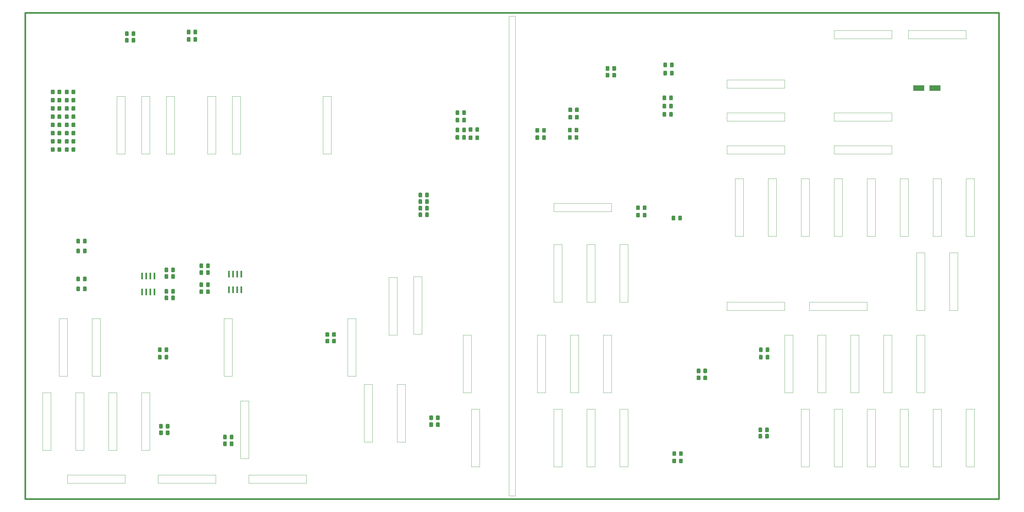
<source format=gbr>
%TF.GenerationSoftware,KiCad,Pcbnew,(5.0.2)-1*%
%TF.CreationDate,2019-11-19T01:28:37+09:00*%
%TF.ProjectId,sensor_board,73656e73-6f72-45f6-926f-6172642e6b69,rev?*%
%TF.SameCoordinates,Original*%
%TF.FileFunction,Paste,Bot*%
%TF.FilePolarity,Positive*%
%FSLAX46Y46*%
G04 Gerber Fmt 4.6, Leading zero omitted, Abs format (unit mm)*
G04 Created by KiCad (PCBNEW (5.0.2)-1) date 2019-11-19 오전 1:28:37*
%MOMM*%
%LPD*%
G01*
G04 APERTURE LIST*
%ADD10C,0.100000*%
%ADD11C,0.500000*%
%ADD12C,1.150000*%
%ADD13R,0.600000X2.000000*%
%ADD14R,3.500000X1.800000*%
G04 APERTURE END LIST*
D10*
X137160000Y-134620000D02*
X137160000Y-152400000D01*
X137160000Y-152400000D02*
X134620000Y-152400000D01*
X134620000Y-152400000D02*
X134620000Y-134620000D01*
X134620000Y-134620000D02*
X137160000Y-134620000D01*
X58420000Y-137160000D02*
X58420000Y-154940000D01*
X58420000Y-154940000D02*
X55880000Y-154940000D01*
X55880000Y-137160000D02*
X58420000Y-137160000D01*
X55880000Y-154940000D02*
X55880000Y-137160000D01*
X292100000Y-25400000D02*
X309880000Y-25400000D01*
X309880000Y-25400000D02*
X309880000Y-27940000D01*
X292100000Y-27940000D02*
X292100000Y-25400000D01*
X309880000Y-27940000D02*
X292100000Y-27940000D01*
X269240000Y-25400000D02*
X287020000Y-25400000D01*
X287020000Y-25400000D02*
X287020000Y-27940000D01*
X269240000Y-27940000D02*
X269240000Y-25400000D01*
X287020000Y-27940000D02*
X269240000Y-27940000D01*
X269240000Y-60960000D02*
X287020000Y-60960000D01*
X287020000Y-60960000D02*
X287020000Y-63500000D01*
X269240000Y-63500000D02*
X269240000Y-60960000D01*
X287020000Y-63500000D02*
X269240000Y-63500000D01*
X261620000Y-109220000D02*
X279400000Y-109220000D01*
X279400000Y-109220000D02*
X279400000Y-111760000D01*
X261620000Y-111760000D02*
X261620000Y-109220000D01*
X279400000Y-111760000D02*
X261620000Y-111760000D01*
X236220000Y-109220000D02*
X254000000Y-109220000D01*
X254000000Y-109220000D02*
X254000000Y-111760000D01*
X236220000Y-111760000D02*
X236220000Y-109220000D01*
X254000000Y-111760000D02*
X236220000Y-111760000D01*
X259080000Y-88900000D02*
X259080000Y-71120000D01*
X259080000Y-71120000D02*
X261620000Y-71120000D01*
X261620000Y-88900000D02*
X259080000Y-88900000D01*
X261620000Y-71120000D02*
X261620000Y-88900000D01*
X309880000Y-160020000D02*
X309880000Y-142240000D01*
X309880000Y-142240000D02*
X312420000Y-142240000D01*
X312420000Y-160020000D02*
X309880000Y-160020000D01*
X312420000Y-142240000D02*
X312420000Y-160020000D01*
X205740000Y-142240000D02*
X205740000Y-160020000D01*
X205740000Y-160020000D02*
X203200000Y-160020000D01*
X203200000Y-142240000D02*
X205740000Y-142240000D01*
X203200000Y-160020000D02*
X203200000Y-142240000D01*
X182880000Y-78740000D02*
X200660000Y-78740000D01*
X200660000Y-78740000D02*
X200660000Y-81280000D01*
X182880000Y-81280000D02*
X182880000Y-78740000D01*
X200660000Y-81280000D02*
X182880000Y-81280000D01*
X236220000Y-60960000D02*
X254000000Y-60960000D01*
X254000000Y-60960000D02*
X254000000Y-63500000D01*
X236220000Y-63500000D02*
X236220000Y-60960000D01*
X254000000Y-63500000D02*
X236220000Y-63500000D01*
X121920000Y-114300000D02*
X121920000Y-132080000D01*
X121920000Y-132080000D02*
X119380000Y-132080000D01*
X119380000Y-132080000D02*
X119380000Y-114300000D01*
X119380000Y-114300000D02*
X121920000Y-114300000D01*
X127000000Y-134620000D02*
X127000000Y-152400000D01*
X127000000Y-152400000D02*
X124460000Y-152400000D01*
X124460000Y-152400000D02*
X124460000Y-134620000D01*
X124460000Y-134620000D02*
X127000000Y-134620000D01*
X160020000Y-142240000D02*
X160020000Y-160020000D01*
X160020000Y-160020000D02*
X157480000Y-160020000D01*
X157480000Y-160020000D02*
X157480000Y-142240000D01*
X157480000Y-142240000D02*
X160020000Y-142240000D01*
X88900000Y-139700000D02*
X88900000Y-157480000D01*
X88900000Y-157480000D02*
X86360000Y-157480000D01*
X86360000Y-157480000D02*
X86360000Y-139700000D01*
X86360000Y-139700000D02*
X88900000Y-139700000D01*
X83820000Y-114300000D02*
X83820000Y-132080000D01*
X83820000Y-132080000D02*
X81280000Y-132080000D01*
X81280000Y-132080000D02*
X81280000Y-114300000D01*
X81280000Y-114300000D02*
X83820000Y-114300000D01*
X114300000Y-45720000D02*
X114300000Y-63500000D01*
X114300000Y-63500000D02*
X111760000Y-63500000D01*
X111760000Y-63500000D02*
X111760000Y-45720000D01*
X111760000Y-45720000D02*
X114300000Y-45720000D01*
X86360000Y-45720000D02*
X86360000Y-63500000D01*
X86360000Y-63500000D02*
X83820000Y-63500000D01*
X83820000Y-63500000D02*
X83820000Y-45720000D01*
X83820000Y-45720000D02*
X86360000Y-45720000D01*
X78740000Y-45720000D02*
X78740000Y-63500000D01*
X78740000Y-63500000D02*
X76200000Y-63500000D01*
X76200000Y-63500000D02*
X76200000Y-45720000D01*
X76200000Y-45720000D02*
X78740000Y-45720000D01*
X302260000Y-142240000D02*
X302260000Y-160020000D01*
X302260000Y-160020000D02*
X299720000Y-160020000D01*
X299720000Y-160020000D02*
X299720000Y-142240000D01*
X299720000Y-142240000D02*
X302260000Y-142240000D01*
X292100000Y-142240000D02*
X292100000Y-160020000D01*
X292100000Y-160020000D02*
X289560000Y-160020000D01*
X289560000Y-160020000D02*
X289560000Y-142240000D01*
X289560000Y-142240000D02*
X292100000Y-142240000D01*
X297180000Y-93980000D02*
X297180000Y-111760000D01*
X297180000Y-111760000D02*
X294640000Y-111760000D01*
X294640000Y-111760000D02*
X294640000Y-93980000D01*
X294640000Y-93980000D02*
X297180000Y-93980000D01*
X307340000Y-93980000D02*
X307340000Y-111760000D01*
X307340000Y-111760000D02*
X304800000Y-111760000D01*
X304800000Y-111760000D02*
X304800000Y-93980000D01*
X304800000Y-93980000D02*
X307340000Y-93980000D01*
X312420000Y-71120000D02*
X312420000Y-88900000D01*
X312420000Y-88900000D02*
X309880000Y-88900000D01*
X309880000Y-88900000D02*
X309880000Y-71120000D01*
X309880000Y-71120000D02*
X312420000Y-71120000D01*
X66040000Y-45720000D02*
X66040000Y-63500000D01*
X66040000Y-63500000D02*
X63500000Y-63500000D01*
X48260000Y-45720000D02*
X50800000Y-45720000D01*
X50800000Y-63500000D02*
X48260000Y-63500000D01*
X63500000Y-63500000D02*
X63500000Y-45720000D01*
X50800000Y-45720000D02*
X50800000Y-63500000D01*
X48260000Y-63500000D02*
X48260000Y-45720000D01*
X63500000Y-45720000D02*
X66040000Y-45720000D01*
X55880000Y-63500000D02*
X55880000Y-45720000D01*
X55880000Y-45720000D02*
X58420000Y-45720000D01*
X58420000Y-45720000D02*
X58420000Y-63500000D01*
X58420000Y-63500000D02*
X55880000Y-63500000D01*
X33020000Y-162560000D02*
X50800000Y-162560000D01*
X50800000Y-162560000D02*
X50800000Y-165100000D01*
X88900000Y-165100000D02*
X88900000Y-162560000D01*
X106680000Y-162560000D02*
X106680000Y-165100000D01*
X50800000Y-165100000D02*
X33020000Y-165100000D01*
X88900000Y-162560000D02*
X106680000Y-162560000D01*
X106680000Y-165100000D02*
X88900000Y-165100000D01*
X33020000Y-165100000D02*
X33020000Y-162560000D01*
X78740000Y-165100000D02*
X60960000Y-165100000D01*
X60960000Y-165100000D02*
X60960000Y-162560000D01*
X60960000Y-162560000D02*
X78740000Y-162560000D01*
X78740000Y-162560000D02*
X78740000Y-165100000D01*
X279400000Y-160020000D02*
X279400000Y-142240000D01*
X279400000Y-142240000D02*
X281940000Y-142240000D01*
X281940000Y-142240000D02*
X281940000Y-160020000D01*
X281940000Y-160020000D02*
X279400000Y-160020000D01*
X271780000Y-142240000D02*
X271780000Y-160020000D01*
X271780000Y-160020000D02*
X269240000Y-160020000D01*
X259080000Y-142240000D02*
X261620000Y-142240000D01*
X261620000Y-160020000D02*
X259080000Y-160020000D01*
X269240000Y-160020000D02*
X269240000Y-142240000D01*
X261620000Y-142240000D02*
X261620000Y-160020000D01*
X259080000Y-160020000D02*
X259080000Y-142240000D01*
X269240000Y-142240000D02*
X271780000Y-142240000D01*
X297180000Y-119380000D02*
X297180000Y-137160000D01*
X297180000Y-137160000D02*
X294640000Y-137160000D01*
X274320000Y-119380000D02*
X276860000Y-119380000D01*
X276860000Y-137160000D02*
X274320000Y-137160000D01*
X294640000Y-137160000D02*
X294640000Y-119380000D01*
X276860000Y-119380000D02*
X276860000Y-137160000D01*
X274320000Y-137160000D02*
X274320000Y-119380000D01*
X294640000Y-119380000D02*
X297180000Y-119380000D01*
X284480000Y-137160000D02*
X284480000Y-119380000D01*
X284480000Y-119380000D02*
X287020000Y-119380000D01*
X287020000Y-119380000D02*
X287020000Y-137160000D01*
X287020000Y-137160000D02*
X284480000Y-137160000D01*
X266700000Y-119380000D02*
X266700000Y-137160000D01*
X266700000Y-137160000D02*
X264160000Y-137160000D01*
X254000000Y-119380000D02*
X256540000Y-119380000D01*
X256540000Y-137160000D02*
X254000000Y-137160000D01*
X264160000Y-137160000D02*
X264160000Y-119380000D01*
X256540000Y-119380000D02*
X256540000Y-137160000D01*
X254000000Y-137160000D02*
X254000000Y-119380000D01*
X264160000Y-119380000D02*
X266700000Y-119380000D01*
X195580000Y-142240000D02*
X195580000Y-160020000D01*
X195580000Y-160020000D02*
X193040000Y-160020000D01*
X182880000Y-142240000D02*
X185420000Y-142240000D01*
X185420000Y-160020000D02*
X182880000Y-160020000D01*
X193040000Y-160020000D02*
X193040000Y-142240000D01*
X185420000Y-142240000D02*
X185420000Y-160020000D01*
X182880000Y-160020000D02*
X182880000Y-142240000D01*
X193040000Y-142240000D02*
X195580000Y-142240000D01*
X200660000Y-119380000D02*
X200660000Y-137160000D01*
X200660000Y-137160000D02*
X198120000Y-137160000D01*
X177800000Y-119380000D02*
X180340000Y-119380000D01*
X180340000Y-137160000D02*
X177800000Y-137160000D01*
X198120000Y-137160000D02*
X198120000Y-119380000D01*
X180340000Y-119380000D02*
X180340000Y-137160000D01*
X177800000Y-137160000D02*
X177800000Y-119380000D01*
X198120000Y-119380000D02*
X200660000Y-119380000D01*
X187960000Y-137160000D02*
X187960000Y-119380000D01*
X187960000Y-119380000D02*
X190500000Y-119380000D01*
X190500000Y-119380000D02*
X190500000Y-137160000D01*
X190500000Y-137160000D02*
X187960000Y-137160000D01*
X48260000Y-137160000D02*
X48260000Y-154940000D01*
X48260000Y-154940000D02*
X45720000Y-154940000D01*
X25400000Y-137160000D02*
X27940000Y-137160000D01*
X27940000Y-154940000D02*
X25400000Y-154940000D01*
X45720000Y-154940000D02*
X45720000Y-137160000D01*
X27940000Y-137160000D02*
X27940000Y-154940000D01*
X25400000Y-154940000D02*
X25400000Y-137160000D01*
X45720000Y-137160000D02*
X48260000Y-137160000D01*
X35560000Y-154940000D02*
X35560000Y-137160000D01*
X35560000Y-137160000D02*
X38100000Y-137160000D01*
X38100000Y-137160000D02*
X38100000Y-154940000D01*
X38100000Y-154940000D02*
X35560000Y-154940000D01*
X30480000Y-114300000D02*
X33020000Y-114300000D01*
X33020000Y-132080000D02*
X30480000Y-132080000D01*
X33020000Y-114300000D02*
X33020000Y-132080000D01*
X30480000Y-132080000D02*
X30480000Y-114300000D01*
X40640000Y-132080000D02*
X40640000Y-114300000D01*
X40640000Y-114300000D02*
X43180000Y-114300000D01*
X43180000Y-114300000D02*
X43180000Y-132080000D01*
X43180000Y-132080000D02*
X40640000Y-132080000D01*
X157480000Y-119380000D02*
X157480000Y-137160000D01*
X157480000Y-137160000D02*
X154940000Y-137160000D01*
X132080000Y-101600000D02*
X134620000Y-101600000D01*
X134620000Y-119380000D02*
X132080000Y-119380000D01*
X154940000Y-137160000D02*
X154940000Y-119380000D01*
X134620000Y-101600000D02*
X134620000Y-119380000D01*
X132080000Y-119380000D02*
X132080000Y-101600000D01*
X154940000Y-119380000D02*
X157480000Y-119380000D01*
X139700000Y-119126000D02*
X139700000Y-101346000D01*
X139700000Y-101346000D02*
X142240000Y-101346000D01*
X142240000Y-101346000D02*
X142240000Y-119126000D01*
X142240000Y-119126000D02*
X139700000Y-119126000D01*
X205740000Y-91440000D02*
X205740000Y-109220000D01*
X205740000Y-109220000D02*
X203200000Y-109220000D01*
X203200000Y-109220000D02*
X203200000Y-91440000D01*
X203200000Y-91440000D02*
X205740000Y-91440000D01*
X182880000Y-91440000D02*
X185420000Y-91440000D01*
X185420000Y-91440000D02*
X185420000Y-109220000D01*
X182880000Y-109220000D02*
X182880000Y-91440000D01*
X185420000Y-109220000D02*
X182880000Y-109220000D01*
X195580000Y-91440000D02*
X195580000Y-109220000D01*
X193040000Y-109220000D02*
X193040000Y-91440000D01*
X195580000Y-109220000D02*
X193040000Y-109220000D01*
X193040000Y-91440000D02*
X195580000Y-91440000D01*
X269240000Y-53340000D02*
X269240000Y-50800000D01*
X269240000Y-50800000D02*
X287020000Y-50800000D01*
X287020000Y-53340000D02*
X269240000Y-53340000D01*
X287020000Y-50800000D02*
X287020000Y-53340000D01*
X236220000Y-53340000D02*
X236220000Y-50800000D01*
X236220000Y-50800000D02*
X254000000Y-50800000D01*
X254000000Y-53340000D02*
X236220000Y-53340000D01*
X254000000Y-50800000D02*
X254000000Y-53340000D01*
X236220000Y-43180000D02*
X236220000Y-40640000D01*
X236220000Y-40640000D02*
X254000000Y-40640000D01*
X254000000Y-43180000D02*
X236220000Y-43180000D01*
X254000000Y-40640000D02*
X254000000Y-43180000D01*
X299720000Y-71120000D02*
X302260000Y-71120000D01*
X302260000Y-71120000D02*
X302260000Y-88900000D01*
X299720000Y-88900000D02*
X299720000Y-71120000D01*
X302260000Y-88900000D02*
X299720000Y-88900000D01*
X289560000Y-71120000D02*
X292100000Y-71120000D01*
X292100000Y-71120000D02*
X292100000Y-88900000D01*
X289560000Y-88900000D02*
X289560000Y-71120000D01*
X292100000Y-88900000D02*
X289560000Y-88900000D01*
X279400000Y-71120000D02*
X281940000Y-71120000D01*
X281940000Y-71120000D02*
X281940000Y-88900000D01*
X279400000Y-88900000D02*
X279400000Y-71120000D01*
X281940000Y-88900000D02*
X279400000Y-88900000D01*
X269240000Y-71120000D02*
X271780000Y-71120000D01*
X271780000Y-71120000D02*
X271780000Y-88900000D01*
X269240000Y-88900000D02*
X269240000Y-71120000D01*
X271780000Y-88900000D02*
X269240000Y-88900000D01*
X248920000Y-71120000D02*
X251460000Y-71120000D01*
X251460000Y-71120000D02*
X251460000Y-88900000D01*
X248920000Y-88900000D02*
X248920000Y-71120000D01*
X251460000Y-88900000D02*
X248920000Y-88900000D01*
X238760000Y-88900000D02*
X238760000Y-71120000D01*
X241300000Y-88900000D02*
X238760000Y-88900000D01*
X238760000Y-71120000D02*
X241300000Y-71120000D01*
X241300000Y-71120000D02*
X241300000Y-88900000D01*
X171000000Y-169000000D02*
X169000000Y-169000000D01*
X171000000Y-21000000D02*
X169000000Y-21000000D01*
X171000000Y-21000000D02*
X171000000Y-169000000D01*
X169000000Y-21000000D02*
X169000000Y-169000000D01*
D11*
X320000000Y-20000000D02*
X320000000Y-170000000D01*
X20000000Y-170000000D02*
X320000000Y-170000000D01*
X20000000Y-20000000D02*
X320000000Y-20000000D01*
X20000000Y-20000000D02*
X20000000Y-170000000D01*
D10*
G36*
X188135355Y-57760121D02*
X188159623Y-57763721D01*
X188183422Y-57769682D01*
X188206521Y-57777947D01*
X188228700Y-57788437D01*
X188249743Y-57801049D01*
X188269449Y-57815664D01*
X188287627Y-57832140D01*
X188304103Y-57850318D01*
X188318718Y-57870024D01*
X188331330Y-57891067D01*
X188341820Y-57913246D01*
X188350085Y-57936345D01*
X188356046Y-57960144D01*
X188359646Y-57984412D01*
X188360850Y-58008916D01*
X188360850Y-58908918D01*
X188359646Y-58933422D01*
X188356046Y-58957690D01*
X188350085Y-58981489D01*
X188341820Y-59004588D01*
X188331330Y-59026767D01*
X188318718Y-59047810D01*
X188304103Y-59067516D01*
X188287627Y-59085694D01*
X188269449Y-59102170D01*
X188249743Y-59116785D01*
X188228700Y-59129397D01*
X188206521Y-59139887D01*
X188183422Y-59148152D01*
X188159623Y-59154113D01*
X188135355Y-59157713D01*
X188110851Y-59158917D01*
X187460849Y-59158917D01*
X187436345Y-59157713D01*
X187412077Y-59154113D01*
X187388278Y-59148152D01*
X187365179Y-59139887D01*
X187343000Y-59129397D01*
X187321957Y-59116785D01*
X187302251Y-59102170D01*
X187284073Y-59085694D01*
X187267597Y-59067516D01*
X187252982Y-59047810D01*
X187240370Y-59026767D01*
X187229880Y-59004588D01*
X187221615Y-58981489D01*
X187215654Y-58957690D01*
X187212054Y-58933422D01*
X187210850Y-58908918D01*
X187210850Y-58008916D01*
X187212054Y-57984412D01*
X187215654Y-57960144D01*
X187221615Y-57936345D01*
X187229880Y-57913246D01*
X187240370Y-57891067D01*
X187252982Y-57870024D01*
X187267597Y-57850318D01*
X187284073Y-57832140D01*
X187302251Y-57815664D01*
X187321957Y-57801049D01*
X187343000Y-57788437D01*
X187365179Y-57777947D01*
X187388278Y-57769682D01*
X187412077Y-57763721D01*
X187436345Y-57760121D01*
X187460849Y-57758917D01*
X188110851Y-57758917D01*
X188135355Y-57760121D01*
X188135355Y-57760121D01*
G37*
D12*
X187785850Y-58458917D03*
D10*
G36*
X190185355Y-57760121D02*
X190209623Y-57763721D01*
X190233422Y-57769682D01*
X190256521Y-57777947D01*
X190278700Y-57788437D01*
X190299743Y-57801049D01*
X190319449Y-57815664D01*
X190337627Y-57832140D01*
X190354103Y-57850318D01*
X190368718Y-57870024D01*
X190381330Y-57891067D01*
X190391820Y-57913246D01*
X190400085Y-57936345D01*
X190406046Y-57960144D01*
X190409646Y-57984412D01*
X190410850Y-58008916D01*
X190410850Y-58908918D01*
X190409646Y-58933422D01*
X190406046Y-58957690D01*
X190400085Y-58981489D01*
X190391820Y-59004588D01*
X190381330Y-59026767D01*
X190368718Y-59047810D01*
X190354103Y-59067516D01*
X190337627Y-59085694D01*
X190319449Y-59102170D01*
X190299743Y-59116785D01*
X190278700Y-59129397D01*
X190256521Y-59139887D01*
X190233422Y-59148152D01*
X190209623Y-59154113D01*
X190185355Y-59157713D01*
X190160851Y-59158917D01*
X189510849Y-59158917D01*
X189486345Y-59157713D01*
X189462077Y-59154113D01*
X189438278Y-59148152D01*
X189415179Y-59139887D01*
X189393000Y-59129397D01*
X189371957Y-59116785D01*
X189352251Y-59102170D01*
X189334073Y-59085694D01*
X189317597Y-59067516D01*
X189302982Y-59047810D01*
X189290370Y-59026767D01*
X189279880Y-59004588D01*
X189271615Y-58981489D01*
X189265654Y-58957690D01*
X189262054Y-58933422D01*
X189260850Y-58908918D01*
X189260850Y-58008916D01*
X189262054Y-57984412D01*
X189265654Y-57960144D01*
X189271615Y-57936345D01*
X189279880Y-57913246D01*
X189290370Y-57891067D01*
X189302982Y-57870024D01*
X189317597Y-57850318D01*
X189334073Y-57832140D01*
X189352251Y-57815664D01*
X189371957Y-57801049D01*
X189393000Y-57788437D01*
X189415179Y-57777947D01*
X189438278Y-57769682D01*
X189462077Y-57763721D01*
X189486345Y-57760121D01*
X189510849Y-57758917D01*
X190160851Y-57758917D01*
X190185355Y-57760121D01*
X190185355Y-57760121D01*
G37*
D12*
X189835850Y-58458917D03*
D10*
G36*
X155543505Y-57721204D02*
X155567773Y-57724804D01*
X155591572Y-57730765D01*
X155614671Y-57739030D01*
X155636850Y-57749520D01*
X155657893Y-57762132D01*
X155677599Y-57776747D01*
X155695777Y-57793223D01*
X155712253Y-57811401D01*
X155726868Y-57831107D01*
X155739480Y-57852150D01*
X155749970Y-57874329D01*
X155758235Y-57897428D01*
X155764196Y-57921227D01*
X155767796Y-57945495D01*
X155769000Y-57969999D01*
X155769000Y-58870001D01*
X155767796Y-58894505D01*
X155764196Y-58918773D01*
X155758235Y-58942572D01*
X155749970Y-58965671D01*
X155739480Y-58987850D01*
X155726868Y-59008893D01*
X155712253Y-59028599D01*
X155695777Y-59046777D01*
X155677599Y-59063253D01*
X155657893Y-59077868D01*
X155636850Y-59090480D01*
X155614671Y-59100970D01*
X155591572Y-59109235D01*
X155567773Y-59115196D01*
X155543505Y-59118796D01*
X155519001Y-59120000D01*
X154868999Y-59120000D01*
X154844495Y-59118796D01*
X154820227Y-59115196D01*
X154796428Y-59109235D01*
X154773329Y-59100970D01*
X154751150Y-59090480D01*
X154730107Y-59077868D01*
X154710401Y-59063253D01*
X154692223Y-59046777D01*
X154675747Y-59028599D01*
X154661132Y-59008893D01*
X154648520Y-58987850D01*
X154638030Y-58965671D01*
X154629765Y-58942572D01*
X154623804Y-58918773D01*
X154620204Y-58894505D01*
X154619000Y-58870001D01*
X154619000Y-57969999D01*
X154620204Y-57945495D01*
X154623804Y-57921227D01*
X154629765Y-57897428D01*
X154638030Y-57874329D01*
X154648520Y-57852150D01*
X154661132Y-57831107D01*
X154675747Y-57811401D01*
X154692223Y-57793223D01*
X154710401Y-57776747D01*
X154730107Y-57762132D01*
X154751150Y-57749520D01*
X154773329Y-57739030D01*
X154796428Y-57730765D01*
X154820227Y-57724804D01*
X154844495Y-57721204D01*
X154868999Y-57720000D01*
X155519001Y-57720000D01*
X155543505Y-57721204D01*
X155543505Y-57721204D01*
G37*
D12*
X155194000Y-58420000D03*
D10*
G36*
X153493505Y-57721204D02*
X153517773Y-57724804D01*
X153541572Y-57730765D01*
X153564671Y-57739030D01*
X153586850Y-57749520D01*
X153607893Y-57762132D01*
X153627599Y-57776747D01*
X153645777Y-57793223D01*
X153662253Y-57811401D01*
X153676868Y-57831107D01*
X153689480Y-57852150D01*
X153699970Y-57874329D01*
X153708235Y-57897428D01*
X153714196Y-57921227D01*
X153717796Y-57945495D01*
X153719000Y-57969999D01*
X153719000Y-58870001D01*
X153717796Y-58894505D01*
X153714196Y-58918773D01*
X153708235Y-58942572D01*
X153699970Y-58965671D01*
X153689480Y-58987850D01*
X153676868Y-59008893D01*
X153662253Y-59028599D01*
X153645777Y-59046777D01*
X153627599Y-59063253D01*
X153607893Y-59077868D01*
X153586850Y-59090480D01*
X153564671Y-59100970D01*
X153541572Y-59109235D01*
X153517773Y-59115196D01*
X153493505Y-59118796D01*
X153469001Y-59120000D01*
X152818999Y-59120000D01*
X152794495Y-59118796D01*
X152770227Y-59115196D01*
X152746428Y-59109235D01*
X152723329Y-59100970D01*
X152701150Y-59090480D01*
X152680107Y-59077868D01*
X152660401Y-59063253D01*
X152642223Y-59046777D01*
X152625747Y-59028599D01*
X152611132Y-59008893D01*
X152598520Y-58987850D01*
X152588030Y-58965671D01*
X152579765Y-58942572D01*
X152573804Y-58918773D01*
X152570204Y-58894505D01*
X152569000Y-58870001D01*
X152569000Y-57969999D01*
X152570204Y-57945495D01*
X152573804Y-57921227D01*
X152579765Y-57897428D01*
X152588030Y-57874329D01*
X152598520Y-57852150D01*
X152611132Y-57831107D01*
X152625747Y-57811401D01*
X152642223Y-57793223D01*
X152660401Y-57776747D01*
X152680107Y-57762132D01*
X152701150Y-57749520D01*
X152723329Y-57739030D01*
X152746428Y-57730765D01*
X152770227Y-57724804D01*
X152794495Y-57721204D01*
X152818999Y-57720000D01*
X153469001Y-57720000D01*
X153493505Y-57721204D01*
X153493505Y-57721204D01*
G37*
D12*
X153144000Y-58420000D03*
D10*
G36*
X188135355Y-55474121D02*
X188159623Y-55477721D01*
X188183422Y-55483682D01*
X188206521Y-55491947D01*
X188228700Y-55502437D01*
X188249743Y-55515049D01*
X188269449Y-55529664D01*
X188287627Y-55546140D01*
X188304103Y-55564318D01*
X188318718Y-55584024D01*
X188331330Y-55605067D01*
X188341820Y-55627246D01*
X188350085Y-55650345D01*
X188356046Y-55674144D01*
X188359646Y-55698412D01*
X188360850Y-55722916D01*
X188360850Y-56622918D01*
X188359646Y-56647422D01*
X188356046Y-56671690D01*
X188350085Y-56695489D01*
X188341820Y-56718588D01*
X188331330Y-56740767D01*
X188318718Y-56761810D01*
X188304103Y-56781516D01*
X188287627Y-56799694D01*
X188269449Y-56816170D01*
X188249743Y-56830785D01*
X188228700Y-56843397D01*
X188206521Y-56853887D01*
X188183422Y-56862152D01*
X188159623Y-56868113D01*
X188135355Y-56871713D01*
X188110851Y-56872917D01*
X187460849Y-56872917D01*
X187436345Y-56871713D01*
X187412077Y-56868113D01*
X187388278Y-56862152D01*
X187365179Y-56853887D01*
X187343000Y-56843397D01*
X187321957Y-56830785D01*
X187302251Y-56816170D01*
X187284073Y-56799694D01*
X187267597Y-56781516D01*
X187252982Y-56761810D01*
X187240370Y-56740767D01*
X187229880Y-56718588D01*
X187221615Y-56695489D01*
X187215654Y-56671690D01*
X187212054Y-56647422D01*
X187210850Y-56622918D01*
X187210850Y-55722916D01*
X187212054Y-55698412D01*
X187215654Y-55674144D01*
X187221615Y-55650345D01*
X187229880Y-55627246D01*
X187240370Y-55605067D01*
X187252982Y-55584024D01*
X187267597Y-55564318D01*
X187284073Y-55546140D01*
X187302251Y-55529664D01*
X187321957Y-55515049D01*
X187343000Y-55502437D01*
X187365179Y-55491947D01*
X187388278Y-55483682D01*
X187412077Y-55477721D01*
X187436345Y-55474121D01*
X187460849Y-55472917D01*
X188110851Y-55472917D01*
X188135355Y-55474121D01*
X188135355Y-55474121D01*
G37*
D12*
X187785850Y-56172917D03*
D10*
G36*
X190185355Y-55474121D02*
X190209623Y-55477721D01*
X190233422Y-55483682D01*
X190256521Y-55491947D01*
X190278700Y-55502437D01*
X190299743Y-55515049D01*
X190319449Y-55529664D01*
X190337627Y-55546140D01*
X190354103Y-55564318D01*
X190368718Y-55584024D01*
X190381330Y-55605067D01*
X190391820Y-55627246D01*
X190400085Y-55650345D01*
X190406046Y-55674144D01*
X190409646Y-55698412D01*
X190410850Y-55722916D01*
X190410850Y-56622918D01*
X190409646Y-56647422D01*
X190406046Y-56671690D01*
X190400085Y-56695489D01*
X190391820Y-56718588D01*
X190381330Y-56740767D01*
X190368718Y-56761810D01*
X190354103Y-56781516D01*
X190337627Y-56799694D01*
X190319449Y-56816170D01*
X190299743Y-56830785D01*
X190278700Y-56843397D01*
X190256521Y-56853887D01*
X190233422Y-56862152D01*
X190209623Y-56868113D01*
X190185355Y-56871713D01*
X190160851Y-56872917D01*
X189510849Y-56872917D01*
X189486345Y-56871713D01*
X189462077Y-56868113D01*
X189438278Y-56862152D01*
X189415179Y-56853887D01*
X189393000Y-56843397D01*
X189371957Y-56830785D01*
X189352251Y-56816170D01*
X189334073Y-56799694D01*
X189317597Y-56781516D01*
X189302982Y-56761810D01*
X189290370Y-56740767D01*
X189279880Y-56718588D01*
X189271615Y-56695489D01*
X189265654Y-56671690D01*
X189262054Y-56647422D01*
X189260850Y-56622918D01*
X189260850Y-55722916D01*
X189262054Y-55698412D01*
X189265654Y-55674144D01*
X189271615Y-55650345D01*
X189279880Y-55627246D01*
X189290370Y-55605067D01*
X189302982Y-55584024D01*
X189317597Y-55564318D01*
X189334073Y-55546140D01*
X189352251Y-55529664D01*
X189371957Y-55515049D01*
X189393000Y-55502437D01*
X189415179Y-55491947D01*
X189438278Y-55483682D01*
X189462077Y-55477721D01*
X189486345Y-55474121D01*
X189510849Y-55472917D01*
X190160851Y-55472917D01*
X190185355Y-55474121D01*
X190185355Y-55474121D01*
G37*
D12*
X189835850Y-56172917D03*
D10*
G36*
X155552505Y-55435204D02*
X155576773Y-55438804D01*
X155600572Y-55444765D01*
X155623671Y-55453030D01*
X155645850Y-55463520D01*
X155666893Y-55476132D01*
X155686599Y-55490747D01*
X155704777Y-55507223D01*
X155721253Y-55525401D01*
X155735868Y-55545107D01*
X155748480Y-55566150D01*
X155758970Y-55588329D01*
X155767235Y-55611428D01*
X155773196Y-55635227D01*
X155776796Y-55659495D01*
X155778000Y-55683999D01*
X155778000Y-56584001D01*
X155776796Y-56608505D01*
X155773196Y-56632773D01*
X155767235Y-56656572D01*
X155758970Y-56679671D01*
X155748480Y-56701850D01*
X155735868Y-56722893D01*
X155721253Y-56742599D01*
X155704777Y-56760777D01*
X155686599Y-56777253D01*
X155666893Y-56791868D01*
X155645850Y-56804480D01*
X155623671Y-56814970D01*
X155600572Y-56823235D01*
X155576773Y-56829196D01*
X155552505Y-56832796D01*
X155528001Y-56834000D01*
X154877999Y-56834000D01*
X154853495Y-56832796D01*
X154829227Y-56829196D01*
X154805428Y-56823235D01*
X154782329Y-56814970D01*
X154760150Y-56804480D01*
X154739107Y-56791868D01*
X154719401Y-56777253D01*
X154701223Y-56760777D01*
X154684747Y-56742599D01*
X154670132Y-56722893D01*
X154657520Y-56701850D01*
X154647030Y-56679671D01*
X154638765Y-56656572D01*
X154632804Y-56632773D01*
X154629204Y-56608505D01*
X154628000Y-56584001D01*
X154628000Y-55683999D01*
X154629204Y-55659495D01*
X154632804Y-55635227D01*
X154638765Y-55611428D01*
X154647030Y-55588329D01*
X154657520Y-55566150D01*
X154670132Y-55545107D01*
X154684747Y-55525401D01*
X154701223Y-55507223D01*
X154719401Y-55490747D01*
X154739107Y-55476132D01*
X154760150Y-55463520D01*
X154782329Y-55453030D01*
X154805428Y-55444765D01*
X154829227Y-55438804D01*
X154853495Y-55435204D01*
X154877999Y-55434000D01*
X155528001Y-55434000D01*
X155552505Y-55435204D01*
X155552505Y-55435204D01*
G37*
D12*
X155203000Y-56134000D03*
D10*
G36*
X153502505Y-55435204D02*
X153526773Y-55438804D01*
X153550572Y-55444765D01*
X153573671Y-55453030D01*
X153595850Y-55463520D01*
X153616893Y-55476132D01*
X153636599Y-55490747D01*
X153654777Y-55507223D01*
X153671253Y-55525401D01*
X153685868Y-55545107D01*
X153698480Y-55566150D01*
X153708970Y-55588329D01*
X153717235Y-55611428D01*
X153723196Y-55635227D01*
X153726796Y-55659495D01*
X153728000Y-55683999D01*
X153728000Y-56584001D01*
X153726796Y-56608505D01*
X153723196Y-56632773D01*
X153717235Y-56656572D01*
X153708970Y-56679671D01*
X153698480Y-56701850D01*
X153685868Y-56722893D01*
X153671253Y-56742599D01*
X153654777Y-56760777D01*
X153636599Y-56777253D01*
X153616893Y-56791868D01*
X153595850Y-56804480D01*
X153573671Y-56814970D01*
X153550572Y-56823235D01*
X153526773Y-56829196D01*
X153502505Y-56832796D01*
X153478001Y-56834000D01*
X152827999Y-56834000D01*
X152803495Y-56832796D01*
X152779227Y-56829196D01*
X152755428Y-56823235D01*
X152732329Y-56814970D01*
X152710150Y-56804480D01*
X152689107Y-56791868D01*
X152669401Y-56777253D01*
X152651223Y-56760777D01*
X152634747Y-56742599D01*
X152620132Y-56722893D01*
X152607520Y-56701850D01*
X152597030Y-56679671D01*
X152588765Y-56656572D01*
X152582804Y-56632773D01*
X152579204Y-56608505D01*
X152578000Y-56584001D01*
X152578000Y-55683999D01*
X152579204Y-55659495D01*
X152582804Y-55635227D01*
X152588765Y-55611428D01*
X152597030Y-55588329D01*
X152607520Y-55566150D01*
X152620132Y-55545107D01*
X152634747Y-55525401D01*
X152651223Y-55507223D01*
X152669401Y-55490747D01*
X152689107Y-55476132D01*
X152710150Y-55463520D01*
X152732329Y-55453030D01*
X152755428Y-55444765D01*
X152779227Y-55438804D01*
X152803495Y-55435204D01*
X152827999Y-55434000D01*
X153478001Y-55434000D01*
X153502505Y-55435204D01*
X153502505Y-55435204D01*
G37*
D12*
X153153000Y-56134000D03*
D10*
G36*
X159603974Y-55289662D02*
X159628242Y-55293262D01*
X159652041Y-55299223D01*
X159675140Y-55307488D01*
X159697319Y-55317978D01*
X159718362Y-55330590D01*
X159738068Y-55345205D01*
X159756246Y-55361681D01*
X159772722Y-55379859D01*
X159787337Y-55399565D01*
X159799949Y-55420608D01*
X159810439Y-55442787D01*
X159818704Y-55465886D01*
X159824665Y-55489685D01*
X159828265Y-55513953D01*
X159829469Y-55538457D01*
X159829469Y-56438459D01*
X159828265Y-56462963D01*
X159824665Y-56487231D01*
X159818704Y-56511030D01*
X159810439Y-56534129D01*
X159799949Y-56556308D01*
X159787337Y-56577351D01*
X159772722Y-56597057D01*
X159756246Y-56615235D01*
X159738068Y-56631711D01*
X159718362Y-56646326D01*
X159697319Y-56658938D01*
X159675140Y-56669428D01*
X159652041Y-56677693D01*
X159628242Y-56683654D01*
X159603974Y-56687254D01*
X159579470Y-56688458D01*
X158929468Y-56688458D01*
X158904964Y-56687254D01*
X158880696Y-56683654D01*
X158856897Y-56677693D01*
X158833798Y-56669428D01*
X158811619Y-56658938D01*
X158790576Y-56646326D01*
X158770870Y-56631711D01*
X158752692Y-56615235D01*
X158736216Y-56597057D01*
X158721601Y-56577351D01*
X158708989Y-56556308D01*
X158698499Y-56534129D01*
X158690234Y-56511030D01*
X158684273Y-56487231D01*
X158680673Y-56462963D01*
X158679469Y-56438459D01*
X158679469Y-55538457D01*
X158680673Y-55513953D01*
X158684273Y-55489685D01*
X158690234Y-55465886D01*
X158698499Y-55442787D01*
X158708989Y-55420608D01*
X158721601Y-55399565D01*
X158736216Y-55379859D01*
X158752692Y-55361681D01*
X158770870Y-55345205D01*
X158790576Y-55330590D01*
X158811619Y-55317978D01*
X158833798Y-55307488D01*
X158856897Y-55299223D01*
X158880696Y-55293262D01*
X158904964Y-55289662D01*
X158929468Y-55288458D01*
X159579470Y-55288458D01*
X159603974Y-55289662D01*
X159603974Y-55289662D01*
G37*
D12*
X159254469Y-55988458D03*
D10*
G36*
X157553974Y-55289662D02*
X157578242Y-55293262D01*
X157602041Y-55299223D01*
X157625140Y-55307488D01*
X157647319Y-55317978D01*
X157668362Y-55330590D01*
X157688068Y-55345205D01*
X157706246Y-55361681D01*
X157722722Y-55379859D01*
X157737337Y-55399565D01*
X157749949Y-55420608D01*
X157760439Y-55442787D01*
X157768704Y-55465886D01*
X157774665Y-55489685D01*
X157778265Y-55513953D01*
X157779469Y-55538457D01*
X157779469Y-56438459D01*
X157778265Y-56462963D01*
X157774665Y-56487231D01*
X157768704Y-56511030D01*
X157760439Y-56534129D01*
X157749949Y-56556308D01*
X157737337Y-56577351D01*
X157722722Y-56597057D01*
X157706246Y-56615235D01*
X157688068Y-56631711D01*
X157668362Y-56646326D01*
X157647319Y-56658938D01*
X157625140Y-56669428D01*
X157602041Y-56677693D01*
X157578242Y-56683654D01*
X157553974Y-56687254D01*
X157529470Y-56688458D01*
X156879468Y-56688458D01*
X156854964Y-56687254D01*
X156830696Y-56683654D01*
X156806897Y-56677693D01*
X156783798Y-56669428D01*
X156761619Y-56658938D01*
X156740576Y-56646326D01*
X156720870Y-56631711D01*
X156702692Y-56615235D01*
X156686216Y-56597057D01*
X156671601Y-56577351D01*
X156658989Y-56556308D01*
X156648499Y-56534129D01*
X156640234Y-56511030D01*
X156634273Y-56487231D01*
X156630673Y-56462963D01*
X156629469Y-56438459D01*
X156629469Y-55538457D01*
X156630673Y-55513953D01*
X156634273Y-55489685D01*
X156640234Y-55465886D01*
X156648499Y-55442787D01*
X156658989Y-55420608D01*
X156671601Y-55399565D01*
X156686216Y-55379859D01*
X156702692Y-55361681D01*
X156720870Y-55345205D01*
X156740576Y-55330590D01*
X156761619Y-55317978D01*
X156783798Y-55307488D01*
X156806897Y-55299223D01*
X156830696Y-55293262D01*
X156854964Y-55289662D01*
X156879468Y-55288458D01*
X157529470Y-55288458D01*
X157553974Y-55289662D01*
X157553974Y-55289662D01*
G37*
D12*
X157204469Y-55988458D03*
D10*
G36*
X159594974Y-57829662D02*
X159619242Y-57833262D01*
X159643041Y-57839223D01*
X159666140Y-57847488D01*
X159688319Y-57857978D01*
X159709362Y-57870590D01*
X159729068Y-57885205D01*
X159747246Y-57901681D01*
X159763722Y-57919859D01*
X159778337Y-57939565D01*
X159790949Y-57960608D01*
X159801439Y-57982787D01*
X159809704Y-58005886D01*
X159815665Y-58029685D01*
X159819265Y-58053953D01*
X159820469Y-58078457D01*
X159820469Y-58978459D01*
X159819265Y-59002963D01*
X159815665Y-59027231D01*
X159809704Y-59051030D01*
X159801439Y-59074129D01*
X159790949Y-59096308D01*
X159778337Y-59117351D01*
X159763722Y-59137057D01*
X159747246Y-59155235D01*
X159729068Y-59171711D01*
X159709362Y-59186326D01*
X159688319Y-59198938D01*
X159666140Y-59209428D01*
X159643041Y-59217693D01*
X159619242Y-59223654D01*
X159594974Y-59227254D01*
X159570470Y-59228458D01*
X158920468Y-59228458D01*
X158895964Y-59227254D01*
X158871696Y-59223654D01*
X158847897Y-59217693D01*
X158824798Y-59209428D01*
X158802619Y-59198938D01*
X158781576Y-59186326D01*
X158761870Y-59171711D01*
X158743692Y-59155235D01*
X158727216Y-59137057D01*
X158712601Y-59117351D01*
X158699989Y-59096308D01*
X158689499Y-59074129D01*
X158681234Y-59051030D01*
X158675273Y-59027231D01*
X158671673Y-59002963D01*
X158670469Y-58978459D01*
X158670469Y-58078457D01*
X158671673Y-58053953D01*
X158675273Y-58029685D01*
X158681234Y-58005886D01*
X158689499Y-57982787D01*
X158699989Y-57960608D01*
X158712601Y-57939565D01*
X158727216Y-57919859D01*
X158743692Y-57901681D01*
X158761870Y-57885205D01*
X158781576Y-57870590D01*
X158802619Y-57857978D01*
X158824798Y-57847488D01*
X158847897Y-57839223D01*
X158871696Y-57833262D01*
X158895964Y-57829662D01*
X158920468Y-57828458D01*
X159570470Y-57828458D01*
X159594974Y-57829662D01*
X159594974Y-57829662D01*
G37*
D12*
X159245469Y-58528458D03*
D10*
G36*
X157544974Y-57829662D02*
X157569242Y-57833262D01*
X157593041Y-57839223D01*
X157616140Y-57847488D01*
X157638319Y-57857978D01*
X157659362Y-57870590D01*
X157679068Y-57885205D01*
X157697246Y-57901681D01*
X157713722Y-57919859D01*
X157728337Y-57939565D01*
X157740949Y-57960608D01*
X157751439Y-57982787D01*
X157759704Y-58005886D01*
X157765665Y-58029685D01*
X157769265Y-58053953D01*
X157770469Y-58078457D01*
X157770469Y-58978459D01*
X157769265Y-59002963D01*
X157765665Y-59027231D01*
X157759704Y-59051030D01*
X157751439Y-59074129D01*
X157740949Y-59096308D01*
X157728337Y-59117351D01*
X157713722Y-59137057D01*
X157697246Y-59155235D01*
X157679068Y-59171711D01*
X157659362Y-59186326D01*
X157638319Y-59198938D01*
X157616140Y-59209428D01*
X157593041Y-59217693D01*
X157569242Y-59223654D01*
X157544974Y-59227254D01*
X157520470Y-59228458D01*
X156870468Y-59228458D01*
X156845964Y-59227254D01*
X156821696Y-59223654D01*
X156797897Y-59217693D01*
X156774798Y-59209428D01*
X156752619Y-59198938D01*
X156731576Y-59186326D01*
X156711870Y-59171711D01*
X156693692Y-59155235D01*
X156677216Y-59137057D01*
X156662601Y-59117351D01*
X156649989Y-59096308D01*
X156639499Y-59074129D01*
X156631234Y-59051030D01*
X156625273Y-59027231D01*
X156621673Y-59002963D01*
X156620469Y-58978459D01*
X156620469Y-58078457D01*
X156621673Y-58053953D01*
X156625273Y-58029685D01*
X156631234Y-58005886D01*
X156639499Y-57982787D01*
X156649989Y-57960608D01*
X156662601Y-57939565D01*
X156677216Y-57919859D01*
X156693692Y-57901681D01*
X156711870Y-57885205D01*
X156731576Y-57870590D01*
X156752619Y-57857978D01*
X156774798Y-57847488D01*
X156797897Y-57839223D01*
X156821696Y-57833262D01*
X156845964Y-57829662D01*
X156870468Y-57828458D01*
X157520470Y-57828458D01*
X157544974Y-57829662D01*
X157544974Y-57829662D01*
G37*
D12*
X157195469Y-58528458D03*
D10*
G36*
X155552505Y-50101204D02*
X155576773Y-50104804D01*
X155600572Y-50110765D01*
X155623671Y-50119030D01*
X155645850Y-50129520D01*
X155666893Y-50142132D01*
X155686599Y-50156747D01*
X155704777Y-50173223D01*
X155721253Y-50191401D01*
X155735868Y-50211107D01*
X155748480Y-50232150D01*
X155758970Y-50254329D01*
X155767235Y-50277428D01*
X155773196Y-50301227D01*
X155776796Y-50325495D01*
X155778000Y-50349999D01*
X155778000Y-51250001D01*
X155776796Y-51274505D01*
X155773196Y-51298773D01*
X155767235Y-51322572D01*
X155758970Y-51345671D01*
X155748480Y-51367850D01*
X155735868Y-51388893D01*
X155721253Y-51408599D01*
X155704777Y-51426777D01*
X155686599Y-51443253D01*
X155666893Y-51457868D01*
X155645850Y-51470480D01*
X155623671Y-51480970D01*
X155600572Y-51489235D01*
X155576773Y-51495196D01*
X155552505Y-51498796D01*
X155528001Y-51500000D01*
X154877999Y-51500000D01*
X154853495Y-51498796D01*
X154829227Y-51495196D01*
X154805428Y-51489235D01*
X154782329Y-51480970D01*
X154760150Y-51470480D01*
X154739107Y-51457868D01*
X154719401Y-51443253D01*
X154701223Y-51426777D01*
X154684747Y-51408599D01*
X154670132Y-51388893D01*
X154657520Y-51367850D01*
X154647030Y-51345671D01*
X154638765Y-51322572D01*
X154632804Y-51298773D01*
X154629204Y-51274505D01*
X154628000Y-51250001D01*
X154628000Y-50349999D01*
X154629204Y-50325495D01*
X154632804Y-50301227D01*
X154638765Y-50277428D01*
X154647030Y-50254329D01*
X154657520Y-50232150D01*
X154670132Y-50211107D01*
X154684747Y-50191401D01*
X154701223Y-50173223D01*
X154719401Y-50156747D01*
X154739107Y-50142132D01*
X154760150Y-50129520D01*
X154782329Y-50119030D01*
X154805428Y-50110765D01*
X154829227Y-50104804D01*
X154853495Y-50101204D01*
X154877999Y-50100000D01*
X155528001Y-50100000D01*
X155552505Y-50101204D01*
X155552505Y-50101204D01*
G37*
D12*
X155203000Y-50800000D03*
D10*
G36*
X153502505Y-50101204D02*
X153526773Y-50104804D01*
X153550572Y-50110765D01*
X153573671Y-50119030D01*
X153595850Y-50129520D01*
X153616893Y-50142132D01*
X153636599Y-50156747D01*
X153654777Y-50173223D01*
X153671253Y-50191401D01*
X153685868Y-50211107D01*
X153698480Y-50232150D01*
X153708970Y-50254329D01*
X153717235Y-50277428D01*
X153723196Y-50301227D01*
X153726796Y-50325495D01*
X153728000Y-50349999D01*
X153728000Y-51250001D01*
X153726796Y-51274505D01*
X153723196Y-51298773D01*
X153717235Y-51322572D01*
X153708970Y-51345671D01*
X153698480Y-51367850D01*
X153685868Y-51388893D01*
X153671253Y-51408599D01*
X153654777Y-51426777D01*
X153636599Y-51443253D01*
X153616893Y-51457868D01*
X153595850Y-51470480D01*
X153573671Y-51480970D01*
X153550572Y-51489235D01*
X153526773Y-51495196D01*
X153502505Y-51498796D01*
X153478001Y-51500000D01*
X152827999Y-51500000D01*
X152803495Y-51498796D01*
X152779227Y-51495196D01*
X152755428Y-51489235D01*
X152732329Y-51480970D01*
X152710150Y-51470480D01*
X152689107Y-51457868D01*
X152669401Y-51443253D01*
X152651223Y-51426777D01*
X152634747Y-51408599D01*
X152620132Y-51388893D01*
X152607520Y-51367850D01*
X152597030Y-51345671D01*
X152588765Y-51322572D01*
X152582804Y-51298773D01*
X152579204Y-51274505D01*
X152578000Y-51250001D01*
X152578000Y-50349999D01*
X152579204Y-50325495D01*
X152582804Y-50301227D01*
X152588765Y-50277428D01*
X152597030Y-50254329D01*
X152607520Y-50232150D01*
X152620132Y-50211107D01*
X152634747Y-50191401D01*
X152651223Y-50173223D01*
X152669401Y-50156747D01*
X152689107Y-50142132D01*
X152710150Y-50129520D01*
X152732329Y-50119030D01*
X152755428Y-50110765D01*
X152779227Y-50104804D01*
X152803495Y-50101204D01*
X152827999Y-50100000D01*
X153478001Y-50100000D01*
X153502505Y-50101204D01*
X153502505Y-50101204D01*
G37*
D12*
X153153000Y-50800000D03*
D10*
G36*
X155552505Y-52387204D02*
X155576773Y-52390804D01*
X155600572Y-52396765D01*
X155623671Y-52405030D01*
X155645850Y-52415520D01*
X155666893Y-52428132D01*
X155686599Y-52442747D01*
X155704777Y-52459223D01*
X155721253Y-52477401D01*
X155735868Y-52497107D01*
X155748480Y-52518150D01*
X155758970Y-52540329D01*
X155767235Y-52563428D01*
X155773196Y-52587227D01*
X155776796Y-52611495D01*
X155778000Y-52635999D01*
X155778000Y-53536001D01*
X155776796Y-53560505D01*
X155773196Y-53584773D01*
X155767235Y-53608572D01*
X155758970Y-53631671D01*
X155748480Y-53653850D01*
X155735868Y-53674893D01*
X155721253Y-53694599D01*
X155704777Y-53712777D01*
X155686599Y-53729253D01*
X155666893Y-53743868D01*
X155645850Y-53756480D01*
X155623671Y-53766970D01*
X155600572Y-53775235D01*
X155576773Y-53781196D01*
X155552505Y-53784796D01*
X155528001Y-53786000D01*
X154877999Y-53786000D01*
X154853495Y-53784796D01*
X154829227Y-53781196D01*
X154805428Y-53775235D01*
X154782329Y-53766970D01*
X154760150Y-53756480D01*
X154739107Y-53743868D01*
X154719401Y-53729253D01*
X154701223Y-53712777D01*
X154684747Y-53694599D01*
X154670132Y-53674893D01*
X154657520Y-53653850D01*
X154647030Y-53631671D01*
X154638765Y-53608572D01*
X154632804Y-53584773D01*
X154629204Y-53560505D01*
X154628000Y-53536001D01*
X154628000Y-52635999D01*
X154629204Y-52611495D01*
X154632804Y-52587227D01*
X154638765Y-52563428D01*
X154647030Y-52540329D01*
X154657520Y-52518150D01*
X154670132Y-52497107D01*
X154684747Y-52477401D01*
X154701223Y-52459223D01*
X154719401Y-52442747D01*
X154739107Y-52428132D01*
X154760150Y-52415520D01*
X154782329Y-52405030D01*
X154805428Y-52396765D01*
X154829227Y-52390804D01*
X154853495Y-52387204D01*
X154877999Y-52386000D01*
X155528001Y-52386000D01*
X155552505Y-52387204D01*
X155552505Y-52387204D01*
G37*
D12*
X155203000Y-53086000D03*
D10*
G36*
X153502505Y-52387204D02*
X153526773Y-52390804D01*
X153550572Y-52396765D01*
X153573671Y-52405030D01*
X153595850Y-52415520D01*
X153616893Y-52428132D01*
X153636599Y-52442747D01*
X153654777Y-52459223D01*
X153671253Y-52477401D01*
X153685868Y-52497107D01*
X153698480Y-52518150D01*
X153708970Y-52540329D01*
X153717235Y-52563428D01*
X153723196Y-52587227D01*
X153726796Y-52611495D01*
X153728000Y-52635999D01*
X153728000Y-53536001D01*
X153726796Y-53560505D01*
X153723196Y-53584773D01*
X153717235Y-53608572D01*
X153708970Y-53631671D01*
X153698480Y-53653850D01*
X153685868Y-53674893D01*
X153671253Y-53694599D01*
X153654777Y-53712777D01*
X153636599Y-53729253D01*
X153616893Y-53743868D01*
X153595850Y-53756480D01*
X153573671Y-53766970D01*
X153550572Y-53775235D01*
X153526773Y-53781196D01*
X153502505Y-53784796D01*
X153478001Y-53786000D01*
X152827999Y-53786000D01*
X152803495Y-53784796D01*
X152779227Y-53781196D01*
X152755428Y-53775235D01*
X152732329Y-53766970D01*
X152710150Y-53756480D01*
X152689107Y-53743868D01*
X152669401Y-53729253D01*
X152651223Y-53712777D01*
X152634747Y-53694599D01*
X152620132Y-53674893D01*
X152607520Y-53653850D01*
X152597030Y-53631671D01*
X152588765Y-53608572D01*
X152582804Y-53584773D01*
X152579204Y-53560505D01*
X152578000Y-53536001D01*
X152578000Y-52635999D01*
X152579204Y-52611495D01*
X152582804Y-52587227D01*
X152588765Y-52563428D01*
X152597030Y-52540329D01*
X152607520Y-52518150D01*
X152620132Y-52497107D01*
X152634747Y-52477401D01*
X152651223Y-52459223D01*
X152669401Y-52442747D01*
X152689107Y-52428132D01*
X152710150Y-52415520D01*
X152732329Y-52405030D01*
X152755428Y-52396765D01*
X152779227Y-52390804D01*
X152803495Y-52387204D01*
X152827999Y-52386000D01*
X153478001Y-52386000D01*
X153502505Y-52387204D01*
X153502505Y-52387204D01*
G37*
D12*
X153153000Y-53086000D03*
D10*
G36*
X30874902Y-61487993D02*
X30899170Y-61491593D01*
X30922969Y-61497554D01*
X30946068Y-61505819D01*
X30968247Y-61516309D01*
X30989290Y-61528921D01*
X31008996Y-61543536D01*
X31027174Y-61560012D01*
X31043650Y-61578190D01*
X31058265Y-61597896D01*
X31070877Y-61618939D01*
X31081367Y-61641118D01*
X31089632Y-61664217D01*
X31095593Y-61688016D01*
X31099193Y-61712284D01*
X31100397Y-61736788D01*
X31100397Y-62636790D01*
X31099193Y-62661294D01*
X31095593Y-62685562D01*
X31089632Y-62709361D01*
X31081367Y-62732460D01*
X31070877Y-62754639D01*
X31058265Y-62775682D01*
X31043650Y-62795388D01*
X31027174Y-62813566D01*
X31008996Y-62830042D01*
X30989290Y-62844657D01*
X30968247Y-62857269D01*
X30946068Y-62867759D01*
X30922969Y-62876024D01*
X30899170Y-62881985D01*
X30874902Y-62885585D01*
X30850398Y-62886789D01*
X30200396Y-62886789D01*
X30175892Y-62885585D01*
X30151624Y-62881985D01*
X30127825Y-62876024D01*
X30104726Y-62867759D01*
X30082547Y-62857269D01*
X30061504Y-62844657D01*
X30041798Y-62830042D01*
X30023620Y-62813566D01*
X30007144Y-62795388D01*
X29992529Y-62775682D01*
X29979917Y-62754639D01*
X29969427Y-62732460D01*
X29961162Y-62709361D01*
X29955201Y-62685562D01*
X29951601Y-62661294D01*
X29950397Y-62636790D01*
X29950397Y-61736788D01*
X29951601Y-61712284D01*
X29955201Y-61688016D01*
X29961162Y-61664217D01*
X29969427Y-61641118D01*
X29979917Y-61618939D01*
X29992529Y-61597896D01*
X30007144Y-61578190D01*
X30023620Y-61560012D01*
X30041798Y-61543536D01*
X30061504Y-61528921D01*
X30082547Y-61516309D01*
X30104726Y-61505819D01*
X30127825Y-61497554D01*
X30151624Y-61491593D01*
X30175892Y-61487993D01*
X30200396Y-61486789D01*
X30850398Y-61486789D01*
X30874902Y-61487993D01*
X30874902Y-61487993D01*
G37*
D12*
X30525397Y-62186789D03*
D10*
G36*
X28824902Y-61487993D02*
X28849170Y-61491593D01*
X28872969Y-61497554D01*
X28896068Y-61505819D01*
X28918247Y-61516309D01*
X28939290Y-61528921D01*
X28958996Y-61543536D01*
X28977174Y-61560012D01*
X28993650Y-61578190D01*
X29008265Y-61597896D01*
X29020877Y-61618939D01*
X29031367Y-61641118D01*
X29039632Y-61664217D01*
X29045593Y-61688016D01*
X29049193Y-61712284D01*
X29050397Y-61736788D01*
X29050397Y-62636790D01*
X29049193Y-62661294D01*
X29045593Y-62685562D01*
X29039632Y-62709361D01*
X29031367Y-62732460D01*
X29020877Y-62754639D01*
X29008265Y-62775682D01*
X28993650Y-62795388D01*
X28977174Y-62813566D01*
X28958996Y-62830042D01*
X28939290Y-62844657D01*
X28918247Y-62857269D01*
X28896068Y-62867759D01*
X28872969Y-62876024D01*
X28849170Y-62881985D01*
X28824902Y-62885585D01*
X28800398Y-62886789D01*
X28150396Y-62886789D01*
X28125892Y-62885585D01*
X28101624Y-62881985D01*
X28077825Y-62876024D01*
X28054726Y-62867759D01*
X28032547Y-62857269D01*
X28011504Y-62844657D01*
X27991798Y-62830042D01*
X27973620Y-62813566D01*
X27957144Y-62795388D01*
X27942529Y-62775682D01*
X27929917Y-62754639D01*
X27919427Y-62732460D01*
X27911162Y-62709361D01*
X27905201Y-62685562D01*
X27901601Y-62661294D01*
X27900397Y-62636790D01*
X27900397Y-61736788D01*
X27901601Y-61712284D01*
X27905201Y-61688016D01*
X27911162Y-61664217D01*
X27919427Y-61641118D01*
X27929917Y-61618939D01*
X27942529Y-61597896D01*
X27957144Y-61578190D01*
X27973620Y-61560012D01*
X27991798Y-61543536D01*
X28011504Y-61528921D01*
X28032547Y-61516309D01*
X28054726Y-61505819D01*
X28077825Y-61497554D01*
X28101624Y-61491593D01*
X28125892Y-61487993D01*
X28150396Y-61486789D01*
X28800398Y-61486789D01*
X28824902Y-61487993D01*
X28824902Y-61487993D01*
G37*
D12*
X28475397Y-62186789D03*
D10*
G36*
X28824902Y-58947993D02*
X28849170Y-58951593D01*
X28872969Y-58957554D01*
X28896068Y-58965819D01*
X28918247Y-58976309D01*
X28939290Y-58988921D01*
X28958996Y-59003536D01*
X28977174Y-59020012D01*
X28993650Y-59038190D01*
X29008265Y-59057896D01*
X29020877Y-59078939D01*
X29031367Y-59101118D01*
X29039632Y-59124217D01*
X29045593Y-59148016D01*
X29049193Y-59172284D01*
X29050397Y-59196788D01*
X29050397Y-60096790D01*
X29049193Y-60121294D01*
X29045593Y-60145562D01*
X29039632Y-60169361D01*
X29031367Y-60192460D01*
X29020877Y-60214639D01*
X29008265Y-60235682D01*
X28993650Y-60255388D01*
X28977174Y-60273566D01*
X28958996Y-60290042D01*
X28939290Y-60304657D01*
X28918247Y-60317269D01*
X28896068Y-60327759D01*
X28872969Y-60336024D01*
X28849170Y-60341985D01*
X28824902Y-60345585D01*
X28800398Y-60346789D01*
X28150396Y-60346789D01*
X28125892Y-60345585D01*
X28101624Y-60341985D01*
X28077825Y-60336024D01*
X28054726Y-60327759D01*
X28032547Y-60317269D01*
X28011504Y-60304657D01*
X27991798Y-60290042D01*
X27973620Y-60273566D01*
X27957144Y-60255388D01*
X27942529Y-60235682D01*
X27929917Y-60214639D01*
X27919427Y-60192460D01*
X27911162Y-60169361D01*
X27905201Y-60145562D01*
X27901601Y-60121294D01*
X27900397Y-60096790D01*
X27900397Y-59196788D01*
X27901601Y-59172284D01*
X27905201Y-59148016D01*
X27911162Y-59124217D01*
X27919427Y-59101118D01*
X27929917Y-59078939D01*
X27942529Y-59057896D01*
X27957144Y-59038190D01*
X27973620Y-59020012D01*
X27991798Y-59003536D01*
X28011504Y-58988921D01*
X28032547Y-58976309D01*
X28054726Y-58965819D01*
X28077825Y-58957554D01*
X28101624Y-58951593D01*
X28125892Y-58947993D01*
X28150396Y-58946789D01*
X28800398Y-58946789D01*
X28824902Y-58947993D01*
X28824902Y-58947993D01*
G37*
D12*
X28475397Y-59646789D03*
D10*
G36*
X30874902Y-58947993D02*
X30899170Y-58951593D01*
X30922969Y-58957554D01*
X30946068Y-58965819D01*
X30968247Y-58976309D01*
X30989290Y-58988921D01*
X31008996Y-59003536D01*
X31027174Y-59020012D01*
X31043650Y-59038190D01*
X31058265Y-59057896D01*
X31070877Y-59078939D01*
X31081367Y-59101118D01*
X31089632Y-59124217D01*
X31095593Y-59148016D01*
X31099193Y-59172284D01*
X31100397Y-59196788D01*
X31100397Y-60096790D01*
X31099193Y-60121294D01*
X31095593Y-60145562D01*
X31089632Y-60169361D01*
X31081367Y-60192460D01*
X31070877Y-60214639D01*
X31058265Y-60235682D01*
X31043650Y-60255388D01*
X31027174Y-60273566D01*
X31008996Y-60290042D01*
X30989290Y-60304657D01*
X30968247Y-60317269D01*
X30946068Y-60327759D01*
X30922969Y-60336024D01*
X30899170Y-60341985D01*
X30874902Y-60345585D01*
X30850398Y-60346789D01*
X30200396Y-60346789D01*
X30175892Y-60345585D01*
X30151624Y-60341985D01*
X30127825Y-60336024D01*
X30104726Y-60327759D01*
X30082547Y-60317269D01*
X30061504Y-60304657D01*
X30041798Y-60290042D01*
X30023620Y-60273566D01*
X30007144Y-60255388D01*
X29992529Y-60235682D01*
X29979917Y-60214639D01*
X29969427Y-60192460D01*
X29961162Y-60169361D01*
X29955201Y-60145562D01*
X29951601Y-60121294D01*
X29950397Y-60096790D01*
X29950397Y-59196788D01*
X29951601Y-59172284D01*
X29955201Y-59148016D01*
X29961162Y-59124217D01*
X29969427Y-59101118D01*
X29979917Y-59078939D01*
X29992529Y-59057896D01*
X30007144Y-59038190D01*
X30023620Y-59020012D01*
X30041798Y-59003536D01*
X30061504Y-58988921D01*
X30082547Y-58976309D01*
X30104726Y-58965819D01*
X30127825Y-58957554D01*
X30151624Y-58951593D01*
X30175892Y-58947993D01*
X30200396Y-58946789D01*
X30850398Y-58946789D01*
X30874902Y-58947993D01*
X30874902Y-58947993D01*
G37*
D12*
X30525397Y-59646789D03*
D10*
G36*
X30874902Y-56407993D02*
X30899170Y-56411593D01*
X30922969Y-56417554D01*
X30946068Y-56425819D01*
X30968247Y-56436309D01*
X30989290Y-56448921D01*
X31008996Y-56463536D01*
X31027174Y-56480012D01*
X31043650Y-56498190D01*
X31058265Y-56517896D01*
X31070877Y-56538939D01*
X31081367Y-56561118D01*
X31089632Y-56584217D01*
X31095593Y-56608016D01*
X31099193Y-56632284D01*
X31100397Y-56656788D01*
X31100397Y-57556790D01*
X31099193Y-57581294D01*
X31095593Y-57605562D01*
X31089632Y-57629361D01*
X31081367Y-57652460D01*
X31070877Y-57674639D01*
X31058265Y-57695682D01*
X31043650Y-57715388D01*
X31027174Y-57733566D01*
X31008996Y-57750042D01*
X30989290Y-57764657D01*
X30968247Y-57777269D01*
X30946068Y-57787759D01*
X30922969Y-57796024D01*
X30899170Y-57801985D01*
X30874902Y-57805585D01*
X30850398Y-57806789D01*
X30200396Y-57806789D01*
X30175892Y-57805585D01*
X30151624Y-57801985D01*
X30127825Y-57796024D01*
X30104726Y-57787759D01*
X30082547Y-57777269D01*
X30061504Y-57764657D01*
X30041798Y-57750042D01*
X30023620Y-57733566D01*
X30007144Y-57715388D01*
X29992529Y-57695682D01*
X29979917Y-57674639D01*
X29969427Y-57652460D01*
X29961162Y-57629361D01*
X29955201Y-57605562D01*
X29951601Y-57581294D01*
X29950397Y-57556790D01*
X29950397Y-56656788D01*
X29951601Y-56632284D01*
X29955201Y-56608016D01*
X29961162Y-56584217D01*
X29969427Y-56561118D01*
X29979917Y-56538939D01*
X29992529Y-56517896D01*
X30007144Y-56498190D01*
X30023620Y-56480012D01*
X30041798Y-56463536D01*
X30061504Y-56448921D01*
X30082547Y-56436309D01*
X30104726Y-56425819D01*
X30127825Y-56417554D01*
X30151624Y-56411593D01*
X30175892Y-56407993D01*
X30200396Y-56406789D01*
X30850398Y-56406789D01*
X30874902Y-56407993D01*
X30874902Y-56407993D01*
G37*
D12*
X30525397Y-57106789D03*
D10*
G36*
X28824902Y-56407993D02*
X28849170Y-56411593D01*
X28872969Y-56417554D01*
X28896068Y-56425819D01*
X28918247Y-56436309D01*
X28939290Y-56448921D01*
X28958996Y-56463536D01*
X28977174Y-56480012D01*
X28993650Y-56498190D01*
X29008265Y-56517896D01*
X29020877Y-56538939D01*
X29031367Y-56561118D01*
X29039632Y-56584217D01*
X29045593Y-56608016D01*
X29049193Y-56632284D01*
X29050397Y-56656788D01*
X29050397Y-57556790D01*
X29049193Y-57581294D01*
X29045593Y-57605562D01*
X29039632Y-57629361D01*
X29031367Y-57652460D01*
X29020877Y-57674639D01*
X29008265Y-57695682D01*
X28993650Y-57715388D01*
X28977174Y-57733566D01*
X28958996Y-57750042D01*
X28939290Y-57764657D01*
X28918247Y-57777269D01*
X28896068Y-57787759D01*
X28872969Y-57796024D01*
X28849170Y-57801985D01*
X28824902Y-57805585D01*
X28800398Y-57806789D01*
X28150396Y-57806789D01*
X28125892Y-57805585D01*
X28101624Y-57801985D01*
X28077825Y-57796024D01*
X28054726Y-57787759D01*
X28032547Y-57777269D01*
X28011504Y-57764657D01*
X27991798Y-57750042D01*
X27973620Y-57733566D01*
X27957144Y-57715388D01*
X27942529Y-57695682D01*
X27929917Y-57674639D01*
X27919427Y-57652460D01*
X27911162Y-57629361D01*
X27905201Y-57605562D01*
X27901601Y-57581294D01*
X27900397Y-57556790D01*
X27900397Y-56656788D01*
X27901601Y-56632284D01*
X27905201Y-56608016D01*
X27911162Y-56584217D01*
X27919427Y-56561118D01*
X27929917Y-56538939D01*
X27942529Y-56517896D01*
X27957144Y-56498190D01*
X27973620Y-56480012D01*
X27991798Y-56463536D01*
X28011504Y-56448921D01*
X28032547Y-56436309D01*
X28054726Y-56425819D01*
X28077825Y-56417554D01*
X28101624Y-56411593D01*
X28125892Y-56407993D01*
X28150396Y-56406789D01*
X28800398Y-56406789D01*
X28824902Y-56407993D01*
X28824902Y-56407993D01*
G37*
D12*
X28475397Y-57106789D03*
D10*
G36*
X28824902Y-53867993D02*
X28849170Y-53871593D01*
X28872969Y-53877554D01*
X28896068Y-53885819D01*
X28918247Y-53896309D01*
X28939290Y-53908921D01*
X28958996Y-53923536D01*
X28977174Y-53940012D01*
X28993650Y-53958190D01*
X29008265Y-53977896D01*
X29020877Y-53998939D01*
X29031367Y-54021118D01*
X29039632Y-54044217D01*
X29045593Y-54068016D01*
X29049193Y-54092284D01*
X29050397Y-54116788D01*
X29050397Y-55016790D01*
X29049193Y-55041294D01*
X29045593Y-55065562D01*
X29039632Y-55089361D01*
X29031367Y-55112460D01*
X29020877Y-55134639D01*
X29008265Y-55155682D01*
X28993650Y-55175388D01*
X28977174Y-55193566D01*
X28958996Y-55210042D01*
X28939290Y-55224657D01*
X28918247Y-55237269D01*
X28896068Y-55247759D01*
X28872969Y-55256024D01*
X28849170Y-55261985D01*
X28824902Y-55265585D01*
X28800398Y-55266789D01*
X28150396Y-55266789D01*
X28125892Y-55265585D01*
X28101624Y-55261985D01*
X28077825Y-55256024D01*
X28054726Y-55247759D01*
X28032547Y-55237269D01*
X28011504Y-55224657D01*
X27991798Y-55210042D01*
X27973620Y-55193566D01*
X27957144Y-55175388D01*
X27942529Y-55155682D01*
X27929917Y-55134639D01*
X27919427Y-55112460D01*
X27911162Y-55089361D01*
X27905201Y-55065562D01*
X27901601Y-55041294D01*
X27900397Y-55016790D01*
X27900397Y-54116788D01*
X27901601Y-54092284D01*
X27905201Y-54068016D01*
X27911162Y-54044217D01*
X27919427Y-54021118D01*
X27929917Y-53998939D01*
X27942529Y-53977896D01*
X27957144Y-53958190D01*
X27973620Y-53940012D01*
X27991798Y-53923536D01*
X28011504Y-53908921D01*
X28032547Y-53896309D01*
X28054726Y-53885819D01*
X28077825Y-53877554D01*
X28101624Y-53871593D01*
X28125892Y-53867993D01*
X28150396Y-53866789D01*
X28800398Y-53866789D01*
X28824902Y-53867993D01*
X28824902Y-53867993D01*
G37*
D12*
X28475397Y-54566789D03*
D10*
G36*
X30874902Y-53867993D02*
X30899170Y-53871593D01*
X30922969Y-53877554D01*
X30946068Y-53885819D01*
X30968247Y-53896309D01*
X30989290Y-53908921D01*
X31008996Y-53923536D01*
X31027174Y-53940012D01*
X31043650Y-53958190D01*
X31058265Y-53977896D01*
X31070877Y-53998939D01*
X31081367Y-54021118D01*
X31089632Y-54044217D01*
X31095593Y-54068016D01*
X31099193Y-54092284D01*
X31100397Y-54116788D01*
X31100397Y-55016790D01*
X31099193Y-55041294D01*
X31095593Y-55065562D01*
X31089632Y-55089361D01*
X31081367Y-55112460D01*
X31070877Y-55134639D01*
X31058265Y-55155682D01*
X31043650Y-55175388D01*
X31027174Y-55193566D01*
X31008996Y-55210042D01*
X30989290Y-55224657D01*
X30968247Y-55237269D01*
X30946068Y-55247759D01*
X30922969Y-55256024D01*
X30899170Y-55261985D01*
X30874902Y-55265585D01*
X30850398Y-55266789D01*
X30200396Y-55266789D01*
X30175892Y-55265585D01*
X30151624Y-55261985D01*
X30127825Y-55256024D01*
X30104726Y-55247759D01*
X30082547Y-55237269D01*
X30061504Y-55224657D01*
X30041798Y-55210042D01*
X30023620Y-55193566D01*
X30007144Y-55175388D01*
X29992529Y-55155682D01*
X29979917Y-55134639D01*
X29969427Y-55112460D01*
X29961162Y-55089361D01*
X29955201Y-55065562D01*
X29951601Y-55041294D01*
X29950397Y-55016790D01*
X29950397Y-54116788D01*
X29951601Y-54092284D01*
X29955201Y-54068016D01*
X29961162Y-54044217D01*
X29969427Y-54021118D01*
X29979917Y-53998939D01*
X29992529Y-53977896D01*
X30007144Y-53958190D01*
X30023620Y-53940012D01*
X30041798Y-53923536D01*
X30061504Y-53908921D01*
X30082547Y-53896309D01*
X30104726Y-53885819D01*
X30127825Y-53877554D01*
X30151624Y-53871593D01*
X30175892Y-53867993D01*
X30200396Y-53866789D01*
X30850398Y-53866789D01*
X30874902Y-53867993D01*
X30874902Y-53867993D01*
G37*
D12*
X30525397Y-54566789D03*
D10*
G36*
X30874902Y-51327993D02*
X30899170Y-51331593D01*
X30922969Y-51337554D01*
X30946068Y-51345819D01*
X30968247Y-51356309D01*
X30989290Y-51368921D01*
X31008996Y-51383536D01*
X31027174Y-51400012D01*
X31043650Y-51418190D01*
X31058265Y-51437896D01*
X31070877Y-51458939D01*
X31081367Y-51481118D01*
X31089632Y-51504217D01*
X31095593Y-51528016D01*
X31099193Y-51552284D01*
X31100397Y-51576788D01*
X31100397Y-52476790D01*
X31099193Y-52501294D01*
X31095593Y-52525562D01*
X31089632Y-52549361D01*
X31081367Y-52572460D01*
X31070877Y-52594639D01*
X31058265Y-52615682D01*
X31043650Y-52635388D01*
X31027174Y-52653566D01*
X31008996Y-52670042D01*
X30989290Y-52684657D01*
X30968247Y-52697269D01*
X30946068Y-52707759D01*
X30922969Y-52716024D01*
X30899170Y-52721985D01*
X30874902Y-52725585D01*
X30850398Y-52726789D01*
X30200396Y-52726789D01*
X30175892Y-52725585D01*
X30151624Y-52721985D01*
X30127825Y-52716024D01*
X30104726Y-52707759D01*
X30082547Y-52697269D01*
X30061504Y-52684657D01*
X30041798Y-52670042D01*
X30023620Y-52653566D01*
X30007144Y-52635388D01*
X29992529Y-52615682D01*
X29979917Y-52594639D01*
X29969427Y-52572460D01*
X29961162Y-52549361D01*
X29955201Y-52525562D01*
X29951601Y-52501294D01*
X29950397Y-52476790D01*
X29950397Y-51576788D01*
X29951601Y-51552284D01*
X29955201Y-51528016D01*
X29961162Y-51504217D01*
X29969427Y-51481118D01*
X29979917Y-51458939D01*
X29992529Y-51437896D01*
X30007144Y-51418190D01*
X30023620Y-51400012D01*
X30041798Y-51383536D01*
X30061504Y-51368921D01*
X30082547Y-51356309D01*
X30104726Y-51345819D01*
X30127825Y-51337554D01*
X30151624Y-51331593D01*
X30175892Y-51327993D01*
X30200396Y-51326789D01*
X30850398Y-51326789D01*
X30874902Y-51327993D01*
X30874902Y-51327993D01*
G37*
D12*
X30525397Y-52026789D03*
D10*
G36*
X28824902Y-51327993D02*
X28849170Y-51331593D01*
X28872969Y-51337554D01*
X28896068Y-51345819D01*
X28918247Y-51356309D01*
X28939290Y-51368921D01*
X28958996Y-51383536D01*
X28977174Y-51400012D01*
X28993650Y-51418190D01*
X29008265Y-51437896D01*
X29020877Y-51458939D01*
X29031367Y-51481118D01*
X29039632Y-51504217D01*
X29045593Y-51528016D01*
X29049193Y-51552284D01*
X29050397Y-51576788D01*
X29050397Y-52476790D01*
X29049193Y-52501294D01*
X29045593Y-52525562D01*
X29039632Y-52549361D01*
X29031367Y-52572460D01*
X29020877Y-52594639D01*
X29008265Y-52615682D01*
X28993650Y-52635388D01*
X28977174Y-52653566D01*
X28958996Y-52670042D01*
X28939290Y-52684657D01*
X28918247Y-52697269D01*
X28896068Y-52707759D01*
X28872969Y-52716024D01*
X28849170Y-52721985D01*
X28824902Y-52725585D01*
X28800398Y-52726789D01*
X28150396Y-52726789D01*
X28125892Y-52725585D01*
X28101624Y-52721985D01*
X28077825Y-52716024D01*
X28054726Y-52707759D01*
X28032547Y-52697269D01*
X28011504Y-52684657D01*
X27991798Y-52670042D01*
X27973620Y-52653566D01*
X27957144Y-52635388D01*
X27942529Y-52615682D01*
X27929917Y-52594639D01*
X27919427Y-52572460D01*
X27911162Y-52549361D01*
X27905201Y-52525562D01*
X27901601Y-52501294D01*
X27900397Y-52476790D01*
X27900397Y-51576788D01*
X27901601Y-51552284D01*
X27905201Y-51528016D01*
X27911162Y-51504217D01*
X27919427Y-51481118D01*
X27929917Y-51458939D01*
X27942529Y-51437896D01*
X27957144Y-51418190D01*
X27973620Y-51400012D01*
X27991798Y-51383536D01*
X28011504Y-51368921D01*
X28032547Y-51356309D01*
X28054726Y-51345819D01*
X28077825Y-51337554D01*
X28101624Y-51331593D01*
X28125892Y-51327993D01*
X28150396Y-51326789D01*
X28800398Y-51326789D01*
X28824902Y-51327993D01*
X28824902Y-51327993D01*
G37*
D12*
X28475397Y-52026789D03*
D10*
G36*
X28824902Y-48787993D02*
X28849170Y-48791593D01*
X28872969Y-48797554D01*
X28896068Y-48805819D01*
X28918247Y-48816309D01*
X28939290Y-48828921D01*
X28958996Y-48843536D01*
X28977174Y-48860012D01*
X28993650Y-48878190D01*
X29008265Y-48897896D01*
X29020877Y-48918939D01*
X29031367Y-48941118D01*
X29039632Y-48964217D01*
X29045593Y-48988016D01*
X29049193Y-49012284D01*
X29050397Y-49036788D01*
X29050397Y-49936790D01*
X29049193Y-49961294D01*
X29045593Y-49985562D01*
X29039632Y-50009361D01*
X29031367Y-50032460D01*
X29020877Y-50054639D01*
X29008265Y-50075682D01*
X28993650Y-50095388D01*
X28977174Y-50113566D01*
X28958996Y-50130042D01*
X28939290Y-50144657D01*
X28918247Y-50157269D01*
X28896068Y-50167759D01*
X28872969Y-50176024D01*
X28849170Y-50181985D01*
X28824902Y-50185585D01*
X28800398Y-50186789D01*
X28150396Y-50186789D01*
X28125892Y-50185585D01*
X28101624Y-50181985D01*
X28077825Y-50176024D01*
X28054726Y-50167759D01*
X28032547Y-50157269D01*
X28011504Y-50144657D01*
X27991798Y-50130042D01*
X27973620Y-50113566D01*
X27957144Y-50095388D01*
X27942529Y-50075682D01*
X27929917Y-50054639D01*
X27919427Y-50032460D01*
X27911162Y-50009361D01*
X27905201Y-49985562D01*
X27901601Y-49961294D01*
X27900397Y-49936790D01*
X27900397Y-49036788D01*
X27901601Y-49012284D01*
X27905201Y-48988016D01*
X27911162Y-48964217D01*
X27919427Y-48941118D01*
X27929917Y-48918939D01*
X27942529Y-48897896D01*
X27957144Y-48878190D01*
X27973620Y-48860012D01*
X27991798Y-48843536D01*
X28011504Y-48828921D01*
X28032547Y-48816309D01*
X28054726Y-48805819D01*
X28077825Y-48797554D01*
X28101624Y-48791593D01*
X28125892Y-48787993D01*
X28150396Y-48786789D01*
X28800398Y-48786789D01*
X28824902Y-48787993D01*
X28824902Y-48787993D01*
G37*
D12*
X28475397Y-49486789D03*
D10*
G36*
X30874902Y-48787993D02*
X30899170Y-48791593D01*
X30922969Y-48797554D01*
X30946068Y-48805819D01*
X30968247Y-48816309D01*
X30989290Y-48828921D01*
X31008996Y-48843536D01*
X31027174Y-48860012D01*
X31043650Y-48878190D01*
X31058265Y-48897896D01*
X31070877Y-48918939D01*
X31081367Y-48941118D01*
X31089632Y-48964217D01*
X31095593Y-48988016D01*
X31099193Y-49012284D01*
X31100397Y-49036788D01*
X31100397Y-49936790D01*
X31099193Y-49961294D01*
X31095593Y-49985562D01*
X31089632Y-50009361D01*
X31081367Y-50032460D01*
X31070877Y-50054639D01*
X31058265Y-50075682D01*
X31043650Y-50095388D01*
X31027174Y-50113566D01*
X31008996Y-50130042D01*
X30989290Y-50144657D01*
X30968247Y-50157269D01*
X30946068Y-50167759D01*
X30922969Y-50176024D01*
X30899170Y-50181985D01*
X30874902Y-50185585D01*
X30850398Y-50186789D01*
X30200396Y-50186789D01*
X30175892Y-50185585D01*
X30151624Y-50181985D01*
X30127825Y-50176024D01*
X30104726Y-50167759D01*
X30082547Y-50157269D01*
X30061504Y-50144657D01*
X30041798Y-50130042D01*
X30023620Y-50113566D01*
X30007144Y-50095388D01*
X29992529Y-50075682D01*
X29979917Y-50054639D01*
X29969427Y-50032460D01*
X29961162Y-50009361D01*
X29955201Y-49985562D01*
X29951601Y-49961294D01*
X29950397Y-49936790D01*
X29950397Y-49036788D01*
X29951601Y-49012284D01*
X29955201Y-48988016D01*
X29961162Y-48964217D01*
X29969427Y-48941118D01*
X29979917Y-48918939D01*
X29992529Y-48897896D01*
X30007144Y-48878190D01*
X30023620Y-48860012D01*
X30041798Y-48843536D01*
X30061504Y-48828921D01*
X30082547Y-48816309D01*
X30104726Y-48805819D01*
X30127825Y-48797554D01*
X30151624Y-48791593D01*
X30175892Y-48787993D01*
X30200396Y-48786789D01*
X30850398Y-48786789D01*
X30874902Y-48787993D01*
X30874902Y-48787993D01*
G37*
D12*
X30525397Y-49486789D03*
D10*
G36*
X28824902Y-46247993D02*
X28849170Y-46251593D01*
X28872969Y-46257554D01*
X28896068Y-46265819D01*
X28918247Y-46276309D01*
X28939290Y-46288921D01*
X28958996Y-46303536D01*
X28977174Y-46320012D01*
X28993650Y-46338190D01*
X29008265Y-46357896D01*
X29020877Y-46378939D01*
X29031367Y-46401118D01*
X29039632Y-46424217D01*
X29045593Y-46448016D01*
X29049193Y-46472284D01*
X29050397Y-46496788D01*
X29050397Y-47396790D01*
X29049193Y-47421294D01*
X29045593Y-47445562D01*
X29039632Y-47469361D01*
X29031367Y-47492460D01*
X29020877Y-47514639D01*
X29008265Y-47535682D01*
X28993650Y-47555388D01*
X28977174Y-47573566D01*
X28958996Y-47590042D01*
X28939290Y-47604657D01*
X28918247Y-47617269D01*
X28896068Y-47627759D01*
X28872969Y-47636024D01*
X28849170Y-47641985D01*
X28824902Y-47645585D01*
X28800398Y-47646789D01*
X28150396Y-47646789D01*
X28125892Y-47645585D01*
X28101624Y-47641985D01*
X28077825Y-47636024D01*
X28054726Y-47627759D01*
X28032547Y-47617269D01*
X28011504Y-47604657D01*
X27991798Y-47590042D01*
X27973620Y-47573566D01*
X27957144Y-47555388D01*
X27942529Y-47535682D01*
X27929917Y-47514639D01*
X27919427Y-47492460D01*
X27911162Y-47469361D01*
X27905201Y-47445562D01*
X27901601Y-47421294D01*
X27900397Y-47396790D01*
X27900397Y-46496788D01*
X27901601Y-46472284D01*
X27905201Y-46448016D01*
X27911162Y-46424217D01*
X27919427Y-46401118D01*
X27929917Y-46378939D01*
X27942529Y-46357896D01*
X27957144Y-46338190D01*
X27973620Y-46320012D01*
X27991798Y-46303536D01*
X28011504Y-46288921D01*
X28032547Y-46276309D01*
X28054726Y-46265819D01*
X28077825Y-46257554D01*
X28101624Y-46251593D01*
X28125892Y-46247993D01*
X28150396Y-46246789D01*
X28800398Y-46246789D01*
X28824902Y-46247993D01*
X28824902Y-46247993D01*
G37*
D12*
X28475397Y-46946789D03*
D10*
G36*
X30874902Y-46247993D02*
X30899170Y-46251593D01*
X30922969Y-46257554D01*
X30946068Y-46265819D01*
X30968247Y-46276309D01*
X30989290Y-46288921D01*
X31008996Y-46303536D01*
X31027174Y-46320012D01*
X31043650Y-46338190D01*
X31058265Y-46357896D01*
X31070877Y-46378939D01*
X31081367Y-46401118D01*
X31089632Y-46424217D01*
X31095593Y-46448016D01*
X31099193Y-46472284D01*
X31100397Y-46496788D01*
X31100397Y-47396790D01*
X31099193Y-47421294D01*
X31095593Y-47445562D01*
X31089632Y-47469361D01*
X31081367Y-47492460D01*
X31070877Y-47514639D01*
X31058265Y-47535682D01*
X31043650Y-47555388D01*
X31027174Y-47573566D01*
X31008996Y-47590042D01*
X30989290Y-47604657D01*
X30968247Y-47617269D01*
X30946068Y-47627759D01*
X30922969Y-47636024D01*
X30899170Y-47641985D01*
X30874902Y-47645585D01*
X30850398Y-47646789D01*
X30200396Y-47646789D01*
X30175892Y-47645585D01*
X30151624Y-47641985D01*
X30127825Y-47636024D01*
X30104726Y-47627759D01*
X30082547Y-47617269D01*
X30061504Y-47604657D01*
X30041798Y-47590042D01*
X30023620Y-47573566D01*
X30007144Y-47555388D01*
X29992529Y-47535682D01*
X29979917Y-47514639D01*
X29969427Y-47492460D01*
X29961162Y-47469361D01*
X29955201Y-47445562D01*
X29951601Y-47421294D01*
X29950397Y-47396790D01*
X29950397Y-46496788D01*
X29951601Y-46472284D01*
X29955201Y-46448016D01*
X29961162Y-46424217D01*
X29969427Y-46401118D01*
X29979917Y-46378939D01*
X29992529Y-46357896D01*
X30007144Y-46338190D01*
X30023620Y-46320012D01*
X30041798Y-46303536D01*
X30061504Y-46288921D01*
X30082547Y-46276309D01*
X30104726Y-46265819D01*
X30127825Y-46257554D01*
X30151624Y-46251593D01*
X30175892Y-46247993D01*
X30200396Y-46246789D01*
X30850398Y-46246789D01*
X30874902Y-46247993D01*
X30874902Y-46247993D01*
G37*
D12*
X30525397Y-46946789D03*
D10*
G36*
X30874902Y-43707993D02*
X30899170Y-43711593D01*
X30922969Y-43717554D01*
X30946068Y-43725819D01*
X30968247Y-43736309D01*
X30989290Y-43748921D01*
X31008996Y-43763536D01*
X31027174Y-43780012D01*
X31043650Y-43798190D01*
X31058265Y-43817896D01*
X31070877Y-43838939D01*
X31081367Y-43861118D01*
X31089632Y-43884217D01*
X31095593Y-43908016D01*
X31099193Y-43932284D01*
X31100397Y-43956788D01*
X31100397Y-44856790D01*
X31099193Y-44881294D01*
X31095593Y-44905562D01*
X31089632Y-44929361D01*
X31081367Y-44952460D01*
X31070877Y-44974639D01*
X31058265Y-44995682D01*
X31043650Y-45015388D01*
X31027174Y-45033566D01*
X31008996Y-45050042D01*
X30989290Y-45064657D01*
X30968247Y-45077269D01*
X30946068Y-45087759D01*
X30922969Y-45096024D01*
X30899170Y-45101985D01*
X30874902Y-45105585D01*
X30850398Y-45106789D01*
X30200396Y-45106789D01*
X30175892Y-45105585D01*
X30151624Y-45101985D01*
X30127825Y-45096024D01*
X30104726Y-45087759D01*
X30082547Y-45077269D01*
X30061504Y-45064657D01*
X30041798Y-45050042D01*
X30023620Y-45033566D01*
X30007144Y-45015388D01*
X29992529Y-44995682D01*
X29979917Y-44974639D01*
X29969427Y-44952460D01*
X29961162Y-44929361D01*
X29955201Y-44905562D01*
X29951601Y-44881294D01*
X29950397Y-44856790D01*
X29950397Y-43956788D01*
X29951601Y-43932284D01*
X29955201Y-43908016D01*
X29961162Y-43884217D01*
X29969427Y-43861118D01*
X29979917Y-43838939D01*
X29992529Y-43817896D01*
X30007144Y-43798190D01*
X30023620Y-43780012D01*
X30041798Y-43763536D01*
X30061504Y-43748921D01*
X30082547Y-43736309D01*
X30104726Y-43725819D01*
X30127825Y-43717554D01*
X30151624Y-43711593D01*
X30175892Y-43707993D01*
X30200396Y-43706789D01*
X30850398Y-43706789D01*
X30874902Y-43707993D01*
X30874902Y-43707993D01*
G37*
D12*
X30525397Y-44406789D03*
D10*
G36*
X28824902Y-43707993D02*
X28849170Y-43711593D01*
X28872969Y-43717554D01*
X28896068Y-43725819D01*
X28918247Y-43736309D01*
X28939290Y-43748921D01*
X28958996Y-43763536D01*
X28977174Y-43780012D01*
X28993650Y-43798190D01*
X29008265Y-43817896D01*
X29020877Y-43838939D01*
X29031367Y-43861118D01*
X29039632Y-43884217D01*
X29045593Y-43908016D01*
X29049193Y-43932284D01*
X29050397Y-43956788D01*
X29050397Y-44856790D01*
X29049193Y-44881294D01*
X29045593Y-44905562D01*
X29039632Y-44929361D01*
X29031367Y-44952460D01*
X29020877Y-44974639D01*
X29008265Y-44995682D01*
X28993650Y-45015388D01*
X28977174Y-45033566D01*
X28958996Y-45050042D01*
X28939290Y-45064657D01*
X28918247Y-45077269D01*
X28896068Y-45087759D01*
X28872969Y-45096024D01*
X28849170Y-45101985D01*
X28824902Y-45105585D01*
X28800398Y-45106789D01*
X28150396Y-45106789D01*
X28125892Y-45105585D01*
X28101624Y-45101985D01*
X28077825Y-45096024D01*
X28054726Y-45087759D01*
X28032547Y-45077269D01*
X28011504Y-45064657D01*
X27991798Y-45050042D01*
X27973620Y-45033566D01*
X27957144Y-45015388D01*
X27942529Y-44995682D01*
X27929917Y-44974639D01*
X27919427Y-44952460D01*
X27911162Y-44929361D01*
X27905201Y-44905562D01*
X27901601Y-44881294D01*
X27900397Y-44856790D01*
X27900397Y-43956788D01*
X27901601Y-43932284D01*
X27905201Y-43908016D01*
X27911162Y-43884217D01*
X27919427Y-43861118D01*
X27929917Y-43838939D01*
X27942529Y-43817896D01*
X27957144Y-43798190D01*
X27973620Y-43780012D01*
X27991798Y-43763536D01*
X28011504Y-43748921D01*
X28032547Y-43736309D01*
X28054726Y-43725819D01*
X28077825Y-43717554D01*
X28101624Y-43711593D01*
X28125892Y-43707993D01*
X28150396Y-43706789D01*
X28800398Y-43706789D01*
X28824902Y-43707993D01*
X28824902Y-43707993D01*
G37*
D12*
X28475397Y-44406789D03*
D10*
G36*
X33160902Y-61487993D02*
X33185170Y-61491593D01*
X33208969Y-61497554D01*
X33232068Y-61505819D01*
X33254247Y-61516309D01*
X33275290Y-61528921D01*
X33294996Y-61543536D01*
X33313174Y-61560012D01*
X33329650Y-61578190D01*
X33344265Y-61597896D01*
X33356877Y-61618939D01*
X33367367Y-61641118D01*
X33375632Y-61664217D01*
X33381593Y-61688016D01*
X33385193Y-61712284D01*
X33386397Y-61736788D01*
X33386397Y-62636790D01*
X33385193Y-62661294D01*
X33381593Y-62685562D01*
X33375632Y-62709361D01*
X33367367Y-62732460D01*
X33356877Y-62754639D01*
X33344265Y-62775682D01*
X33329650Y-62795388D01*
X33313174Y-62813566D01*
X33294996Y-62830042D01*
X33275290Y-62844657D01*
X33254247Y-62857269D01*
X33232068Y-62867759D01*
X33208969Y-62876024D01*
X33185170Y-62881985D01*
X33160902Y-62885585D01*
X33136398Y-62886789D01*
X32486396Y-62886789D01*
X32461892Y-62885585D01*
X32437624Y-62881985D01*
X32413825Y-62876024D01*
X32390726Y-62867759D01*
X32368547Y-62857269D01*
X32347504Y-62844657D01*
X32327798Y-62830042D01*
X32309620Y-62813566D01*
X32293144Y-62795388D01*
X32278529Y-62775682D01*
X32265917Y-62754639D01*
X32255427Y-62732460D01*
X32247162Y-62709361D01*
X32241201Y-62685562D01*
X32237601Y-62661294D01*
X32236397Y-62636790D01*
X32236397Y-61736788D01*
X32237601Y-61712284D01*
X32241201Y-61688016D01*
X32247162Y-61664217D01*
X32255427Y-61641118D01*
X32265917Y-61618939D01*
X32278529Y-61597896D01*
X32293144Y-61578190D01*
X32309620Y-61560012D01*
X32327798Y-61543536D01*
X32347504Y-61528921D01*
X32368547Y-61516309D01*
X32390726Y-61505819D01*
X32413825Y-61497554D01*
X32437624Y-61491593D01*
X32461892Y-61487993D01*
X32486396Y-61486789D01*
X33136398Y-61486789D01*
X33160902Y-61487993D01*
X33160902Y-61487993D01*
G37*
D12*
X32811397Y-62186789D03*
D10*
G36*
X35210902Y-61487993D02*
X35235170Y-61491593D01*
X35258969Y-61497554D01*
X35282068Y-61505819D01*
X35304247Y-61516309D01*
X35325290Y-61528921D01*
X35344996Y-61543536D01*
X35363174Y-61560012D01*
X35379650Y-61578190D01*
X35394265Y-61597896D01*
X35406877Y-61618939D01*
X35417367Y-61641118D01*
X35425632Y-61664217D01*
X35431593Y-61688016D01*
X35435193Y-61712284D01*
X35436397Y-61736788D01*
X35436397Y-62636790D01*
X35435193Y-62661294D01*
X35431593Y-62685562D01*
X35425632Y-62709361D01*
X35417367Y-62732460D01*
X35406877Y-62754639D01*
X35394265Y-62775682D01*
X35379650Y-62795388D01*
X35363174Y-62813566D01*
X35344996Y-62830042D01*
X35325290Y-62844657D01*
X35304247Y-62857269D01*
X35282068Y-62867759D01*
X35258969Y-62876024D01*
X35235170Y-62881985D01*
X35210902Y-62885585D01*
X35186398Y-62886789D01*
X34536396Y-62886789D01*
X34511892Y-62885585D01*
X34487624Y-62881985D01*
X34463825Y-62876024D01*
X34440726Y-62867759D01*
X34418547Y-62857269D01*
X34397504Y-62844657D01*
X34377798Y-62830042D01*
X34359620Y-62813566D01*
X34343144Y-62795388D01*
X34328529Y-62775682D01*
X34315917Y-62754639D01*
X34305427Y-62732460D01*
X34297162Y-62709361D01*
X34291201Y-62685562D01*
X34287601Y-62661294D01*
X34286397Y-62636790D01*
X34286397Y-61736788D01*
X34287601Y-61712284D01*
X34291201Y-61688016D01*
X34297162Y-61664217D01*
X34305427Y-61641118D01*
X34315917Y-61618939D01*
X34328529Y-61597896D01*
X34343144Y-61578190D01*
X34359620Y-61560012D01*
X34377798Y-61543536D01*
X34397504Y-61528921D01*
X34418547Y-61516309D01*
X34440726Y-61505819D01*
X34463825Y-61497554D01*
X34487624Y-61491593D01*
X34511892Y-61487993D01*
X34536396Y-61486789D01*
X35186398Y-61486789D01*
X35210902Y-61487993D01*
X35210902Y-61487993D01*
G37*
D12*
X34861397Y-62186789D03*
D10*
G36*
X35210902Y-58947993D02*
X35235170Y-58951593D01*
X35258969Y-58957554D01*
X35282068Y-58965819D01*
X35304247Y-58976309D01*
X35325290Y-58988921D01*
X35344996Y-59003536D01*
X35363174Y-59020012D01*
X35379650Y-59038190D01*
X35394265Y-59057896D01*
X35406877Y-59078939D01*
X35417367Y-59101118D01*
X35425632Y-59124217D01*
X35431593Y-59148016D01*
X35435193Y-59172284D01*
X35436397Y-59196788D01*
X35436397Y-60096790D01*
X35435193Y-60121294D01*
X35431593Y-60145562D01*
X35425632Y-60169361D01*
X35417367Y-60192460D01*
X35406877Y-60214639D01*
X35394265Y-60235682D01*
X35379650Y-60255388D01*
X35363174Y-60273566D01*
X35344996Y-60290042D01*
X35325290Y-60304657D01*
X35304247Y-60317269D01*
X35282068Y-60327759D01*
X35258969Y-60336024D01*
X35235170Y-60341985D01*
X35210902Y-60345585D01*
X35186398Y-60346789D01*
X34536396Y-60346789D01*
X34511892Y-60345585D01*
X34487624Y-60341985D01*
X34463825Y-60336024D01*
X34440726Y-60327759D01*
X34418547Y-60317269D01*
X34397504Y-60304657D01*
X34377798Y-60290042D01*
X34359620Y-60273566D01*
X34343144Y-60255388D01*
X34328529Y-60235682D01*
X34315917Y-60214639D01*
X34305427Y-60192460D01*
X34297162Y-60169361D01*
X34291201Y-60145562D01*
X34287601Y-60121294D01*
X34286397Y-60096790D01*
X34286397Y-59196788D01*
X34287601Y-59172284D01*
X34291201Y-59148016D01*
X34297162Y-59124217D01*
X34305427Y-59101118D01*
X34315917Y-59078939D01*
X34328529Y-59057896D01*
X34343144Y-59038190D01*
X34359620Y-59020012D01*
X34377798Y-59003536D01*
X34397504Y-58988921D01*
X34418547Y-58976309D01*
X34440726Y-58965819D01*
X34463825Y-58957554D01*
X34487624Y-58951593D01*
X34511892Y-58947993D01*
X34536396Y-58946789D01*
X35186398Y-58946789D01*
X35210902Y-58947993D01*
X35210902Y-58947993D01*
G37*
D12*
X34861397Y-59646789D03*
D10*
G36*
X33160902Y-58947993D02*
X33185170Y-58951593D01*
X33208969Y-58957554D01*
X33232068Y-58965819D01*
X33254247Y-58976309D01*
X33275290Y-58988921D01*
X33294996Y-59003536D01*
X33313174Y-59020012D01*
X33329650Y-59038190D01*
X33344265Y-59057896D01*
X33356877Y-59078939D01*
X33367367Y-59101118D01*
X33375632Y-59124217D01*
X33381593Y-59148016D01*
X33385193Y-59172284D01*
X33386397Y-59196788D01*
X33386397Y-60096790D01*
X33385193Y-60121294D01*
X33381593Y-60145562D01*
X33375632Y-60169361D01*
X33367367Y-60192460D01*
X33356877Y-60214639D01*
X33344265Y-60235682D01*
X33329650Y-60255388D01*
X33313174Y-60273566D01*
X33294996Y-60290042D01*
X33275290Y-60304657D01*
X33254247Y-60317269D01*
X33232068Y-60327759D01*
X33208969Y-60336024D01*
X33185170Y-60341985D01*
X33160902Y-60345585D01*
X33136398Y-60346789D01*
X32486396Y-60346789D01*
X32461892Y-60345585D01*
X32437624Y-60341985D01*
X32413825Y-60336024D01*
X32390726Y-60327759D01*
X32368547Y-60317269D01*
X32347504Y-60304657D01*
X32327798Y-60290042D01*
X32309620Y-60273566D01*
X32293144Y-60255388D01*
X32278529Y-60235682D01*
X32265917Y-60214639D01*
X32255427Y-60192460D01*
X32247162Y-60169361D01*
X32241201Y-60145562D01*
X32237601Y-60121294D01*
X32236397Y-60096790D01*
X32236397Y-59196788D01*
X32237601Y-59172284D01*
X32241201Y-59148016D01*
X32247162Y-59124217D01*
X32255427Y-59101118D01*
X32265917Y-59078939D01*
X32278529Y-59057896D01*
X32293144Y-59038190D01*
X32309620Y-59020012D01*
X32327798Y-59003536D01*
X32347504Y-58988921D01*
X32368547Y-58976309D01*
X32390726Y-58965819D01*
X32413825Y-58957554D01*
X32437624Y-58951593D01*
X32461892Y-58947993D01*
X32486396Y-58946789D01*
X33136398Y-58946789D01*
X33160902Y-58947993D01*
X33160902Y-58947993D01*
G37*
D12*
X32811397Y-59646789D03*
D10*
G36*
X33160902Y-56407993D02*
X33185170Y-56411593D01*
X33208969Y-56417554D01*
X33232068Y-56425819D01*
X33254247Y-56436309D01*
X33275290Y-56448921D01*
X33294996Y-56463536D01*
X33313174Y-56480012D01*
X33329650Y-56498190D01*
X33344265Y-56517896D01*
X33356877Y-56538939D01*
X33367367Y-56561118D01*
X33375632Y-56584217D01*
X33381593Y-56608016D01*
X33385193Y-56632284D01*
X33386397Y-56656788D01*
X33386397Y-57556790D01*
X33385193Y-57581294D01*
X33381593Y-57605562D01*
X33375632Y-57629361D01*
X33367367Y-57652460D01*
X33356877Y-57674639D01*
X33344265Y-57695682D01*
X33329650Y-57715388D01*
X33313174Y-57733566D01*
X33294996Y-57750042D01*
X33275290Y-57764657D01*
X33254247Y-57777269D01*
X33232068Y-57787759D01*
X33208969Y-57796024D01*
X33185170Y-57801985D01*
X33160902Y-57805585D01*
X33136398Y-57806789D01*
X32486396Y-57806789D01*
X32461892Y-57805585D01*
X32437624Y-57801985D01*
X32413825Y-57796024D01*
X32390726Y-57787759D01*
X32368547Y-57777269D01*
X32347504Y-57764657D01*
X32327798Y-57750042D01*
X32309620Y-57733566D01*
X32293144Y-57715388D01*
X32278529Y-57695682D01*
X32265917Y-57674639D01*
X32255427Y-57652460D01*
X32247162Y-57629361D01*
X32241201Y-57605562D01*
X32237601Y-57581294D01*
X32236397Y-57556790D01*
X32236397Y-56656788D01*
X32237601Y-56632284D01*
X32241201Y-56608016D01*
X32247162Y-56584217D01*
X32255427Y-56561118D01*
X32265917Y-56538939D01*
X32278529Y-56517896D01*
X32293144Y-56498190D01*
X32309620Y-56480012D01*
X32327798Y-56463536D01*
X32347504Y-56448921D01*
X32368547Y-56436309D01*
X32390726Y-56425819D01*
X32413825Y-56417554D01*
X32437624Y-56411593D01*
X32461892Y-56407993D01*
X32486396Y-56406789D01*
X33136398Y-56406789D01*
X33160902Y-56407993D01*
X33160902Y-56407993D01*
G37*
D12*
X32811397Y-57106789D03*
D10*
G36*
X35210902Y-56407993D02*
X35235170Y-56411593D01*
X35258969Y-56417554D01*
X35282068Y-56425819D01*
X35304247Y-56436309D01*
X35325290Y-56448921D01*
X35344996Y-56463536D01*
X35363174Y-56480012D01*
X35379650Y-56498190D01*
X35394265Y-56517896D01*
X35406877Y-56538939D01*
X35417367Y-56561118D01*
X35425632Y-56584217D01*
X35431593Y-56608016D01*
X35435193Y-56632284D01*
X35436397Y-56656788D01*
X35436397Y-57556790D01*
X35435193Y-57581294D01*
X35431593Y-57605562D01*
X35425632Y-57629361D01*
X35417367Y-57652460D01*
X35406877Y-57674639D01*
X35394265Y-57695682D01*
X35379650Y-57715388D01*
X35363174Y-57733566D01*
X35344996Y-57750042D01*
X35325290Y-57764657D01*
X35304247Y-57777269D01*
X35282068Y-57787759D01*
X35258969Y-57796024D01*
X35235170Y-57801985D01*
X35210902Y-57805585D01*
X35186398Y-57806789D01*
X34536396Y-57806789D01*
X34511892Y-57805585D01*
X34487624Y-57801985D01*
X34463825Y-57796024D01*
X34440726Y-57787759D01*
X34418547Y-57777269D01*
X34397504Y-57764657D01*
X34377798Y-57750042D01*
X34359620Y-57733566D01*
X34343144Y-57715388D01*
X34328529Y-57695682D01*
X34315917Y-57674639D01*
X34305427Y-57652460D01*
X34297162Y-57629361D01*
X34291201Y-57605562D01*
X34287601Y-57581294D01*
X34286397Y-57556790D01*
X34286397Y-56656788D01*
X34287601Y-56632284D01*
X34291201Y-56608016D01*
X34297162Y-56584217D01*
X34305427Y-56561118D01*
X34315917Y-56538939D01*
X34328529Y-56517896D01*
X34343144Y-56498190D01*
X34359620Y-56480012D01*
X34377798Y-56463536D01*
X34397504Y-56448921D01*
X34418547Y-56436309D01*
X34440726Y-56425819D01*
X34463825Y-56417554D01*
X34487624Y-56411593D01*
X34511892Y-56407993D01*
X34536396Y-56406789D01*
X35186398Y-56406789D01*
X35210902Y-56407993D01*
X35210902Y-56407993D01*
G37*
D12*
X34861397Y-57106789D03*
D10*
G36*
X35210902Y-53867993D02*
X35235170Y-53871593D01*
X35258969Y-53877554D01*
X35282068Y-53885819D01*
X35304247Y-53896309D01*
X35325290Y-53908921D01*
X35344996Y-53923536D01*
X35363174Y-53940012D01*
X35379650Y-53958190D01*
X35394265Y-53977896D01*
X35406877Y-53998939D01*
X35417367Y-54021118D01*
X35425632Y-54044217D01*
X35431593Y-54068016D01*
X35435193Y-54092284D01*
X35436397Y-54116788D01*
X35436397Y-55016790D01*
X35435193Y-55041294D01*
X35431593Y-55065562D01*
X35425632Y-55089361D01*
X35417367Y-55112460D01*
X35406877Y-55134639D01*
X35394265Y-55155682D01*
X35379650Y-55175388D01*
X35363174Y-55193566D01*
X35344996Y-55210042D01*
X35325290Y-55224657D01*
X35304247Y-55237269D01*
X35282068Y-55247759D01*
X35258969Y-55256024D01*
X35235170Y-55261985D01*
X35210902Y-55265585D01*
X35186398Y-55266789D01*
X34536396Y-55266789D01*
X34511892Y-55265585D01*
X34487624Y-55261985D01*
X34463825Y-55256024D01*
X34440726Y-55247759D01*
X34418547Y-55237269D01*
X34397504Y-55224657D01*
X34377798Y-55210042D01*
X34359620Y-55193566D01*
X34343144Y-55175388D01*
X34328529Y-55155682D01*
X34315917Y-55134639D01*
X34305427Y-55112460D01*
X34297162Y-55089361D01*
X34291201Y-55065562D01*
X34287601Y-55041294D01*
X34286397Y-55016790D01*
X34286397Y-54116788D01*
X34287601Y-54092284D01*
X34291201Y-54068016D01*
X34297162Y-54044217D01*
X34305427Y-54021118D01*
X34315917Y-53998939D01*
X34328529Y-53977896D01*
X34343144Y-53958190D01*
X34359620Y-53940012D01*
X34377798Y-53923536D01*
X34397504Y-53908921D01*
X34418547Y-53896309D01*
X34440726Y-53885819D01*
X34463825Y-53877554D01*
X34487624Y-53871593D01*
X34511892Y-53867993D01*
X34536396Y-53866789D01*
X35186398Y-53866789D01*
X35210902Y-53867993D01*
X35210902Y-53867993D01*
G37*
D12*
X34861397Y-54566789D03*
D10*
G36*
X33160902Y-53867993D02*
X33185170Y-53871593D01*
X33208969Y-53877554D01*
X33232068Y-53885819D01*
X33254247Y-53896309D01*
X33275290Y-53908921D01*
X33294996Y-53923536D01*
X33313174Y-53940012D01*
X33329650Y-53958190D01*
X33344265Y-53977896D01*
X33356877Y-53998939D01*
X33367367Y-54021118D01*
X33375632Y-54044217D01*
X33381593Y-54068016D01*
X33385193Y-54092284D01*
X33386397Y-54116788D01*
X33386397Y-55016790D01*
X33385193Y-55041294D01*
X33381593Y-55065562D01*
X33375632Y-55089361D01*
X33367367Y-55112460D01*
X33356877Y-55134639D01*
X33344265Y-55155682D01*
X33329650Y-55175388D01*
X33313174Y-55193566D01*
X33294996Y-55210042D01*
X33275290Y-55224657D01*
X33254247Y-55237269D01*
X33232068Y-55247759D01*
X33208969Y-55256024D01*
X33185170Y-55261985D01*
X33160902Y-55265585D01*
X33136398Y-55266789D01*
X32486396Y-55266789D01*
X32461892Y-55265585D01*
X32437624Y-55261985D01*
X32413825Y-55256024D01*
X32390726Y-55247759D01*
X32368547Y-55237269D01*
X32347504Y-55224657D01*
X32327798Y-55210042D01*
X32309620Y-55193566D01*
X32293144Y-55175388D01*
X32278529Y-55155682D01*
X32265917Y-55134639D01*
X32255427Y-55112460D01*
X32247162Y-55089361D01*
X32241201Y-55065562D01*
X32237601Y-55041294D01*
X32236397Y-55016790D01*
X32236397Y-54116788D01*
X32237601Y-54092284D01*
X32241201Y-54068016D01*
X32247162Y-54044217D01*
X32255427Y-54021118D01*
X32265917Y-53998939D01*
X32278529Y-53977896D01*
X32293144Y-53958190D01*
X32309620Y-53940012D01*
X32327798Y-53923536D01*
X32347504Y-53908921D01*
X32368547Y-53896309D01*
X32390726Y-53885819D01*
X32413825Y-53877554D01*
X32437624Y-53871593D01*
X32461892Y-53867993D01*
X32486396Y-53866789D01*
X33136398Y-53866789D01*
X33160902Y-53867993D01*
X33160902Y-53867993D01*
G37*
D12*
X32811397Y-54566789D03*
D10*
G36*
X33160902Y-51327993D02*
X33185170Y-51331593D01*
X33208969Y-51337554D01*
X33232068Y-51345819D01*
X33254247Y-51356309D01*
X33275290Y-51368921D01*
X33294996Y-51383536D01*
X33313174Y-51400012D01*
X33329650Y-51418190D01*
X33344265Y-51437896D01*
X33356877Y-51458939D01*
X33367367Y-51481118D01*
X33375632Y-51504217D01*
X33381593Y-51528016D01*
X33385193Y-51552284D01*
X33386397Y-51576788D01*
X33386397Y-52476790D01*
X33385193Y-52501294D01*
X33381593Y-52525562D01*
X33375632Y-52549361D01*
X33367367Y-52572460D01*
X33356877Y-52594639D01*
X33344265Y-52615682D01*
X33329650Y-52635388D01*
X33313174Y-52653566D01*
X33294996Y-52670042D01*
X33275290Y-52684657D01*
X33254247Y-52697269D01*
X33232068Y-52707759D01*
X33208969Y-52716024D01*
X33185170Y-52721985D01*
X33160902Y-52725585D01*
X33136398Y-52726789D01*
X32486396Y-52726789D01*
X32461892Y-52725585D01*
X32437624Y-52721985D01*
X32413825Y-52716024D01*
X32390726Y-52707759D01*
X32368547Y-52697269D01*
X32347504Y-52684657D01*
X32327798Y-52670042D01*
X32309620Y-52653566D01*
X32293144Y-52635388D01*
X32278529Y-52615682D01*
X32265917Y-52594639D01*
X32255427Y-52572460D01*
X32247162Y-52549361D01*
X32241201Y-52525562D01*
X32237601Y-52501294D01*
X32236397Y-52476790D01*
X32236397Y-51576788D01*
X32237601Y-51552284D01*
X32241201Y-51528016D01*
X32247162Y-51504217D01*
X32255427Y-51481118D01*
X32265917Y-51458939D01*
X32278529Y-51437896D01*
X32293144Y-51418190D01*
X32309620Y-51400012D01*
X32327798Y-51383536D01*
X32347504Y-51368921D01*
X32368547Y-51356309D01*
X32390726Y-51345819D01*
X32413825Y-51337554D01*
X32437624Y-51331593D01*
X32461892Y-51327993D01*
X32486396Y-51326789D01*
X33136398Y-51326789D01*
X33160902Y-51327993D01*
X33160902Y-51327993D01*
G37*
D12*
X32811397Y-52026789D03*
D10*
G36*
X35210902Y-51327993D02*
X35235170Y-51331593D01*
X35258969Y-51337554D01*
X35282068Y-51345819D01*
X35304247Y-51356309D01*
X35325290Y-51368921D01*
X35344996Y-51383536D01*
X35363174Y-51400012D01*
X35379650Y-51418190D01*
X35394265Y-51437896D01*
X35406877Y-51458939D01*
X35417367Y-51481118D01*
X35425632Y-51504217D01*
X35431593Y-51528016D01*
X35435193Y-51552284D01*
X35436397Y-51576788D01*
X35436397Y-52476790D01*
X35435193Y-52501294D01*
X35431593Y-52525562D01*
X35425632Y-52549361D01*
X35417367Y-52572460D01*
X35406877Y-52594639D01*
X35394265Y-52615682D01*
X35379650Y-52635388D01*
X35363174Y-52653566D01*
X35344996Y-52670042D01*
X35325290Y-52684657D01*
X35304247Y-52697269D01*
X35282068Y-52707759D01*
X35258969Y-52716024D01*
X35235170Y-52721985D01*
X35210902Y-52725585D01*
X35186398Y-52726789D01*
X34536396Y-52726789D01*
X34511892Y-52725585D01*
X34487624Y-52721985D01*
X34463825Y-52716024D01*
X34440726Y-52707759D01*
X34418547Y-52697269D01*
X34397504Y-52684657D01*
X34377798Y-52670042D01*
X34359620Y-52653566D01*
X34343144Y-52635388D01*
X34328529Y-52615682D01*
X34315917Y-52594639D01*
X34305427Y-52572460D01*
X34297162Y-52549361D01*
X34291201Y-52525562D01*
X34287601Y-52501294D01*
X34286397Y-52476790D01*
X34286397Y-51576788D01*
X34287601Y-51552284D01*
X34291201Y-51528016D01*
X34297162Y-51504217D01*
X34305427Y-51481118D01*
X34315917Y-51458939D01*
X34328529Y-51437896D01*
X34343144Y-51418190D01*
X34359620Y-51400012D01*
X34377798Y-51383536D01*
X34397504Y-51368921D01*
X34418547Y-51356309D01*
X34440726Y-51345819D01*
X34463825Y-51337554D01*
X34487624Y-51331593D01*
X34511892Y-51327993D01*
X34536396Y-51326789D01*
X35186398Y-51326789D01*
X35210902Y-51327993D01*
X35210902Y-51327993D01*
G37*
D12*
X34861397Y-52026789D03*
D10*
G36*
X35210902Y-48787993D02*
X35235170Y-48791593D01*
X35258969Y-48797554D01*
X35282068Y-48805819D01*
X35304247Y-48816309D01*
X35325290Y-48828921D01*
X35344996Y-48843536D01*
X35363174Y-48860012D01*
X35379650Y-48878190D01*
X35394265Y-48897896D01*
X35406877Y-48918939D01*
X35417367Y-48941118D01*
X35425632Y-48964217D01*
X35431593Y-48988016D01*
X35435193Y-49012284D01*
X35436397Y-49036788D01*
X35436397Y-49936790D01*
X35435193Y-49961294D01*
X35431593Y-49985562D01*
X35425632Y-50009361D01*
X35417367Y-50032460D01*
X35406877Y-50054639D01*
X35394265Y-50075682D01*
X35379650Y-50095388D01*
X35363174Y-50113566D01*
X35344996Y-50130042D01*
X35325290Y-50144657D01*
X35304247Y-50157269D01*
X35282068Y-50167759D01*
X35258969Y-50176024D01*
X35235170Y-50181985D01*
X35210902Y-50185585D01*
X35186398Y-50186789D01*
X34536396Y-50186789D01*
X34511892Y-50185585D01*
X34487624Y-50181985D01*
X34463825Y-50176024D01*
X34440726Y-50167759D01*
X34418547Y-50157269D01*
X34397504Y-50144657D01*
X34377798Y-50130042D01*
X34359620Y-50113566D01*
X34343144Y-50095388D01*
X34328529Y-50075682D01*
X34315917Y-50054639D01*
X34305427Y-50032460D01*
X34297162Y-50009361D01*
X34291201Y-49985562D01*
X34287601Y-49961294D01*
X34286397Y-49936790D01*
X34286397Y-49036788D01*
X34287601Y-49012284D01*
X34291201Y-48988016D01*
X34297162Y-48964217D01*
X34305427Y-48941118D01*
X34315917Y-48918939D01*
X34328529Y-48897896D01*
X34343144Y-48878190D01*
X34359620Y-48860012D01*
X34377798Y-48843536D01*
X34397504Y-48828921D01*
X34418547Y-48816309D01*
X34440726Y-48805819D01*
X34463825Y-48797554D01*
X34487624Y-48791593D01*
X34511892Y-48787993D01*
X34536396Y-48786789D01*
X35186398Y-48786789D01*
X35210902Y-48787993D01*
X35210902Y-48787993D01*
G37*
D12*
X34861397Y-49486789D03*
D10*
G36*
X33160902Y-48787993D02*
X33185170Y-48791593D01*
X33208969Y-48797554D01*
X33232068Y-48805819D01*
X33254247Y-48816309D01*
X33275290Y-48828921D01*
X33294996Y-48843536D01*
X33313174Y-48860012D01*
X33329650Y-48878190D01*
X33344265Y-48897896D01*
X33356877Y-48918939D01*
X33367367Y-48941118D01*
X33375632Y-48964217D01*
X33381593Y-48988016D01*
X33385193Y-49012284D01*
X33386397Y-49036788D01*
X33386397Y-49936790D01*
X33385193Y-49961294D01*
X33381593Y-49985562D01*
X33375632Y-50009361D01*
X33367367Y-50032460D01*
X33356877Y-50054639D01*
X33344265Y-50075682D01*
X33329650Y-50095388D01*
X33313174Y-50113566D01*
X33294996Y-50130042D01*
X33275290Y-50144657D01*
X33254247Y-50157269D01*
X33232068Y-50167759D01*
X33208969Y-50176024D01*
X33185170Y-50181985D01*
X33160902Y-50185585D01*
X33136398Y-50186789D01*
X32486396Y-50186789D01*
X32461892Y-50185585D01*
X32437624Y-50181985D01*
X32413825Y-50176024D01*
X32390726Y-50167759D01*
X32368547Y-50157269D01*
X32347504Y-50144657D01*
X32327798Y-50130042D01*
X32309620Y-50113566D01*
X32293144Y-50095388D01*
X32278529Y-50075682D01*
X32265917Y-50054639D01*
X32255427Y-50032460D01*
X32247162Y-50009361D01*
X32241201Y-49985562D01*
X32237601Y-49961294D01*
X32236397Y-49936790D01*
X32236397Y-49036788D01*
X32237601Y-49012284D01*
X32241201Y-48988016D01*
X32247162Y-48964217D01*
X32255427Y-48941118D01*
X32265917Y-48918939D01*
X32278529Y-48897896D01*
X32293144Y-48878190D01*
X32309620Y-48860012D01*
X32327798Y-48843536D01*
X32347504Y-48828921D01*
X32368547Y-48816309D01*
X32390726Y-48805819D01*
X32413825Y-48797554D01*
X32437624Y-48791593D01*
X32461892Y-48787993D01*
X32486396Y-48786789D01*
X33136398Y-48786789D01*
X33160902Y-48787993D01*
X33160902Y-48787993D01*
G37*
D12*
X32811397Y-49486789D03*
D10*
G36*
X35210902Y-46247993D02*
X35235170Y-46251593D01*
X35258969Y-46257554D01*
X35282068Y-46265819D01*
X35304247Y-46276309D01*
X35325290Y-46288921D01*
X35344996Y-46303536D01*
X35363174Y-46320012D01*
X35379650Y-46338190D01*
X35394265Y-46357896D01*
X35406877Y-46378939D01*
X35417367Y-46401118D01*
X35425632Y-46424217D01*
X35431593Y-46448016D01*
X35435193Y-46472284D01*
X35436397Y-46496788D01*
X35436397Y-47396790D01*
X35435193Y-47421294D01*
X35431593Y-47445562D01*
X35425632Y-47469361D01*
X35417367Y-47492460D01*
X35406877Y-47514639D01*
X35394265Y-47535682D01*
X35379650Y-47555388D01*
X35363174Y-47573566D01*
X35344996Y-47590042D01*
X35325290Y-47604657D01*
X35304247Y-47617269D01*
X35282068Y-47627759D01*
X35258969Y-47636024D01*
X35235170Y-47641985D01*
X35210902Y-47645585D01*
X35186398Y-47646789D01*
X34536396Y-47646789D01*
X34511892Y-47645585D01*
X34487624Y-47641985D01*
X34463825Y-47636024D01*
X34440726Y-47627759D01*
X34418547Y-47617269D01*
X34397504Y-47604657D01*
X34377798Y-47590042D01*
X34359620Y-47573566D01*
X34343144Y-47555388D01*
X34328529Y-47535682D01*
X34315917Y-47514639D01*
X34305427Y-47492460D01*
X34297162Y-47469361D01*
X34291201Y-47445562D01*
X34287601Y-47421294D01*
X34286397Y-47396790D01*
X34286397Y-46496788D01*
X34287601Y-46472284D01*
X34291201Y-46448016D01*
X34297162Y-46424217D01*
X34305427Y-46401118D01*
X34315917Y-46378939D01*
X34328529Y-46357896D01*
X34343144Y-46338190D01*
X34359620Y-46320012D01*
X34377798Y-46303536D01*
X34397504Y-46288921D01*
X34418547Y-46276309D01*
X34440726Y-46265819D01*
X34463825Y-46257554D01*
X34487624Y-46251593D01*
X34511892Y-46247993D01*
X34536396Y-46246789D01*
X35186398Y-46246789D01*
X35210902Y-46247993D01*
X35210902Y-46247993D01*
G37*
D12*
X34861397Y-46946789D03*
D10*
G36*
X33160902Y-46247993D02*
X33185170Y-46251593D01*
X33208969Y-46257554D01*
X33232068Y-46265819D01*
X33254247Y-46276309D01*
X33275290Y-46288921D01*
X33294996Y-46303536D01*
X33313174Y-46320012D01*
X33329650Y-46338190D01*
X33344265Y-46357896D01*
X33356877Y-46378939D01*
X33367367Y-46401118D01*
X33375632Y-46424217D01*
X33381593Y-46448016D01*
X33385193Y-46472284D01*
X33386397Y-46496788D01*
X33386397Y-47396790D01*
X33385193Y-47421294D01*
X33381593Y-47445562D01*
X33375632Y-47469361D01*
X33367367Y-47492460D01*
X33356877Y-47514639D01*
X33344265Y-47535682D01*
X33329650Y-47555388D01*
X33313174Y-47573566D01*
X33294996Y-47590042D01*
X33275290Y-47604657D01*
X33254247Y-47617269D01*
X33232068Y-47627759D01*
X33208969Y-47636024D01*
X33185170Y-47641985D01*
X33160902Y-47645585D01*
X33136398Y-47646789D01*
X32486396Y-47646789D01*
X32461892Y-47645585D01*
X32437624Y-47641985D01*
X32413825Y-47636024D01*
X32390726Y-47627759D01*
X32368547Y-47617269D01*
X32347504Y-47604657D01*
X32327798Y-47590042D01*
X32309620Y-47573566D01*
X32293144Y-47555388D01*
X32278529Y-47535682D01*
X32265917Y-47514639D01*
X32255427Y-47492460D01*
X32247162Y-47469361D01*
X32241201Y-47445562D01*
X32237601Y-47421294D01*
X32236397Y-47396790D01*
X32236397Y-46496788D01*
X32237601Y-46472284D01*
X32241201Y-46448016D01*
X32247162Y-46424217D01*
X32255427Y-46401118D01*
X32265917Y-46378939D01*
X32278529Y-46357896D01*
X32293144Y-46338190D01*
X32309620Y-46320012D01*
X32327798Y-46303536D01*
X32347504Y-46288921D01*
X32368547Y-46276309D01*
X32390726Y-46265819D01*
X32413825Y-46257554D01*
X32437624Y-46251593D01*
X32461892Y-46247993D01*
X32486396Y-46246789D01*
X33136398Y-46246789D01*
X33160902Y-46247993D01*
X33160902Y-46247993D01*
G37*
D12*
X32811397Y-46946789D03*
D10*
G36*
X33160902Y-43707993D02*
X33185170Y-43711593D01*
X33208969Y-43717554D01*
X33232068Y-43725819D01*
X33254247Y-43736309D01*
X33275290Y-43748921D01*
X33294996Y-43763536D01*
X33313174Y-43780012D01*
X33329650Y-43798190D01*
X33344265Y-43817896D01*
X33356877Y-43838939D01*
X33367367Y-43861118D01*
X33375632Y-43884217D01*
X33381593Y-43908016D01*
X33385193Y-43932284D01*
X33386397Y-43956788D01*
X33386397Y-44856790D01*
X33385193Y-44881294D01*
X33381593Y-44905562D01*
X33375632Y-44929361D01*
X33367367Y-44952460D01*
X33356877Y-44974639D01*
X33344265Y-44995682D01*
X33329650Y-45015388D01*
X33313174Y-45033566D01*
X33294996Y-45050042D01*
X33275290Y-45064657D01*
X33254247Y-45077269D01*
X33232068Y-45087759D01*
X33208969Y-45096024D01*
X33185170Y-45101985D01*
X33160902Y-45105585D01*
X33136398Y-45106789D01*
X32486396Y-45106789D01*
X32461892Y-45105585D01*
X32437624Y-45101985D01*
X32413825Y-45096024D01*
X32390726Y-45087759D01*
X32368547Y-45077269D01*
X32347504Y-45064657D01*
X32327798Y-45050042D01*
X32309620Y-45033566D01*
X32293144Y-45015388D01*
X32278529Y-44995682D01*
X32265917Y-44974639D01*
X32255427Y-44952460D01*
X32247162Y-44929361D01*
X32241201Y-44905562D01*
X32237601Y-44881294D01*
X32236397Y-44856790D01*
X32236397Y-43956788D01*
X32237601Y-43932284D01*
X32241201Y-43908016D01*
X32247162Y-43884217D01*
X32255427Y-43861118D01*
X32265917Y-43838939D01*
X32278529Y-43817896D01*
X32293144Y-43798190D01*
X32309620Y-43780012D01*
X32327798Y-43763536D01*
X32347504Y-43748921D01*
X32368547Y-43736309D01*
X32390726Y-43725819D01*
X32413825Y-43717554D01*
X32437624Y-43711593D01*
X32461892Y-43707993D01*
X32486396Y-43706789D01*
X33136398Y-43706789D01*
X33160902Y-43707993D01*
X33160902Y-43707993D01*
G37*
D12*
X32811397Y-44406789D03*
D10*
G36*
X35210902Y-43707993D02*
X35235170Y-43711593D01*
X35258969Y-43717554D01*
X35282068Y-43725819D01*
X35304247Y-43736309D01*
X35325290Y-43748921D01*
X35344996Y-43763536D01*
X35363174Y-43780012D01*
X35379650Y-43798190D01*
X35394265Y-43817896D01*
X35406877Y-43838939D01*
X35417367Y-43861118D01*
X35425632Y-43884217D01*
X35431593Y-43908016D01*
X35435193Y-43932284D01*
X35436397Y-43956788D01*
X35436397Y-44856790D01*
X35435193Y-44881294D01*
X35431593Y-44905562D01*
X35425632Y-44929361D01*
X35417367Y-44952460D01*
X35406877Y-44974639D01*
X35394265Y-44995682D01*
X35379650Y-45015388D01*
X35363174Y-45033566D01*
X35344996Y-45050042D01*
X35325290Y-45064657D01*
X35304247Y-45077269D01*
X35282068Y-45087759D01*
X35258969Y-45096024D01*
X35235170Y-45101985D01*
X35210902Y-45105585D01*
X35186398Y-45106789D01*
X34536396Y-45106789D01*
X34511892Y-45105585D01*
X34487624Y-45101985D01*
X34463825Y-45096024D01*
X34440726Y-45087759D01*
X34418547Y-45077269D01*
X34397504Y-45064657D01*
X34377798Y-45050042D01*
X34359620Y-45033566D01*
X34343144Y-45015388D01*
X34328529Y-44995682D01*
X34315917Y-44974639D01*
X34305427Y-44952460D01*
X34297162Y-44929361D01*
X34291201Y-44905562D01*
X34287601Y-44881294D01*
X34286397Y-44856790D01*
X34286397Y-43956788D01*
X34287601Y-43932284D01*
X34291201Y-43908016D01*
X34297162Y-43884217D01*
X34305427Y-43861118D01*
X34315917Y-43838939D01*
X34328529Y-43817896D01*
X34343144Y-43798190D01*
X34359620Y-43780012D01*
X34377798Y-43763536D01*
X34397504Y-43748921D01*
X34418547Y-43736309D01*
X34440726Y-43725819D01*
X34463825Y-43717554D01*
X34487624Y-43711593D01*
X34511892Y-43707993D01*
X34536396Y-43706789D01*
X35186398Y-43706789D01*
X35210902Y-43707993D01*
X35210902Y-43707993D01*
G37*
D12*
X34861397Y-44406789D03*
D10*
G36*
X220050505Y-82613204D02*
X220074773Y-82616804D01*
X220098572Y-82622765D01*
X220121671Y-82631030D01*
X220143850Y-82641520D01*
X220164893Y-82654132D01*
X220184599Y-82668747D01*
X220202777Y-82685223D01*
X220219253Y-82703401D01*
X220233868Y-82723107D01*
X220246480Y-82744150D01*
X220256970Y-82766329D01*
X220265235Y-82789428D01*
X220271196Y-82813227D01*
X220274796Y-82837495D01*
X220276000Y-82861999D01*
X220276000Y-83762001D01*
X220274796Y-83786505D01*
X220271196Y-83810773D01*
X220265235Y-83834572D01*
X220256970Y-83857671D01*
X220246480Y-83879850D01*
X220233868Y-83900893D01*
X220219253Y-83920599D01*
X220202777Y-83938777D01*
X220184599Y-83955253D01*
X220164893Y-83969868D01*
X220143850Y-83982480D01*
X220121671Y-83992970D01*
X220098572Y-84001235D01*
X220074773Y-84007196D01*
X220050505Y-84010796D01*
X220026001Y-84012000D01*
X219375999Y-84012000D01*
X219351495Y-84010796D01*
X219327227Y-84007196D01*
X219303428Y-84001235D01*
X219280329Y-83992970D01*
X219258150Y-83982480D01*
X219237107Y-83969868D01*
X219217401Y-83955253D01*
X219199223Y-83938777D01*
X219182747Y-83920599D01*
X219168132Y-83900893D01*
X219155520Y-83879850D01*
X219145030Y-83857671D01*
X219136765Y-83834572D01*
X219130804Y-83810773D01*
X219127204Y-83786505D01*
X219126000Y-83762001D01*
X219126000Y-82861999D01*
X219127204Y-82837495D01*
X219130804Y-82813227D01*
X219136765Y-82789428D01*
X219145030Y-82766329D01*
X219155520Y-82744150D01*
X219168132Y-82723107D01*
X219182747Y-82703401D01*
X219199223Y-82685223D01*
X219217401Y-82668747D01*
X219237107Y-82654132D01*
X219258150Y-82641520D01*
X219280329Y-82631030D01*
X219303428Y-82622765D01*
X219327227Y-82616804D01*
X219351495Y-82613204D01*
X219375999Y-82612000D01*
X220026001Y-82612000D01*
X220050505Y-82613204D01*
X220050505Y-82613204D01*
G37*
D12*
X219701000Y-83312000D03*
D10*
G36*
X222100505Y-82613204D02*
X222124773Y-82616804D01*
X222148572Y-82622765D01*
X222171671Y-82631030D01*
X222193850Y-82641520D01*
X222214893Y-82654132D01*
X222234599Y-82668747D01*
X222252777Y-82685223D01*
X222269253Y-82703401D01*
X222283868Y-82723107D01*
X222296480Y-82744150D01*
X222306970Y-82766329D01*
X222315235Y-82789428D01*
X222321196Y-82813227D01*
X222324796Y-82837495D01*
X222326000Y-82861999D01*
X222326000Y-83762001D01*
X222324796Y-83786505D01*
X222321196Y-83810773D01*
X222315235Y-83834572D01*
X222306970Y-83857671D01*
X222296480Y-83879850D01*
X222283868Y-83900893D01*
X222269253Y-83920599D01*
X222252777Y-83938777D01*
X222234599Y-83955253D01*
X222214893Y-83969868D01*
X222193850Y-83982480D01*
X222171671Y-83992970D01*
X222148572Y-84001235D01*
X222124773Y-84007196D01*
X222100505Y-84010796D01*
X222076001Y-84012000D01*
X221425999Y-84012000D01*
X221401495Y-84010796D01*
X221377227Y-84007196D01*
X221353428Y-84001235D01*
X221330329Y-83992970D01*
X221308150Y-83982480D01*
X221287107Y-83969868D01*
X221267401Y-83955253D01*
X221249223Y-83938777D01*
X221232747Y-83920599D01*
X221218132Y-83900893D01*
X221205520Y-83879850D01*
X221195030Y-83857671D01*
X221186765Y-83834572D01*
X221180804Y-83810773D01*
X221177204Y-83786505D01*
X221176000Y-83762001D01*
X221176000Y-82861999D01*
X221177204Y-82837495D01*
X221180804Y-82813227D01*
X221186765Y-82789428D01*
X221195030Y-82766329D01*
X221205520Y-82744150D01*
X221218132Y-82723107D01*
X221232747Y-82703401D01*
X221249223Y-82685223D01*
X221267401Y-82668747D01*
X221287107Y-82654132D01*
X221308150Y-82641520D01*
X221330329Y-82631030D01*
X221353428Y-82622765D01*
X221377227Y-82616804D01*
X221401495Y-82613204D01*
X221425999Y-82612000D01*
X222076001Y-82612000D01*
X222100505Y-82613204D01*
X222100505Y-82613204D01*
G37*
D12*
X221751000Y-83312000D03*
D10*
G36*
X142072505Y-75501204D02*
X142096773Y-75504804D01*
X142120572Y-75510765D01*
X142143671Y-75519030D01*
X142165850Y-75529520D01*
X142186893Y-75542132D01*
X142206599Y-75556747D01*
X142224777Y-75573223D01*
X142241253Y-75591401D01*
X142255868Y-75611107D01*
X142268480Y-75632150D01*
X142278970Y-75654329D01*
X142287235Y-75677428D01*
X142293196Y-75701227D01*
X142296796Y-75725495D01*
X142298000Y-75749999D01*
X142298000Y-76650001D01*
X142296796Y-76674505D01*
X142293196Y-76698773D01*
X142287235Y-76722572D01*
X142278970Y-76745671D01*
X142268480Y-76767850D01*
X142255868Y-76788893D01*
X142241253Y-76808599D01*
X142224777Y-76826777D01*
X142206599Y-76843253D01*
X142186893Y-76857868D01*
X142165850Y-76870480D01*
X142143671Y-76880970D01*
X142120572Y-76889235D01*
X142096773Y-76895196D01*
X142072505Y-76898796D01*
X142048001Y-76900000D01*
X141397999Y-76900000D01*
X141373495Y-76898796D01*
X141349227Y-76895196D01*
X141325428Y-76889235D01*
X141302329Y-76880970D01*
X141280150Y-76870480D01*
X141259107Y-76857868D01*
X141239401Y-76843253D01*
X141221223Y-76826777D01*
X141204747Y-76808599D01*
X141190132Y-76788893D01*
X141177520Y-76767850D01*
X141167030Y-76745671D01*
X141158765Y-76722572D01*
X141152804Y-76698773D01*
X141149204Y-76674505D01*
X141148000Y-76650001D01*
X141148000Y-75749999D01*
X141149204Y-75725495D01*
X141152804Y-75701227D01*
X141158765Y-75677428D01*
X141167030Y-75654329D01*
X141177520Y-75632150D01*
X141190132Y-75611107D01*
X141204747Y-75591401D01*
X141221223Y-75573223D01*
X141239401Y-75556747D01*
X141259107Y-75542132D01*
X141280150Y-75529520D01*
X141302329Y-75519030D01*
X141325428Y-75510765D01*
X141349227Y-75504804D01*
X141373495Y-75501204D01*
X141397999Y-75500000D01*
X142048001Y-75500000D01*
X142072505Y-75501204D01*
X142072505Y-75501204D01*
G37*
D12*
X141723000Y-76200000D03*
D10*
G36*
X144122505Y-75501204D02*
X144146773Y-75504804D01*
X144170572Y-75510765D01*
X144193671Y-75519030D01*
X144215850Y-75529520D01*
X144236893Y-75542132D01*
X144256599Y-75556747D01*
X144274777Y-75573223D01*
X144291253Y-75591401D01*
X144305868Y-75611107D01*
X144318480Y-75632150D01*
X144328970Y-75654329D01*
X144337235Y-75677428D01*
X144343196Y-75701227D01*
X144346796Y-75725495D01*
X144348000Y-75749999D01*
X144348000Y-76650001D01*
X144346796Y-76674505D01*
X144343196Y-76698773D01*
X144337235Y-76722572D01*
X144328970Y-76745671D01*
X144318480Y-76767850D01*
X144305868Y-76788893D01*
X144291253Y-76808599D01*
X144274777Y-76826777D01*
X144256599Y-76843253D01*
X144236893Y-76857868D01*
X144215850Y-76870480D01*
X144193671Y-76880970D01*
X144170572Y-76889235D01*
X144146773Y-76895196D01*
X144122505Y-76898796D01*
X144098001Y-76900000D01*
X143447999Y-76900000D01*
X143423495Y-76898796D01*
X143399227Y-76895196D01*
X143375428Y-76889235D01*
X143352329Y-76880970D01*
X143330150Y-76870480D01*
X143309107Y-76857868D01*
X143289401Y-76843253D01*
X143271223Y-76826777D01*
X143254747Y-76808599D01*
X143240132Y-76788893D01*
X143227520Y-76767850D01*
X143217030Y-76745671D01*
X143208765Y-76722572D01*
X143202804Y-76698773D01*
X143199204Y-76674505D01*
X143198000Y-76650001D01*
X143198000Y-75749999D01*
X143199204Y-75725495D01*
X143202804Y-75701227D01*
X143208765Y-75677428D01*
X143217030Y-75654329D01*
X143227520Y-75632150D01*
X143240132Y-75611107D01*
X143254747Y-75591401D01*
X143271223Y-75573223D01*
X143289401Y-75556747D01*
X143309107Y-75542132D01*
X143330150Y-75529520D01*
X143352329Y-75519030D01*
X143375428Y-75510765D01*
X143399227Y-75504804D01*
X143423495Y-75501204D01*
X143447999Y-75500000D01*
X144098001Y-75500000D01*
X144122505Y-75501204D01*
X144122505Y-75501204D01*
G37*
D12*
X143773000Y-76200000D03*
D10*
G36*
X144122505Y-77533204D02*
X144146773Y-77536804D01*
X144170572Y-77542765D01*
X144193671Y-77551030D01*
X144215850Y-77561520D01*
X144236893Y-77574132D01*
X144256599Y-77588747D01*
X144274777Y-77605223D01*
X144291253Y-77623401D01*
X144305868Y-77643107D01*
X144318480Y-77664150D01*
X144328970Y-77686329D01*
X144337235Y-77709428D01*
X144343196Y-77733227D01*
X144346796Y-77757495D01*
X144348000Y-77781999D01*
X144348000Y-78682001D01*
X144346796Y-78706505D01*
X144343196Y-78730773D01*
X144337235Y-78754572D01*
X144328970Y-78777671D01*
X144318480Y-78799850D01*
X144305868Y-78820893D01*
X144291253Y-78840599D01*
X144274777Y-78858777D01*
X144256599Y-78875253D01*
X144236893Y-78889868D01*
X144215850Y-78902480D01*
X144193671Y-78912970D01*
X144170572Y-78921235D01*
X144146773Y-78927196D01*
X144122505Y-78930796D01*
X144098001Y-78932000D01*
X143447999Y-78932000D01*
X143423495Y-78930796D01*
X143399227Y-78927196D01*
X143375428Y-78921235D01*
X143352329Y-78912970D01*
X143330150Y-78902480D01*
X143309107Y-78889868D01*
X143289401Y-78875253D01*
X143271223Y-78858777D01*
X143254747Y-78840599D01*
X143240132Y-78820893D01*
X143227520Y-78799850D01*
X143217030Y-78777671D01*
X143208765Y-78754572D01*
X143202804Y-78730773D01*
X143199204Y-78706505D01*
X143198000Y-78682001D01*
X143198000Y-77781999D01*
X143199204Y-77757495D01*
X143202804Y-77733227D01*
X143208765Y-77709428D01*
X143217030Y-77686329D01*
X143227520Y-77664150D01*
X143240132Y-77643107D01*
X143254747Y-77623401D01*
X143271223Y-77605223D01*
X143289401Y-77588747D01*
X143309107Y-77574132D01*
X143330150Y-77561520D01*
X143352329Y-77551030D01*
X143375428Y-77542765D01*
X143399227Y-77536804D01*
X143423495Y-77533204D01*
X143447999Y-77532000D01*
X144098001Y-77532000D01*
X144122505Y-77533204D01*
X144122505Y-77533204D01*
G37*
D12*
X143773000Y-78232000D03*
D10*
G36*
X142072505Y-77533204D02*
X142096773Y-77536804D01*
X142120572Y-77542765D01*
X142143671Y-77551030D01*
X142165850Y-77561520D01*
X142186893Y-77574132D01*
X142206599Y-77588747D01*
X142224777Y-77605223D01*
X142241253Y-77623401D01*
X142255868Y-77643107D01*
X142268480Y-77664150D01*
X142278970Y-77686329D01*
X142287235Y-77709428D01*
X142293196Y-77733227D01*
X142296796Y-77757495D01*
X142298000Y-77781999D01*
X142298000Y-78682001D01*
X142296796Y-78706505D01*
X142293196Y-78730773D01*
X142287235Y-78754572D01*
X142278970Y-78777671D01*
X142268480Y-78799850D01*
X142255868Y-78820893D01*
X142241253Y-78840599D01*
X142224777Y-78858777D01*
X142206599Y-78875253D01*
X142186893Y-78889868D01*
X142165850Y-78902480D01*
X142143671Y-78912970D01*
X142120572Y-78921235D01*
X142096773Y-78927196D01*
X142072505Y-78930796D01*
X142048001Y-78932000D01*
X141397999Y-78932000D01*
X141373495Y-78930796D01*
X141349227Y-78927196D01*
X141325428Y-78921235D01*
X141302329Y-78912970D01*
X141280150Y-78902480D01*
X141259107Y-78889868D01*
X141239401Y-78875253D01*
X141221223Y-78858777D01*
X141204747Y-78840599D01*
X141190132Y-78820893D01*
X141177520Y-78799850D01*
X141167030Y-78777671D01*
X141158765Y-78754572D01*
X141152804Y-78730773D01*
X141149204Y-78706505D01*
X141148000Y-78682001D01*
X141148000Y-77781999D01*
X141149204Y-77757495D01*
X141152804Y-77733227D01*
X141158765Y-77709428D01*
X141167030Y-77686329D01*
X141177520Y-77664150D01*
X141190132Y-77643107D01*
X141204747Y-77623401D01*
X141221223Y-77605223D01*
X141239401Y-77588747D01*
X141259107Y-77574132D01*
X141280150Y-77561520D01*
X141302329Y-77551030D01*
X141325428Y-77542765D01*
X141349227Y-77536804D01*
X141373495Y-77533204D01*
X141397999Y-77532000D01*
X142048001Y-77532000D01*
X142072505Y-77533204D01*
X142072505Y-77533204D01*
G37*
D12*
X141723000Y-78232000D03*
D10*
G36*
X217256505Y-45529204D02*
X217280773Y-45532804D01*
X217304572Y-45538765D01*
X217327671Y-45547030D01*
X217349850Y-45557520D01*
X217370893Y-45570132D01*
X217390599Y-45584747D01*
X217408777Y-45601223D01*
X217425253Y-45619401D01*
X217439868Y-45639107D01*
X217452480Y-45660150D01*
X217462970Y-45682329D01*
X217471235Y-45705428D01*
X217477196Y-45729227D01*
X217480796Y-45753495D01*
X217482000Y-45777999D01*
X217482000Y-46678001D01*
X217480796Y-46702505D01*
X217477196Y-46726773D01*
X217471235Y-46750572D01*
X217462970Y-46773671D01*
X217452480Y-46795850D01*
X217439868Y-46816893D01*
X217425253Y-46836599D01*
X217408777Y-46854777D01*
X217390599Y-46871253D01*
X217370893Y-46885868D01*
X217349850Y-46898480D01*
X217327671Y-46908970D01*
X217304572Y-46917235D01*
X217280773Y-46923196D01*
X217256505Y-46926796D01*
X217232001Y-46928000D01*
X216581999Y-46928000D01*
X216557495Y-46926796D01*
X216533227Y-46923196D01*
X216509428Y-46917235D01*
X216486329Y-46908970D01*
X216464150Y-46898480D01*
X216443107Y-46885868D01*
X216423401Y-46871253D01*
X216405223Y-46854777D01*
X216388747Y-46836599D01*
X216374132Y-46816893D01*
X216361520Y-46795850D01*
X216351030Y-46773671D01*
X216342765Y-46750572D01*
X216336804Y-46726773D01*
X216333204Y-46702505D01*
X216332000Y-46678001D01*
X216332000Y-45777999D01*
X216333204Y-45753495D01*
X216336804Y-45729227D01*
X216342765Y-45705428D01*
X216351030Y-45682329D01*
X216361520Y-45660150D01*
X216374132Y-45639107D01*
X216388747Y-45619401D01*
X216405223Y-45601223D01*
X216423401Y-45584747D01*
X216443107Y-45570132D01*
X216464150Y-45557520D01*
X216486329Y-45547030D01*
X216509428Y-45538765D01*
X216533227Y-45532804D01*
X216557495Y-45529204D01*
X216581999Y-45528000D01*
X217232001Y-45528000D01*
X217256505Y-45529204D01*
X217256505Y-45529204D01*
G37*
D12*
X216907000Y-46228000D03*
D10*
G36*
X219306505Y-45529204D02*
X219330773Y-45532804D01*
X219354572Y-45538765D01*
X219377671Y-45547030D01*
X219399850Y-45557520D01*
X219420893Y-45570132D01*
X219440599Y-45584747D01*
X219458777Y-45601223D01*
X219475253Y-45619401D01*
X219489868Y-45639107D01*
X219502480Y-45660150D01*
X219512970Y-45682329D01*
X219521235Y-45705428D01*
X219527196Y-45729227D01*
X219530796Y-45753495D01*
X219532000Y-45777999D01*
X219532000Y-46678001D01*
X219530796Y-46702505D01*
X219527196Y-46726773D01*
X219521235Y-46750572D01*
X219512970Y-46773671D01*
X219502480Y-46795850D01*
X219489868Y-46816893D01*
X219475253Y-46836599D01*
X219458777Y-46854777D01*
X219440599Y-46871253D01*
X219420893Y-46885868D01*
X219399850Y-46898480D01*
X219377671Y-46908970D01*
X219354572Y-46917235D01*
X219330773Y-46923196D01*
X219306505Y-46926796D01*
X219282001Y-46928000D01*
X218631999Y-46928000D01*
X218607495Y-46926796D01*
X218583227Y-46923196D01*
X218559428Y-46917235D01*
X218536329Y-46908970D01*
X218514150Y-46898480D01*
X218493107Y-46885868D01*
X218473401Y-46871253D01*
X218455223Y-46854777D01*
X218438747Y-46836599D01*
X218424132Y-46816893D01*
X218411520Y-46795850D01*
X218401030Y-46773671D01*
X218392765Y-46750572D01*
X218386804Y-46726773D01*
X218383204Y-46702505D01*
X218382000Y-46678001D01*
X218382000Y-45777999D01*
X218383204Y-45753495D01*
X218386804Y-45729227D01*
X218392765Y-45705428D01*
X218401030Y-45682329D01*
X218411520Y-45660150D01*
X218424132Y-45639107D01*
X218438747Y-45619401D01*
X218455223Y-45601223D01*
X218473401Y-45584747D01*
X218493107Y-45570132D01*
X218514150Y-45557520D01*
X218536329Y-45547030D01*
X218559428Y-45538765D01*
X218583227Y-45532804D01*
X218607495Y-45529204D01*
X218631999Y-45528000D01*
X219282001Y-45528000D01*
X219306505Y-45529204D01*
X219306505Y-45529204D01*
G37*
D12*
X218957000Y-46228000D03*
D10*
G36*
X217256505Y-48069204D02*
X217280773Y-48072804D01*
X217304572Y-48078765D01*
X217327671Y-48087030D01*
X217349850Y-48097520D01*
X217370893Y-48110132D01*
X217390599Y-48124747D01*
X217408777Y-48141223D01*
X217425253Y-48159401D01*
X217439868Y-48179107D01*
X217452480Y-48200150D01*
X217462970Y-48222329D01*
X217471235Y-48245428D01*
X217477196Y-48269227D01*
X217480796Y-48293495D01*
X217482000Y-48317999D01*
X217482000Y-49218001D01*
X217480796Y-49242505D01*
X217477196Y-49266773D01*
X217471235Y-49290572D01*
X217462970Y-49313671D01*
X217452480Y-49335850D01*
X217439868Y-49356893D01*
X217425253Y-49376599D01*
X217408777Y-49394777D01*
X217390599Y-49411253D01*
X217370893Y-49425868D01*
X217349850Y-49438480D01*
X217327671Y-49448970D01*
X217304572Y-49457235D01*
X217280773Y-49463196D01*
X217256505Y-49466796D01*
X217232001Y-49468000D01*
X216581999Y-49468000D01*
X216557495Y-49466796D01*
X216533227Y-49463196D01*
X216509428Y-49457235D01*
X216486329Y-49448970D01*
X216464150Y-49438480D01*
X216443107Y-49425868D01*
X216423401Y-49411253D01*
X216405223Y-49394777D01*
X216388747Y-49376599D01*
X216374132Y-49356893D01*
X216361520Y-49335850D01*
X216351030Y-49313671D01*
X216342765Y-49290572D01*
X216336804Y-49266773D01*
X216333204Y-49242505D01*
X216332000Y-49218001D01*
X216332000Y-48317999D01*
X216333204Y-48293495D01*
X216336804Y-48269227D01*
X216342765Y-48245428D01*
X216351030Y-48222329D01*
X216361520Y-48200150D01*
X216374132Y-48179107D01*
X216388747Y-48159401D01*
X216405223Y-48141223D01*
X216423401Y-48124747D01*
X216443107Y-48110132D01*
X216464150Y-48097520D01*
X216486329Y-48087030D01*
X216509428Y-48078765D01*
X216533227Y-48072804D01*
X216557495Y-48069204D01*
X216581999Y-48068000D01*
X217232001Y-48068000D01*
X217256505Y-48069204D01*
X217256505Y-48069204D01*
G37*
D12*
X216907000Y-48768000D03*
D10*
G36*
X219306505Y-48069204D02*
X219330773Y-48072804D01*
X219354572Y-48078765D01*
X219377671Y-48087030D01*
X219399850Y-48097520D01*
X219420893Y-48110132D01*
X219440599Y-48124747D01*
X219458777Y-48141223D01*
X219475253Y-48159401D01*
X219489868Y-48179107D01*
X219502480Y-48200150D01*
X219512970Y-48222329D01*
X219521235Y-48245428D01*
X219527196Y-48269227D01*
X219530796Y-48293495D01*
X219532000Y-48317999D01*
X219532000Y-49218001D01*
X219530796Y-49242505D01*
X219527196Y-49266773D01*
X219521235Y-49290572D01*
X219512970Y-49313671D01*
X219502480Y-49335850D01*
X219489868Y-49356893D01*
X219475253Y-49376599D01*
X219458777Y-49394777D01*
X219440599Y-49411253D01*
X219420893Y-49425868D01*
X219399850Y-49438480D01*
X219377671Y-49448970D01*
X219354572Y-49457235D01*
X219330773Y-49463196D01*
X219306505Y-49466796D01*
X219282001Y-49468000D01*
X218631999Y-49468000D01*
X218607495Y-49466796D01*
X218583227Y-49463196D01*
X218559428Y-49457235D01*
X218536329Y-49448970D01*
X218514150Y-49438480D01*
X218493107Y-49425868D01*
X218473401Y-49411253D01*
X218455223Y-49394777D01*
X218438747Y-49376599D01*
X218424132Y-49356893D01*
X218411520Y-49335850D01*
X218401030Y-49313671D01*
X218392765Y-49290572D01*
X218386804Y-49266773D01*
X218383204Y-49242505D01*
X218382000Y-49218001D01*
X218382000Y-48317999D01*
X218383204Y-48293495D01*
X218386804Y-48269227D01*
X218392765Y-48245428D01*
X218401030Y-48222329D01*
X218411520Y-48200150D01*
X218424132Y-48179107D01*
X218438747Y-48159401D01*
X218455223Y-48141223D01*
X218473401Y-48124747D01*
X218493107Y-48110132D01*
X218514150Y-48097520D01*
X218536329Y-48087030D01*
X218559428Y-48078765D01*
X218583227Y-48072804D01*
X218607495Y-48069204D01*
X218631999Y-48068000D01*
X219282001Y-48068000D01*
X219306505Y-48069204D01*
X219306505Y-48069204D01*
G37*
D12*
X218957000Y-48768000D03*
D10*
G36*
X219306505Y-50609204D02*
X219330773Y-50612804D01*
X219354572Y-50618765D01*
X219377671Y-50627030D01*
X219399850Y-50637520D01*
X219420893Y-50650132D01*
X219440599Y-50664747D01*
X219458777Y-50681223D01*
X219475253Y-50699401D01*
X219489868Y-50719107D01*
X219502480Y-50740150D01*
X219512970Y-50762329D01*
X219521235Y-50785428D01*
X219527196Y-50809227D01*
X219530796Y-50833495D01*
X219532000Y-50857999D01*
X219532000Y-51758001D01*
X219530796Y-51782505D01*
X219527196Y-51806773D01*
X219521235Y-51830572D01*
X219512970Y-51853671D01*
X219502480Y-51875850D01*
X219489868Y-51896893D01*
X219475253Y-51916599D01*
X219458777Y-51934777D01*
X219440599Y-51951253D01*
X219420893Y-51965868D01*
X219399850Y-51978480D01*
X219377671Y-51988970D01*
X219354572Y-51997235D01*
X219330773Y-52003196D01*
X219306505Y-52006796D01*
X219282001Y-52008000D01*
X218631999Y-52008000D01*
X218607495Y-52006796D01*
X218583227Y-52003196D01*
X218559428Y-51997235D01*
X218536329Y-51988970D01*
X218514150Y-51978480D01*
X218493107Y-51965868D01*
X218473401Y-51951253D01*
X218455223Y-51934777D01*
X218438747Y-51916599D01*
X218424132Y-51896893D01*
X218411520Y-51875850D01*
X218401030Y-51853671D01*
X218392765Y-51830572D01*
X218386804Y-51806773D01*
X218383204Y-51782505D01*
X218382000Y-51758001D01*
X218382000Y-50857999D01*
X218383204Y-50833495D01*
X218386804Y-50809227D01*
X218392765Y-50785428D01*
X218401030Y-50762329D01*
X218411520Y-50740150D01*
X218424132Y-50719107D01*
X218438747Y-50699401D01*
X218455223Y-50681223D01*
X218473401Y-50664747D01*
X218493107Y-50650132D01*
X218514150Y-50637520D01*
X218536329Y-50627030D01*
X218559428Y-50618765D01*
X218583227Y-50612804D01*
X218607495Y-50609204D01*
X218631999Y-50608000D01*
X219282001Y-50608000D01*
X219306505Y-50609204D01*
X219306505Y-50609204D01*
G37*
D12*
X218957000Y-51308000D03*
D10*
G36*
X217256505Y-50609204D02*
X217280773Y-50612804D01*
X217304572Y-50618765D01*
X217327671Y-50627030D01*
X217349850Y-50637520D01*
X217370893Y-50650132D01*
X217390599Y-50664747D01*
X217408777Y-50681223D01*
X217425253Y-50699401D01*
X217439868Y-50719107D01*
X217452480Y-50740150D01*
X217462970Y-50762329D01*
X217471235Y-50785428D01*
X217477196Y-50809227D01*
X217480796Y-50833495D01*
X217482000Y-50857999D01*
X217482000Y-51758001D01*
X217480796Y-51782505D01*
X217477196Y-51806773D01*
X217471235Y-51830572D01*
X217462970Y-51853671D01*
X217452480Y-51875850D01*
X217439868Y-51896893D01*
X217425253Y-51916599D01*
X217408777Y-51934777D01*
X217390599Y-51951253D01*
X217370893Y-51965868D01*
X217349850Y-51978480D01*
X217327671Y-51988970D01*
X217304572Y-51997235D01*
X217280773Y-52003196D01*
X217256505Y-52006796D01*
X217232001Y-52008000D01*
X216581999Y-52008000D01*
X216557495Y-52006796D01*
X216533227Y-52003196D01*
X216509428Y-51997235D01*
X216486329Y-51988970D01*
X216464150Y-51978480D01*
X216443107Y-51965868D01*
X216423401Y-51951253D01*
X216405223Y-51934777D01*
X216388747Y-51916599D01*
X216374132Y-51896893D01*
X216361520Y-51875850D01*
X216351030Y-51853671D01*
X216342765Y-51830572D01*
X216336804Y-51806773D01*
X216333204Y-51782505D01*
X216332000Y-51758001D01*
X216332000Y-50857999D01*
X216333204Y-50833495D01*
X216336804Y-50809227D01*
X216342765Y-50785428D01*
X216351030Y-50762329D01*
X216361520Y-50740150D01*
X216374132Y-50719107D01*
X216388747Y-50699401D01*
X216405223Y-50681223D01*
X216423401Y-50664747D01*
X216443107Y-50650132D01*
X216464150Y-50637520D01*
X216486329Y-50627030D01*
X216509428Y-50618765D01*
X216533227Y-50612804D01*
X216557495Y-50609204D01*
X216581999Y-50608000D01*
X217232001Y-50608000D01*
X217256505Y-50609204D01*
X217256505Y-50609204D01*
G37*
D12*
X216907000Y-51308000D03*
D10*
G36*
X178121120Y-55532829D02*
X178145388Y-55536429D01*
X178169187Y-55542390D01*
X178192286Y-55550655D01*
X178214465Y-55561145D01*
X178235508Y-55573757D01*
X178255214Y-55588372D01*
X178273392Y-55604848D01*
X178289868Y-55623026D01*
X178304483Y-55642732D01*
X178317095Y-55663775D01*
X178327585Y-55685954D01*
X178335850Y-55709053D01*
X178341811Y-55732852D01*
X178345411Y-55757120D01*
X178346615Y-55781624D01*
X178346615Y-56681626D01*
X178345411Y-56706130D01*
X178341811Y-56730398D01*
X178335850Y-56754197D01*
X178327585Y-56777296D01*
X178317095Y-56799475D01*
X178304483Y-56820518D01*
X178289868Y-56840224D01*
X178273392Y-56858402D01*
X178255214Y-56874878D01*
X178235508Y-56889493D01*
X178214465Y-56902105D01*
X178192286Y-56912595D01*
X178169187Y-56920860D01*
X178145388Y-56926821D01*
X178121120Y-56930421D01*
X178096616Y-56931625D01*
X177446614Y-56931625D01*
X177422110Y-56930421D01*
X177397842Y-56926821D01*
X177374043Y-56920860D01*
X177350944Y-56912595D01*
X177328765Y-56902105D01*
X177307722Y-56889493D01*
X177288016Y-56874878D01*
X177269838Y-56858402D01*
X177253362Y-56840224D01*
X177238747Y-56820518D01*
X177226135Y-56799475D01*
X177215645Y-56777296D01*
X177207380Y-56754197D01*
X177201419Y-56730398D01*
X177197819Y-56706130D01*
X177196615Y-56681626D01*
X177196615Y-55781624D01*
X177197819Y-55757120D01*
X177201419Y-55732852D01*
X177207380Y-55709053D01*
X177215645Y-55685954D01*
X177226135Y-55663775D01*
X177238747Y-55642732D01*
X177253362Y-55623026D01*
X177269838Y-55604848D01*
X177288016Y-55588372D01*
X177307722Y-55573757D01*
X177328765Y-55561145D01*
X177350944Y-55550655D01*
X177374043Y-55542390D01*
X177397842Y-55536429D01*
X177422110Y-55532829D01*
X177446614Y-55531625D01*
X178096616Y-55531625D01*
X178121120Y-55532829D01*
X178121120Y-55532829D01*
G37*
D12*
X177771615Y-56231625D03*
D10*
G36*
X180171120Y-55532829D02*
X180195388Y-55536429D01*
X180219187Y-55542390D01*
X180242286Y-55550655D01*
X180264465Y-55561145D01*
X180285508Y-55573757D01*
X180305214Y-55588372D01*
X180323392Y-55604848D01*
X180339868Y-55623026D01*
X180354483Y-55642732D01*
X180367095Y-55663775D01*
X180377585Y-55685954D01*
X180385850Y-55709053D01*
X180391811Y-55732852D01*
X180395411Y-55757120D01*
X180396615Y-55781624D01*
X180396615Y-56681626D01*
X180395411Y-56706130D01*
X180391811Y-56730398D01*
X180385850Y-56754197D01*
X180377585Y-56777296D01*
X180367095Y-56799475D01*
X180354483Y-56820518D01*
X180339868Y-56840224D01*
X180323392Y-56858402D01*
X180305214Y-56874878D01*
X180285508Y-56889493D01*
X180264465Y-56902105D01*
X180242286Y-56912595D01*
X180219187Y-56920860D01*
X180195388Y-56926821D01*
X180171120Y-56930421D01*
X180146616Y-56931625D01*
X179496614Y-56931625D01*
X179472110Y-56930421D01*
X179447842Y-56926821D01*
X179424043Y-56920860D01*
X179400944Y-56912595D01*
X179378765Y-56902105D01*
X179357722Y-56889493D01*
X179338016Y-56874878D01*
X179319838Y-56858402D01*
X179303362Y-56840224D01*
X179288747Y-56820518D01*
X179276135Y-56799475D01*
X179265645Y-56777296D01*
X179257380Y-56754197D01*
X179251419Y-56730398D01*
X179247819Y-56706130D01*
X179246615Y-56681626D01*
X179246615Y-55781624D01*
X179247819Y-55757120D01*
X179251419Y-55732852D01*
X179257380Y-55709053D01*
X179265645Y-55685954D01*
X179276135Y-55663775D01*
X179288747Y-55642732D01*
X179303362Y-55623026D01*
X179319838Y-55604848D01*
X179338016Y-55588372D01*
X179357722Y-55573757D01*
X179378765Y-55561145D01*
X179400944Y-55550655D01*
X179424043Y-55542390D01*
X179447842Y-55536429D01*
X179472110Y-55532829D01*
X179496614Y-55531625D01*
X180146616Y-55531625D01*
X180171120Y-55532829D01*
X180171120Y-55532829D01*
G37*
D12*
X179821615Y-56231625D03*
D10*
G36*
X190306316Y-51496913D02*
X190330584Y-51500513D01*
X190354383Y-51506474D01*
X190377482Y-51514739D01*
X190399661Y-51525229D01*
X190420704Y-51537841D01*
X190440410Y-51552456D01*
X190458588Y-51568932D01*
X190475064Y-51587110D01*
X190489679Y-51606816D01*
X190502291Y-51627859D01*
X190512781Y-51650038D01*
X190521046Y-51673137D01*
X190527007Y-51696936D01*
X190530607Y-51721204D01*
X190531811Y-51745708D01*
X190531811Y-52645710D01*
X190530607Y-52670214D01*
X190527007Y-52694482D01*
X190521046Y-52718281D01*
X190512781Y-52741380D01*
X190502291Y-52763559D01*
X190489679Y-52784602D01*
X190475064Y-52804308D01*
X190458588Y-52822486D01*
X190440410Y-52838962D01*
X190420704Y-52853577D01*
X190399661Y-52866189D01*
X190377482Y-52876679D01*
X190354383Y-52884944D01*
X190330584Y-52890905D01*
X190306316Y-52894505D01*
X190281812Y-52895709D01*
X189631810Y-52895709D01*
X189607306Y-52894505D01*
X189583038Y-52890905D01*
X189559239Y-52884944D01*
X189536140Y-52876679D01*
X189513961Y-52866189D01*
X189492918Y-52853577D01*
X189473212Y-52838962D01*
X189455034Y-52822486D01*
X189438558Y-52804308D01*
X189423943Y-52784602D01*
X189411331Y-52763559D01*
X189400841Y-52741380D01*
X189392576Y-52718281D01*
X189386615Y-52694482D01*
X189383015Y-52670214D01*
X189381811Y-52645710D01*
X189381811Y-51745708D01*
X189383015Y-51721204D01*
X189386615Y-51696936D01*
X189392576Y-51673137D01*
X189400841Y-51650038D01*
X189411331Y-51627859D01*
X189423943Y-51606816D01*
X189438558Y-51587110D01*
X189455034Y-51568932D01*
X189473212Y-51552456D01*
X189492918Y-51537841D01*
X189513961Y-51525229D01*
X189536140Y-51514739D01*
X189559239Y-51506474D01*
X189583038Y-51500513D01*
X189607306Y-51496913D01*
X189631810Y-51495709D01*
X190281812Y-51495709D01*
X190306316Y-51496913D01*
X190306316Y-51496913D01*
G37*
D12*
X189956811Y-52195709D03*
D10*
G36*
X188256316Y-51496913D02*
X188280584Y-51500513D01*
X188304383Y-51506474D01*
X188327482Y-51514739D01*
X188349661Y-51525229D01*
X188370704Y-51537841D01*
X188390410Y-51552456D01*
X188408588Y-51568932D01*
X188425064Y-51587110D01*
X188439679Y-51606816D01*
X188452291Y-51627859D01*
X188462781Y-51650038D01*
X188471046Y-51673137D01*
X188477007Y-51696936D01*
X188480607Y-51721204D01*
X188481811Y-51745708D01*
X188481811Y-52645710D01*
X188480607Y-52670214D01*
X188477007Y-52694482D01*
X188471046Y-52718281D01*
X188462781Y-52741380D01*
X188452291Y-52763559D01*
X188439679Y-52784602D01*
X188425064Y-52804308D01*
X188408588Y-52822486D01*
X188390410Y-52838962D01*
X188370704Y-52853577D01*
X188349661Y-52866189D01*
X188327482Y-52876679D01*
X188304383Y-52884944D01*
X188280584Y-52890905D01*
X188256316Y-52894505D01*
X188231812Y-52895709D01*
X187581810Y-52895709D01*
X187557306Y-52894505D01*
X187533038Y-52890905D01*
X187509239Y-52884944D01*
X187486140Y-52876679D01*
X187463961Y-52866189D01*
X187442918Y-52853577D01*
X187423212Y-52838962D01*
X187405034Y-52822486D01*
X187388558Y-52804308D01*
X187373943Y-52784602D01*
X187361331Y-52763559D01*
X187350841Y-52741380D01*
X187342576Y-52718281D01*
X187336615Y-52694482D01*
X187333015Y-52670214D01*
X187331811Y-52645710D01*
X187331811Y-51745708D01*
X187333015Y-51721204D01*
X187336615Y-51696936D01*
X187342576Y-51673137D01*
X187350841Y-51650038D01*
X187361331Y-51627859D01*
X187373943Y-51606816D01*
X187388558Y-51587110D01*
X187405034Y-51568932D01*
X187423212Y-51552456D01*
X187442918Y-51537841D01*
X187463961Y-51525229D01*
X187486140Y-51514739D01*
X187509239Y-51506474D01*
X187533038Y-51500513D01*
X187557306Y-51496913D01*
X187581810Y-51495709D01*
X188231812Y-51495709D01*
X188256316Y-51496913D01*
X188256316Y-51496913D01*
G37*
D12*
X187906811Y-52195709D03*
D10*
G36*
X180171120Y-57781831D02*
X180195388Y-57785431D01*
X180219187Y-57791392D01*
X180242286Y-57799657D01*
X180264465Y-57810147D01*
X180285508Y-57822759D01*
X180305214Y-57837374D01*
X180323392Y-57853850D01*
X180339868Y-57872028D01*
X180354483Y-57891734D01*
X180367095Y-57912777D01*
X180377585Y-57934956D01*
X180385850Y-57958055D01*
X180391811Y-57981854D01*
X180395411Y-58006122D01*
X180396615Y-58030626D01*
X180396615Y-58930628D01*
X180395411Y-58955132D01*
X180391811Y-58979400D01*
X180385850Y-59003199D01*
X180377585Y-59026298D01*
X180367095Y-59048477D01*
X180354483Y-59069520D01*
X180339868Y-59089226D01*
X180323392Y-59107404D01*
X180305214Y-59123880D01*
X180285508Y-59138495D01*
X180264465Y-59151107D01*
X180242286Y-59161597D01*
X180219187Y-59169862D01*
X180195388Y-59175823D01*
X180171120Y-59179423D01*
X180146616Y-59180627D01*
X179496614Y-59180627D01*
X179472110Y-59179423D01*
X179447842Y-59175823D01*
X179424043Y-59169862D01*
X179400944Y-59161597D01*
X179378765Y-59151107D01*
X179357722Y-59138495D01*
X179338016Y-59123880D01*
X179319838Y-59107404D01*
X179303362Y-59089226D01*
X179288747Y-59069520D01*
X179276135Y-59048477D01*
X179265645Y-59026298D01*
X179257380Y-59003199D01*
X179251419Y-58979400D01*
X179247819Y-58955132D01*
X179246615Y-58930628D01*
X179246615Y-58030626D01*
X179247819Y-58006122D01*
X179251419Y-57981854D01*
X179257380Y-57958055D01*
X179265645Y-57934956D01*
X179276135Y-57912777D01*
X179288747Y-57891734D01*
X179303362Y-57872028D01*
X179319838Y-57853850D01*
X179338016Y-57837374D01*
X179357722Y-57822759D01*
X179378765Y-57810147D01*
X179400944Y-57799657D01*
X179424043Y-57791392D01*
X179447842Y-57785431D01*
X179472110Y-57781831D01*
X179496614Y-57780627D01*
X180146616Y-57780627D01*
X180171120Y-57781831D01*
X180171120Y-57781831D01*
G37*
D12*
X179821615Y-58480627D03*
D10*
G36*
X178121120Y-57781831D02*
X178145388Y-57785431D01*
X178169187Y-57791392D01*
X178192286Y-57799657D01*
X178214465Y-57810147D01*
X178235508Y-57822759D01*
X178255214Y-57837374D01*
X178273392Y-57853850D01*
X178289868Y-57872028D01*
X178304483Y-57891734D01*
X178317095Y-57912777D01*
X178327585Y-57934956D01*
X178335850Y-57958055D01*
X178341811Y-57981854D01*
X178345411Y-58006122D01*
X178346615Y-58030626D01*
X178346615Y-58930628D01*
X178345411Y-58955132D01*
X178341811Y-58979400D01*
X178335850Y-59003199D01*
X178327585Y-59026298D01*
X178317095Y-59048477D01*
X178304483Y-59069520D01*
X178289868Y-59089226D01*
X178273392Y-59107404D01*
X178255214Y-59123880D01*
X178235508Y-59138495D01*
X178214465Y-59151107D01*
X178192286Y-59161597D01*
X178169187Y-59169862D01*
X178145388Y-59175823D01*
X178121120Y-59179423D01*
X178096616Y-59180627D01*
X177446614Y-59180627D01*
X177422110Y-59179423D01*
X177397842Y-59175823D01*
X177374043Y-59169862D01*
X177350944Y-59161597D01*
X177328765Y-59151107D01*
X177307722Y-59138495D01*
X177288016Y-59123880D01*
X177269838Y-59107404D01*
X177253362Y-59089226D01*
X177238747Y-59069520D01*
X177226135Y-59048477D01*
X177215645Y-59026298D01*
X177207380Y-59003199D01*
X177201419Y-58979400D01*
X177197819Y-58955132D01*
X177196615Y-58930628D01*
X177196615Y-58030626D01*
X177197819Y-58006122D01*
X177201419Y-57981854D01*
X177207380Y-57958055D01*
X177215645Y-57934956D01*
X177226135Y-57912777D01*
X177238747Y-57891734D01*
X177253362Y-57872028D01*
X177269838Y-57853850D01*
X177288016Y-57837374D01*
X177307722Y-57822759D01*
X177328765Y-57810147D01*
X177350944Y-57799657D01*
X177374043Y-57791392D01*
X177397842Y-57785431D01*
X177422110Y-57781831D01*
X177446614Y-57780627D01*
X178096616Y-57780627D01*
X178121120Y-57781831D01*
X178121120Y-57781831D01*
G37*
D12*
X177771615Y-58480627D03*
D10*
G36*
X188256316Y-49210913D02*
X188280584Y-49214513D01*
X188304383Y-49220474D01*
X188327482Y-49228739D01*
X188349661Y-49239229D01*
X188370704Y-49251841D01*
X188390410Y-49266456D01*
X188408588Y-49282932D01*
X188425064Y-49301110D01*
X188439679Y-49320816D01*
X188452291Y-49341859D01*
X188462781Y-49364038D01*
X188471046Y-49387137D01*
X188477007Y-49410936D01*
X188480607Y-49435204D01*
X188481811Y-49459708D01*
X188481811Y-50359710D01*
X188480607Y-50384214D01*
X188477007Y-50408482D01*
X188471046Y-50432281D01*
X188462781Y-50455380D01*
X188452291Y-50477559D01*
X188439679Y-50498602D01*
X188425064Y-50518308D01*
X188408588Y-50536486D01*
X188390410Y-50552962D01*
X188370704Y-50567577D01*
X188349661Y-50580189D01*
X188327482Y-50590679D01*
X188304383Y-50598944D01*
X188280584Y-50604905D01*
X188256316Y-50608505D01*
X188231812Y-50609709D01*
X187581810Y-50609709D01*
X187557306Y-50608505D01*
X187533038Y-50604905D01*
X187509239Y-50598944D01*
X187486140Y-50590679D01*
X187463961Y-50580189D01*
X187442918Y-50567577D01*
X187423212Y-50552962D01*
X187405034Y-50536486D01*
X187388558Y-50518308D01*
X187373943Y-50498602D01*
X187361331Y-50477559D01*
X187350841Y-50455380D01*
X187342576Y-50432281D01*
X187336615Y-50408482D01*
X187333015Y-50384214D01*
X187331811Y-50359710D01*
X187331811Y-49459708D01*
X187333015Y-49435204D01*
X187336615Y-49410936D01*
X187342576Y-49387137D01*
X187350841Y-49364038D01*
X187361331Y-49341859D01*
X187373943Y-49320816D01*
X187388558Y-49301110D01*
X187405034Y-49282932D01*
X187423212Y-49266456D01*
X187442918Y-49251841D01*
X187463961Y-49239229D01*
X187486140Y-49228739D01*
X187509239Y-49220474D01*
X187533038Y-49214513D01*
X187557306Y-49210913D01*
X187581810Y-49209709D01*
X188231812Y-49209709D01*
X188256316Y-49210913D01*
X188256316Y-49210913D01*
G37*
D12*
X187906811Y-49909709D03*
D10*
G36*
X190306316Y-49210913D02*
X190330584Y-49214513D01*
X190354383Y-49220474D01*
X190377482Y-49228739D01*
X190399661Y-49239229D01*
X190420704Y-49251841D01*
X190440410Y-49266456D01*
X190458588Y-49282932D01*
X190475064Y-49301110D01*
X190489679Y-49320816D01*
X190502291Y-49341859D01*
X190512781Y-49364038D01*
X190521046Y-49387137D01*
X190527007Y-49410936D01*
X190530607Y-49435204D01*
X190531811Y-49459708D01*
X190531811Y-50359710D01*
X190530607Y-50384214D01*
X190527007Y-50408482D01*
X190521046Y-50432281D01*
X190512781Y-50455380D01*
X190502291Y-50477559D01*
X190489679Y-50498602D01*
X190475064Y-50518308D01*
X190458588Y-50536486D01*
X190440410Y-50552962D01*
X190420704Y-50567577D01*
X190399661Y-50580189D01*
X190377482Y-50590679D01*
X190354383Y-50598944D01*
X190330584Y-50604905D01*
X190306316Y-50608505D01*
X190281812Y-50609709D01*
X189631810Y-50609709D01*
X189607306Y-50608505D01*
X189583038Y-50604905D01*
X189559239Y-50598944D01*
X189536140Y-50590679D01*
X189513961Y-50580189D01*
X189492918Y-50567577D01*
X189473212Y-50552962D01*
X189455034Y-50536486D01*
X189438558Y-50518308D01*
X189423943Y-50498602D01*
X189411331Y-50477559D01*
X189400841Y-50455380D01*
X189392576Y-50432281D01*
X189386615Y-50408482D01*
X189383015Y-50384214D01*
X189381811Y-50359710D01*
X189381811Y-49459708D01*
X189383015Y-49435204D01*
X189386615Y-49410936D01*
X189392576Y-49387137D01*
X189400841Y-49364038D01*
X189411331Y-49341859D01*
X189423943Y-49320816D01*
X189438558Y-49301110D01*
X189455034Y-49282932D01*
X189473212Y-49266456D01*
X189492918Y-49251841D01*
X189513961Y-49239229D01*
X189536140Y-49228739D01*
X189559239Y-49220474D01*
X189583038Y-49214513D01*
X189607306Y-49210913D01*
X189631810Y-49209709D01*
X190281812Y-49209709D01*
X190306316Y-49210913D01*
X190306316Y-49210913D01*
G37*
D12*
X189956811Y-49909709D03*
D10*
G36*
X51648505Y-25717204D02*
X51672773Y-25720804D01*
X51696572Y-25726765D01*
X51719671Y-25735030D01*
X51741850Y-25745520D01*
X51762893Y-25758132D01*
X51782599Y-25772747D01*
X51800777Y-25789223D01*
X51817253Y-25807401D01*
X51831868Y-25827107D01*
X51844480Y-25848150D01*
X51854970Y-25870329D01*
X51863235Y-25893428D01*
X51869196Y-25917227D01*
X51872796Y-25941495D01*
X51874000Y-25965999D01*
X51874000Y-26866001D01*
X51872796Y-26890505D01*
X51869196Y-26914773D01*
X51863235Y-26938572D01*
X51854970Y-26961671D01*
X51844480Y-26983850D01*
X51831868Y-27004893D01*
X51817253Y-27024599D01*
X51800777Y-27042777D01*
X51782599Y-27059253D01*
X51762893Y-27073868D01*
X51741850Y-27086480D01*
X51719671Y-27096970D01*
X51696572Y-27105235D01*
X51672773Y-27111196D01*
X51648505Y-27114796D01*
X51624001Y-27116000D01*
X50973999Y-27116000D01*
X50949495Y-27114796D01*
X50925227Y-27111196D01*
X50901428Y-27105235D01*
X50878329Y-27096970D01*
X50856150Y-27086480D01*
X50835107Y-27073868D01*
X50815401Y-27059253D01*
X50797223Y-27042777D01*
X50780747Y-27024599D01*
X50766132Y-27004893D01*
X50753520Y-26983850D01*
X50743030Y-26961671D01*
X50734765Y-26938572D01*
X50728804Y-26914773D01*
X50725204Y-26890505D01*
X50724000Y-26866001D01*
X50724000Y-25965999D01*
X50725204Y-25941495D01*
X50728804Y-25917227D01*
X50734765Y-25893428D01*
X50743030Y-25870329D01*
X50753520Y-25848150D01*
X50766132Y-25827107D01*
X50780747Y-25807401D01*
X50797223Y-25789223D01*
X50815401Y-25772747D01*
X50835107Y-25758132D01*
X50856150Y-25745520D01*
X50878329Y-25735030D01*
X50901428Y-25726765D01*
X50925227Y-25720804D01*
X50949495Y-25717204D01*
X50973999Y-25716000D01*
X51624001Y-25716000D01*
X51648505Y-25717204D01*
X51648505Y-25717204D01*
G37*
D12*
X51299000Y-26416000D03*
D10*
G36*
X53698505Y-25717204D02*
X53722773Y-25720804D01*
X53746572Y-25726765D01*
X53769671Y-25735030D01*
X53791850Y-25745520D01*
X53812893Y-25758132D01*
X53832599Y-25772747D01*
X53850777Y-25789223D01*
X53867253Y-25807401D01*
X53881868Y-25827107D01*
X53894480Y-25848150D01*
X53904970Y-25870329D01*
X53913235Y-25893428D01*
X53919196Y-25917227D01*
X53922796Y-25941495D01*
X53924000Y-25965999D01*
X53924000Y-26866001D01*
X53922796Y-26890505D01*
X53919196Y-26914773D01*
X53913235Y-26938572D01*
X53904970Y-26961671D01*
X53894480Y-26983850D01*
X53881868Y-27004893D01*
X53867253Y-27024599D01*
X53850777Y-27042777D01*
X53832599Y-27059253D01*
X53812893Y-27073868D01*
X53791850Y-27086480D01*
X53769671Y-27096970D01*
X53746572Y-27105235D01*
X53722773Y-27111196D01*
X53698505Y-27114796D01*
X53674001Y-27116000D01*
X53023999Y-27116000D01*
X52999495Y-27114796D01*
X52975227Y-27111196D01*
X52951428Y-27105235D01*
X52928329Y-27096970D01*
X52906150Y-27086480D01*
X52885107Y-27073868D01*
X52865401Y-27059253D01*
X52847223Y-27042777D01*
X52830747Y-27024599D01*
X52816132Y-27004893D01*
X52803520Y-26983850D01*
X52793030Y-26961671D01*
X52784765Y-26938572D01*
X52778804Y-26914773D01*
X52775204Y-26890505D01*
X52774000Y-26866001D01*
X52774000Y-25965999D01*
X52775204Y-25941495D01*
X52778804Y-25917227D01*
X52784765Y-25893428D01*
X52793030Y-25870329D01*
X52803520Y-25848150D01*
X52816132Y-25827107D01*
X52830747Y-25807401D01*
X52847223Y-25789223D01*
X52865401Y-25772747D01*
X52885107Y-25758132D01*
X52906150Y-25745520D01*
X52928329Y-25735030D01*
X52951428Y-25726765D01*
X52975227Y-25720804D01*
X52999495Y-25717204D01*
X53023999Y-25716000D01*
X53674001Y-25716000D01*
X53698505Y-25717204D01*
X53698505Y-25717204D01*
G37*
D12*
X53349000Y-26416000D03*
D10*
G36*
X70698505Y-27495204D02*
X70722773Y-27498804D01*
X70746572Y-27504765D01*
X70769671Y-27513030D01*
X70791850Y-27523520D01*
X70812893Y-27536132D01*
X70832599Y-27550747D01*
X70850777Y-27567223D01*
X70867253Y-27585401D01*
X70881868Y-27605107D01*
X70894480Y-27626150D01*
X70904970Y-27648329D01*
X70913235Y-27671428D01*
X70919196Y-27695227D01*
X70922796Y-27719495D01*
X70924000Y-27743999D01*
X70924000Y-28644001D01*
X70922796Y-28668505D01*
X70919196Y-28692773D01*
X70913235Y-28716572D01*
X70904970Y-28739671D01*
X70894480Y-28761850D01*
X70881868Y-28782893D01*
X70867253Y-28802599D01*
X70850777Y-28820777D01*
X70832599Y-28837253D01*
X70812893Y-28851868D01*
X70791850Y-28864480D01*
X70769671Y-28874970D01*
X70746572Y-28883235D01*
X70722773Y-28889196D01*
X70698505Y-28892796D01*
X70674001Y-28894000D01*
X70023999Y-28894000D01*
X69999495Y-28892796D01*
X69975227Y-28889196D01*
X69951428Y-28883235D01*
X69928329Y-28874970D01*
X69906150Y-28864480D01*
X69885107Y-28851868D01*
X69865401Y-28837253D01*
X69847223Y-28820777D01*
X69830747Y-28802599D01*
X69816132Y-28782893D01*
X69803520Y-28761850D01*
X69793030Y-28739671D01*
X69784765Y-28716572D01*
X69778804Y-28692773D01*
X69775204Y-28668505D01*
X69774000Y-28644001D01*
X69774000Y-27743999D01*
X69775204Y-27719495D01*
X69778804Y-27695227D01*
X69784765Y-27671428D01*
X69793030Y-27648329D01*
X69803520Y-27626150D01*
X69816132Y-27605107D01*
X69830747Y-27585401D01*
X69847223Y-27567223D01*
X69865401Y-27550747D01*
X69885107Y-27536132D01*
X69906150Y-27523520D01*
X69928329Y-27513030D01*
X69951428Y-27504765D01*
X69975227Y-27498804D01*
X69999495Y-27495204D01*
X70023999Y-27494000D01*
X70674001Y-27494000D01*
X70698505Y-27495204D01*
X70698505Y-27495204D01*
G37*
D12*
X70349000Y-28194000D03*
D10*
G36*
X72748505Y-27495204D02*
X72772773Y-27498804D01*
X72796572Y-27504765D01*
X72819671Y-27513030D01*
X72841850Y-27523520D01*
X72862893Y-27536132D01*
X72882599Y-27550747D01*
X72900777Y-27567223D01*
X72917253Y-27585401D01*
X72931868Y-27605107D01*
X72944480Y-27626150D01*
X72954970Y-27648329D01*
X72963235Y-27671428D01*
X72969196Y-27695227D01*
X72972796Y-27719495D01*
X72974000Y-27743999D01*
X72974000Y-28644001D01*
X72972796Y-28668505D01*
X72969196Y-28692773D01*
X72963235Y-28716572D01*
X72954970Y-28739671D01*
X72944480Y-28761850D01*
X72931868Y-28782893D01*
X72917253Y-28802599D01*
X72900777Y-28820777D01*
X72882599Y-28837253D01*
X72862893Y-28851868D01*
X72841850Y-28864480D01*
X72819671Y-28874970D01*
X72796572Y-28883235D01*
X72772773Y-28889196D01*
X72748505Y-28892796D01*
X72724001Y-28894000D01*
X72073999Y-28894000D01*
X72049495Y-28892796D01*
X72025227Y-28889196D01*
X72001428Y-28883235D01*
X71978329Y-28874970D01*
X71956150Y-28864480D01*
X71935107Y-28851868D01*
X71915401Y-28837253D01*
X71897223Y-28820777D01*
X71880747Y-28802599D01*
X71866132Y-28782893D01*
X71853520Y-28761850D01*
X71843030Y-28739671D01*
X71834765Y-28716572D01*
X71828804Y-28692773D01*
X71825204Y-28668505D01*
X71824000Y-28644001D01*
X71824000Y-27743999D01*
X71825204Y-27719495D01*
X71828804Y-27695227D01*
X71834765Y-27671428D01*
X71843030Y-27648329D01*
X71853520Y-27626150D01*
X71866132Y-27605107D01*
X71880747Y-27585401D01*
X71897223Y-27567223D01*
X71915401Y-27550747D01*
X71935107Y-27536132D01*
X71956150Y-27523520D01*
X71978329Y-27513030D01*
X72001428Y-27504765D01*
X72025227Y-27498804D01*
X72049495Y-27495204D01*
X72073999Y-27494000D01*
X72724001Y-27494000D01*
X72748505Y-27495204D01*
X72748505Y-27495204D01*
G37*
D12*
X72399000Y-28194000D03*
D10*
G36*
X51648505Y-27749204D02*
X51672773Y-27752804D01*
X51696572Y-27758765D01*
X51719671Y-27767030D01*
X51741850Y-27777520D01*
X51762893Y-27790132D01*
X51782599Y-27804747D01*
X51800777Y-27821223D01*
X51817253Y-27839401D01*
X51831868Y-27859107D01*
X51844480Y-27880150D01*
X51854970Y-27902329D01*
X51863235Y-27925428D01*
X51869196Y-27949227D01*
X51872796Y-27973495D01*
X51874000Y-27997999D01*
X51874000Y-28898001D01*
X51872796Y-28922505D01*
X51869196Y-28946773D01*
X51863235Y-28970572D01*
X51854970Y-28993671D01*
X51844480Y-29015850D01*
X51831868Y-29036893D01*
X51817253Y-29056599D01*
X51800777Y-29074777D01*
X51782599Y-29091253D01*
X51762893Y-29105868D01*
X51741850Y-29118480D01*
X51719671Y-29128970D01*
X51696572Y-29137235D01*
X51672773Y-29143196D01*
X51648505Y-29146796D01*
X51624001Y-29148000D01*
X50973999Y-29148000D01*
X50949495Y-29146796D01*
X50925227Y-29143196D01*
X50901428Y-29137235D01*
X50878329Y-29128970D01*
X50856150Y-29118480D01*
X50835107Y-29105868D01*
X50815401Y-29091253D01*
X50797223Y-29074777D01*
X50780747Y-29056599D01*
X50766132Y-29036893D01*
X50753520Y-29015850D01*
X50743030Y-28993671D01*
X50734765Y-28970572D01*
X50728804Y-28946773D01*
X50725204Y-28922505D01*
X50724000Y-28898001D01*
X50724000Y-27997999D01*
X50725204Y-27973495D01*
X50728804Y-27949227D01*
X50734765Y-27925428D01*
X50743030Y-27902329D01*
X50753520Y-27880150D01*
X50766132Y-27859107D01*
X50780747Y-27839401D01*
X50797223Y-27821223D01*
X50815401Y-27804747D01*
X50835107Y-27790132D01*
X50856150Y-27777520D01*
X50878329Y-27767030D01*
X50901428Y-27758765D01*
X50925227Y-27752804D01*
X50949495Y-27749204D01*
X50973999Y-27748000D01*
X51624001Y-27748000D01*
X51648505Y-27749204D01*
X51648505Y-27749204D01*
G37*
D12*
X51299000Y-28448000D03*
D10*
G36*
X53698505Y-27749204D02*
X53722773Y-27752804D01*
X53746572Y-27758765D01*
X53769671Y-27767030D01*
X53791850Y-27777520D01*
X53812893Y-27790132D01*
X53832599Y-27804747D01*
X53850777Y-27821223D01*
X53867253Y-27839401D01*
X53881868Y-27859107D01*
X53894480Y-27880150D01*
X53904970Y-27902329D01*
X53913235Y-27925428D01*
X53919196Y-27949227D01*
X53922796Y-27973495D01*
X53924000Y-27997999D01*
X53924000Y-28898001D01*
X53922796Y-28922505D01*
X53919196Y-28946773D01*
X53913235Y-28970572D01*
X53904970Y-28993671D01*
X53894480Y-29015850D01*
X53881868Y-29036893D01*
X53867253Y-29056599D01*
X53850777Y-29074777D01*
X53832599Y-29091253D01*
X53812893Y-29105868D01*
X53791850Y-29118480D01*
X53769671Y-29128970D01*
X53746572Y-29137235D01*
X53722773Y-29143196D01*
X53698505Y-29146796D01*
X53674001Y-29148000D01*
X53023999Y-29148000D01*
X52999495Y-29146796D01*
X52975227Y-29143196D01*
X52951428Y-29137235D01*
X52928329Y-29128970D01*
X52906150Y-29118480D01*
X52885107Y-29105868D01*
X52865401Y-29091253D01*
X52847223Y-29074777D01*
X52830747Y-29056599D01*
X52816132Y-29036893D01*
X52803520Y-29015850D01*
X52793030Y-28993671D01*
X52784765Y-28970572D01*
X52778804Y-28946773D01*
X52775204Y-28922505D01*
X52774000Y-28898001D01*
X52774000Y-27997999D01*
X52775204Y-27973495D01*
X52778804Y-27949227D01*
X52784765Y-27925428D01*
X52793030Y-27902329D01*
X52803520Y-27880150D01*
X52816132Y-27859107D01*
X52830747Y-27839401D01*
X52847223Y-27821223D01*
X52865401Y-27804747D01*
X52885107Y-27790132D01*
X52906150Y-27777520D01*
X52928329Y-27767030D01*
X52951428Y-27758765D01*
X52975227Y-27752804D01*
X52999495Y-27749204D01*
X53023999Y-27748000D01*
X53674001Y-27748000D01*
X53698505Y-27749204D01*
X53698505Y-27749204D01*
G37*
D12*
X53349000Y-28448000D03*
D10*
G36*
X70698505Y-25209204D02*
X70722773Y-25212804D01*
X70746572Y-25218765D01*
X70769671Y-25227030D01*
X70791850Y-25237520D01*
X70812893Y-25250132D01*
X70832599Y-25264747D01*
X70850777Y-25281223D01*
X70867253Y-25299401D01*
X70881868Y-25319107D01*
X70894480Y-25340150D01*
X70904970Y-25362329D01*
X70913235Y-25385428D01*
X70919196Y-25409227D01*
X70922796Y-25433495D01*
X70924000Y-25457999D01*
X70924000Y-26358001D01*
X70922796Y-26382505D01*
X70919196Y-26406773D01*
X70913235Y-26430572D01*
X70904970Y-26453671D01*
X70894480Y-26475850D01*
X70881868Y-26496893D01*
X70867253Y-26516599D01*
X70850777Y-26534777D01*
X70832599Y-26551253D01*
X70812893Y-26565868D01*
X70791850Y-26578480D01*
X70769671Y-26588970D01*
X70746572Y-26597235D01*
X70722773Y-26603196D01*
X70698505Y-26606796D01*
X70674001Y-26608000D01*
X70023999Y-26608000D01*
X69999495Y-26606796D01*
X69975227Y-26603196D01*
X69951428Y-26597235D01*
X69928329Y-26588970D01*
X69906150Y-26578480D01*
X69885107Y-26565868D01*
X69865401Y-26551253D01*
X69847223Y-26534777D01*
X69830747Y-26516599D01*
X69816132Y-26496893D01*
X69803520Y-26475850D01*
X69793030Y-26453671D01*
X69784765Y-26430572D01*
X69778804Y-26406773D01*
X69775204Y-26382505D01*
X69774000Y-26358001D01*
X69774000Y-25457999D01*
X69775204Y-25433495D01*
X69778804Y-25409227D01*
X69784765Y-25385428D01*
X69793030Y-25362329D01*
X69803520Y-25340150D01*
X69816132Y-25319107D01*
X69830747Y-25299401D01*
X69847223Y-25281223D01*
X69865401Y-25264747D01*
X69885107Y-25250132D01*
X69906150Y-25237520D01*
X69928329Y-25227030D01*
X69951428Y-25218765D01*
X69975227Y-25212804D01*
X69999495Y-25209204D01*
X70023999Y-25208000D01*
X70674001Y-25208000D01*
X70698505Y-25209204D01*
X70698505Y-25209204D01*
G37*
D12*
X70349000Y-25908000D03*
D10*
G36*
X72748505Y-25209204D02*
X72772773Y-25212804D01*
X72796572Y-25218765D01*
X72819671Y-25227030D01*
X72841850Y-25237520D01*
X72862893Y-25250132D01*
X72882599Y-25264747D01*
X72900777Y-25281223D01*
X72917253Y-25299401D01*
X72931868Y-25319107D01*
X72944480Y-25340150D01*
X72954970Y-25362329D01*
X72963235Y-25385428D01*
X72969196Y-25409227D01*
X72972796Y-25433495D01*
X72974000Y-25457999D01*
X72974000Y-26358001D01*
X72972796Y-26382505D01*
X72969196Y-26406773D01*
X72963235Y-26430572D01*
X72954970Y-26453671D01*
X72944480Y-26475850D01*
X72931868Y-26496893D01*
X72917253Y-26516599D01*
X72900777Y-26534777D01*
X72882599Y-26551253D01*
X72862893Y-26565868D01*
X72841850Y-26578480D01*
X72819671Y-26588970D01*
X72796572Y-26597235D01*
X72772773Y-26603196D01*
X72748505Y-26606796D01*
X72724001Y-26608000D01*
X72073999Y-26608000D01*
X72049495Y-26606796D01*
X72025227Y-26603196D01*
X72001428Y-26597235D01*
X71978329Y-26588970D01*
X71956150Y-26578480D01*
X71935107Y-26565868D01*
X71915401Y-26551253D01*
X71897223Y-26534777D01*
X71880747Y-26516599D01*
X71866132Y-26496893D01*
X71853520Y-26475850D01*
X71843030Y-26453671D01*
X71834765Y-26430572D01*
X71828804Y-26406773D01*
X71825204Y-26382505D01*
X71824000Y-26358001D01*
X71824000Y-25457999D01*
X71825204Y-25433495D01*
X71828804Y-25409227D01*
X71834765Y-25385428D01*
X71843030Y-25362329D01*
X71853520Y-25340150D01*
X71866132Y-25319107D01*
X71880747Y-25299401D01*
X71897223Y-25281223D01*
X71915401Y-25264747D01*
X71935107Y-25250132D01*
X71956150Y-25237520D01*
X71978329Y-25227030D01*
X72001428Y-25218765D01*
X72025227Y-25212804D01*
X72049495Y-25209204D01*
X72073999Y-25208000D01*
X72724001Y-25208000D01*
X72748505Y-25209204D01*
X72748505Y-25209204D01*
G37*
D12*
X72399000Y-25908000D03*
D10*
G36*
X144122505Y-81597204D02*
X144146773Y-81600804D01*
X144170572Y-81606765D01*
X144193671Y-81615030D01*
X144215850Y-81625520D01*
X144236893Y-81638132D01*
X144256599Y-81652747D01*
X144274777Y-81669223D01*
X144291253Y-81687401D01*
X144305868Y-81707107D01*
X144318480Y-81728150D01*
X144328970Y-81750329D01*
X144337235Y-81773428D01*
X144343196Y-81797227D01*
X144346796Y-81821495D01*
X144348000Y-81845999D01*
X144348000Y-82746001D01*
X144346796Y-82770505D01*
X144343196Y-82794773D01*
X144337235Y-82818572D01*
X144328970Y-82841671D01*
X144318480Y-82863850D01*
X144305868Y-82884893D01*
X144291253Y-82904599D01*
X144274777Y-82922777D01*
X144256599Y-82939253D01*
X144236893Y-82953868D01*
X144215850Y-82966480D01*
X144193671Y-82976970D01*
X144170572Y-82985235D01*
X144146773Y-82991196D01*
X144122505Y-82994796D01*
X144098001Y-82996000D01*
X143447999Y-82996000D01*
X143423495Y-82994796D01*
X143399227Y-82991196D01*
X143375428Y-82985235D01*
X143352329Y-82976970D01*
X143330150Y-82966480D01*
X143309107Y-82953868D01*
X143289401Y-82939253D01*
X143271223Y-82922777D01*
X143254747Y-82904599D01*
X143240132Y-82884893D01*
X143227520Y-82863850D01*
X143217030Y-82841671D01*
X143208765Y-82818572D01*
X143202804Y-82794773D01*
X143199204Y-82770505D01*
X143198000Y-82746001D01*
X143198000Y-81845999D01*
X143199204Y-81821495D01*
X143202804Y-81797227D01*
X143208765Y-81773428D01*
X143217030Y-81750329D01*
X143227520Y-81728150D01*
X143240132Y-81707107D01*
X143254747Y-81687401D01*
X143271223Y-81669223D01*
X143289401Y-81652747D01*
X143309107Y-81638132D01*
X143330150Y-81625520D01*
X143352329Y-81615030D01*
X143375428Y-81606765D01*
X143399227Y-81600804D01*
X143423495Y-81597204D01*
X143447999Y-81596000D01*
X144098001Y-81596000D01*
X144122505Y-81597204D01*
X144122505Y-81597204D01*
G37*
D12*
X143773000Y-82296000D03*
D10*
G36*
X142072505Y-81597204D02*
X142096773Y-81600804D01*
X142120572Y-81606765D01*
X142143671Y-81615030D01*
X142165850Y-81625520D01*
X142186893Y-81638132D01*
X142206599Y-81652747D01*
X142224777Y-81669223D01*
X142241253Y-81687401D01*
X142255868Y-81707107D01*
X142268480Y-81728150D01*
X142278970Y-81750329D01*
X142287235Y-81773428D01*
X142293196Y-81797227D01*
X142296796Y-81821495D01*
X142298000Y-81845999D01*
X142298000Y-82746001D01*
X142296796Y-82770505D01*
X142293196Y-82794773D01*
X142287235Y-82818572D01*
X142278970Y-82841671D01*
X142268480Y-82863850D01*
X142255868Y-82884893D01*
X142241253Y-82904599D01*
X142224777Y-82922777D01*
X142206599Y-82939253D01*
X142186893Y-82953868D01*
X142165850Y-82966480D01*
X142143671Y-82976970D01*
X142120572Y-82985235D01*
X142096773Y-82991196D01*
X142072505Y-82994796D01*
X142048001Y-82996000D01*
X141397999Y-82996000D01*
X141373495Y-82994796D01*
X141349227Y-82991196D01*
X141325428Y-82985235D01*
X141302329Y-82976970D01*
X141280150Y-82966480D01*
X141259107Y-82953868D01*
X141239401Y-82939253D01*
X141221223Y-82922777D01*
X141204747Y-82904599D01*
X141190132Y-82884893D01*
X141177520Y-82863850D01*
X141167030Y-82841671D01*
X141158765Y-82818572D01*
X141152804Y-82794773D01*
X141149204Y-82770505D01*
X141148000Y-82746001D01*
X141148000Y-81845999D01*
X141149204Y-81821495D01*
X141152804Y-81797227D01*
X141158765Y-81773428D01*
X141167030Y-81750329D01*
X141177520Y-81728150D01*
X141190132Y-81707107D01*
X141204747Y-81687401D01*
X141221223Y-81669223D01*
X141239401Y-81652747D01*
X141259107Y-81638132D01*
X141280150Y-81625520D01*
X141302329Y-81615030D01*
X141325428Y-81606765D01*
X141349227Y-81600804D01*
X141373495Y-81597204D01*
X141397999Y-81596000D01*
X142048001Y-81596000D01*
X142072505Y-81597204D01*
X142072505Y-81597204D01*
G37*
D12*
X141723000Y-82296000D03*
D10*
G36*
X142072505Y-79565204D02*
X142096773Y-79568804D01*
X142120572Y-79574765D01*
X142143671Y-79583030D01*
X142165850Y-79593520D01*
X142186893Y-79606132D01*
X142206599Y-79620747D01*
X142224777Y-79637223D01*
X142241253Y-79655401D01*
X142255868Y-79675107D01*
X142268480Y-79696150D01*
X142278970Y-79718329D01*
X142287235Y-79741428D01*
X142293196Y-79765227D01*
X142296796Y-79789495D01*
X142298000Y-79813999D01*
X142298000Y-80714001D01*
X142296796Y-80738505D01*
X142293196Y-80762773D01*
X142287235Y-80786572D01*
X142278970Y-80809671D01*
X142268480Y-80831850D01*
X142255868Y-80852893D01*
X142241253Y-80872599D01*
X142224777Y-80890777D01*
X142206599Y-80907253D01*
X142186893Y-80921868D01*
X142165850Y-80934480D01*
X142143671Y-80944970D01*
X142120572Y-80953235D01*
X142096773Y-80959196D01*
X142072505Y-80962796D01*
X142048001Y-80964000D01*
X141397999Y-80964000D01*
X141373495Y-80962796D01*
X141349227Y-80959196D01*
X141325428Y-80953235D01*
X141302329Y-80944970D01*
X141280150Y-80934480D01*
X141259107Y-80921868D01*
X141239401Y-80907253D01*
X141221223Y-80890777D01*
X141204747Y-80872599D01*
X141190132Y-80852893D01*
X141177520Y-80831850D01*
X141167030Y-80809671D01*
X141158765Y-80786572D01*
X141152804Y-80762773D01*
X141149204Y-80738505D01*
X141148000Y-80714001D01*
X141148000Y-79813999D01*
X141149204Y-79789495D01*
X141152804Y-79765227D01*
X141158765Y-79741428D01*
X141167030Y-79718329D01*
X141177520Y-79696150D01*
X141190132Y-79675107D01*
X141204747Y-79655401D01*
X141221223Y-79637223D01*
X141239401Y-79620747D01*
X141259107Y-79606132D01*
X141280150Y-79593520D01*
X141302329Y-79583030D01*
X141325428Y-79574765D01*
X141349227Y-79568804D01*
X141373495Y-79565204D01*
X141397999Y-79564000D01*
X142048001Y-79564000D01*
X142072505Y-79565204D01*
X142072505Y-79565204D01*
G37*
D12*
X141723000Y-80264000D03*
D10*
G36*
X144122505Y-79565204D02*
X144146773Y-79568804D01*
X144170572Y-79574765D01*
X144193671Y-79583030D01*
X144215850Y-79593520D01*
X144236893Y-79606132D01*
X144256599Y-79620747D01*
X144274777Y-79637223D01*
X144291253Y-79655401D01*
X144305868Y-79675107D01*
X144318480Y-79696150D01*
X144328970Y-79718329D01*
X144337235Y-79741428D01*
X144343196Y-79765227D01*
X144346796Y-79789495D01*
X144348000Y-79813999D01*
X144348000Y-80714001D01*
X144346796Y-80738505D01*
X144343196Y-80762773D01*
X144337235Y-80786572D01*
X144328970Y-80809671D01*
X144318480Y-80831850D01*
X144305868Y-80852893D01*
X144291253Y-80872599D01*
X144274777Y-80890777D01*
X144256599Y-80907253D01*
X144236893Y-80921868D01*
X144215850Y-80934480D01*
X144193671Y-80944970D01*
X144170572Y-80953235D01*
X144146773Y-80959196D01*
X144122505Y-80962796D01*
X144098001Y-80964000D01*
X143447999Y-80964000D01*
X143423495Y-80962796D01*
X143399227Y-80959196D01*
X143375428Y-80953235D01*
X143352329Y-80944970D01*
X143330150Y-80934480D01*
X143309107Y-80921868D01*
X143289401Y-80907253D01*
X143271223Y-80890777D01*
X143254747Y-80872599D01*
X143240132Y-80852893D01*
X143227520Y-80831850D01*
X143217030Y-80809671D01*
X143208765Y-80786572D01*
X143202804Y-80762773D01*
X143199204Y-80738505D01*
X143198000Y-80714001D01*
X143198000Y-79813999D01*
X143199204Y-79789495D01*
X143202804Y-79765227D01*
X143208765Y-79741428D01*
X143217030Y-79718329D01*
X143227520Y-79696150D01*
X143240132Y-79675107D01*
X143254747Y-79655401D01*
X143271223Y-79637223D01*
X143289401Y-79620747D01*
X143309107Y-79606132D01*
X143330150Y-79593520D01*
X143352329Y-79583030D01*
X143375428Y-79574765D01*
X143399227Y-79568804D01*
X143423495Y-79565204D01*
X143447999Y-79564000D01*
X144098001Y-79564000D01*
X144122505Y-79565204D01*
X144122505Y-79565204D01*
G37*
D12*
X143773000Y-80264000D03*
D10*
G36*
X83933505Y-150177204D02*
X83957773Y-150180804D01*
X83981572Y-150186765D01*
X84004671Y-150195030D01*
X84026850Y-150205520D01*
X84047893Y-150218132D01*
X84067599Y-150232747D01*
X84085777Y-150249223D01*
X84102253Y-150267401D01*
X84116868Y-150287107D01*
X84129480Y-150308150D01*
X84139970Y-150330329D01*
X84148235Y-150353428D01*
X84154196Y-150377227D01*
X84157796Y-150401495D01*
X84159000Y-150425999D01*
X84159000Y-151326001D01*
X84157796Y-151350505D01*
X84154196Y-151374773D01*
X84148235Y-151398572D01*
X84139970Y-151421671D01*
X84129480Y-151443850D01*
X84116868Y-151464893D01*
X84102253Y-151484599D01*
X84085777Y-151502777D01*
X84067599Y-151519253D01*
X84047893Y-151533868D01*
X84026850Y-151546480D01*
X84004671Y-151556970D01*
X83981572Y-151565235D01*
X83957773Y-151571196D01*
X83933505Y-151574796D01*
X83909001Y-151576000D01*
X83258999Y-151576000D01*
X83234495Y-151574796D01*
X83210227Y-151571196D01*
X83186428Y-151565235D01*
X83163329Y-151556970D01*
X83141150Y-151546480D01*
X83120107Y-151533868D01*
X83100401Y-151519253D01*
X83082223Y-151502777D01*
X83065747Y-151484599D01*
X83051132Y-151464893D01*
X83038520Y-151443850D01*
X83028030Y-151421671D01*
X83019765Y-151398572D01*
X83013804Y-151374773D01*
X83010204Y-151350505D01*
X83009000Y-151326001D01*
X83009000Y-150425999D01*
X83010204Y-150401495D01*
X83013804Y-150377227D01*
X83019765Y-150353428D01*
X83028030Y-150330329D01*
X83038520Y-150308150D01*
X83051132Y-150287107D01*
X83065747Y-150267401D01*
X83082223Y-150249223D01*
X83100401Y-150232747D01*
X83120107Y-150218132D01*
X83141150Y-150205520D01*
X83163329Y-150195030D01*
X83186428Y-150186765D01*
X83210227Y-150180804D01*
X83234495Y-150177204D01*
X83258999Y-150176000D01*
X83909001Y-150176000D01*
X83933505Y-150177204D01*
X83933505Y-150177204D01*
G37*
D12*
X83584000Y-150876000D03*
D10*
G36*
X81883505Y-150177204D02*
X81907773Y-150180804D01*
X81931572Y-150186765D01*
X81954671Y-150195030D01*
X81976850Y-150205520D01*
X81997893Y-150218132D01*
X82017599Y-150232747D01*
X82035777Y-150249223D01*
X82052253Y-150267401D01*
X82066868Y-150287107D01*
X82079480Y-150308150D01*
X82089970Y-150330329D01*
X82098235Y-150353428D01*
X82104196Y-150377227D01*
X82107796Y-150401495D01*
X82109000Y-150425999D01*
X82109000Y-151326001D01*
X82107796Y-151350505D01*
X82104196Y-151374773D01*
X82098235Y-151398572D01*
X82089970Y-151421671D01*
X82079480Y-151443850D01*
X82066868Y-151464893D01*
X82052253Y-151484599D01*
X82035777Y-151502777D01*
X82017599Y-151519253D01*
X81997893Y-151533868D01*
X81976850Y-151546480D01*
X81954671Y-151556970D01*
X81931572Y-151565235D01*
X81907773Y-151571196D01*
X81883505Y-151574796D01*
X81859001Y-151576000D01*
X81208999Y-151576000D01*
X81184495Y-151574796D01*
X81160227Y-151571196D01*
X81136428Y-151565235D01*
X81113329Y-151556970D01*
X81091150Y-151546480D01*
X81070107Y-151533868D01*
X81050401Y-151519253D01*
X81032223Y-151502777D01*
X81015747Y-151484599D01*
X81001132Y-151464893D01*
X80988520Y-151443850D01*
X80978030Y-151421671D01*
X80969765Y-151398572D01*
X80963804Y-151374773D01*
X80960204Y-151350505D01*
X80959000Y-151326001D01*
X80959000Y-150425999D01*
X80960204Y-150401495D01*
X80963804Y-150377227D01*
X80969765Y-150353428D01*
X80978030Y-150330329D01*
X80988520Y-150308150D01*
X81001132Y-150287107D01*
X81015747Y-150267401D01*
X81032223Y-150249223D01*
X81050401Y-150232747D01*
X81070107Y-150218132D01*
X81091150Y-150205520D01*
X81113329Y-150195030D01*
X81136428Y-150186765D01*
X81160227Y-150180804D01*
X81184495Y-150177204D01*
X81208999Y-150176000D01*
X81859001Y-150176000D01*
X81883505Y-150177204D01*
X81883505Y-150177204D01*
G37*
D12*
X81534000Y-150876000D03*
D10*
G36*
X115470257Y-118545886D02*
X115494525Y-118549486D01*
X115518324Y-118555447D01*
X115541423Y-118563712D01*
X115563602Y-118574202D01*
X115584645Y-118586814D01*
X115604351Y-118601429D01*
X115622529Y-118617905D01*
X115639005Y-118636083D01*
X115653620Y-118655789D01*
X115666232Y-118676832D01*
X115676722Y-118699011D01*
X115684987Y-118722110D01*
X115690948Y-118745909D01*
X115694548Y-118770177D01*
X115695752Y-118794681D01*
X115695752Y-119694683D01*
X115694548Y-119719187D01*
X115690948Y-119743455D01*
X115684987Y-119767254D01*
X115676722Y-119790353D01*
X115666232Y-119812532D01*
X115653620Y-119833575D01*
X115639005Y-119853281D01*
X115622529Y-119871459D01*
X115604351Y-119887935D01*
X115584645Y-119902550D01*
X115563602Y-119915162D01*
X115541423Y-119925652D01*
X115518324Y-119933917D01*
X115494525Y-119939878D01*
X115470257Y-119943478D01*
X115445753Y-119944682D01*
X114795751Y-119944682D01*
X114771247Y-119943478D01*
X114746979Y-119939878D01*
X114723180Y-119933917D01*
X114700081Y-119925652D01*
X114677902Y-119915162D01*
X114656859Y-119902550D01*
X114637153Y-119887935D01*
X114618975Y-119871459D01*
X114602499Y-119853281D01*
X114587884Y-119833575D01*
X114575272Y-119812532D01*
X114564782Y-119790353D01*
X114556517Y-119767254D01*
X114550556Y-119743455D01*
X114546956Y-119719187D01*
X114545752Y-119694683D01*
X114545752Y-118794681D01*
X114546956Y-118770177D01*
X114550556Y-118745909D01*
X114556517Y-118722110D01*
X114564782Y-118699011D01*
X114575272Y-118676832D01*
X114587884Y-118655789D01*
X114602499Y-118636083D01*
X114618975Y-118617905D01*
X114637153Y-118601429D01*
X114656859Y-118586814D01*
X114677902Y-118574202D01*
X114700081Y-118563712D01*
X114723180Y-118555447D01*
X114746979Y-118549486D01*
X114771247Y-118545886D01*
X114795751Y-118544682D01*
X115445753Y-118544682D01*
X115470257Y-118545886D01*
X115470257Y-118545886D01*
G37*
D12*
X115120752Y-119244682D03*
D10*
G36*
X113420257Y-118545886D02*
X113444525Y-118549486D01*
X113468324Y-118555447D01*
X113491423Y-118563712D01*
X113513602Y-118574202D01*
X113534645Y-118586814D01*
X113554351Y-118601429D01*
X113572529Y-118617905D01*
X113589005Y-118636083D01*
X113603620Y-118655789D01*
X113616232Y-118676832D01*
X113626722Y-118699011D01*
X113634987Y-118722110D01*
X113640948Y-118745909D01*
X113644548Y-118770177D01*
X113645752Y-118794681D01*
X113645752Y-119694683D01*
X113644548Y-119719187D01*
X113640948Y-119743455D01*
X113634987Y-119767254D01*
X113626722Y-119790353D01*
X113616232Y-119812532D01*
X113603620Y-119833575D01*
X113589005Y-119853281D01*
X113572529Y-119871459D01*
X113554351Y-119887935D01*
X113534645Y-119902550D01*
X113513602Y-119915162D01*
X113491423Y-119925652D01*
X113468324Y-119933917D01*
X113444525Y-119939878D01*
X113420257Y-119943478D01*
X113395753Y-119944682D01*
X112745751Y-119944682D01*
X112721247Y-119943478D01*
X112696979Y-119939878D01*
X112673180Y-119933917D01*
X112650081Y-119925652D01*
X112627902Y-119915162D01*
X112606859Y-119902550D01*
X112587153Y-119887935D01*
X112568975Y-119871459D01*
X112552499Y-119853281D01*
X112537884Y-119833575D01*
X112525272Y-119812532D01*
X112514782Y-119790353D01*
X112506517Y-119767254D01*
X112500556Y-119743455D01*
X112496956Y-119719187D01*
X112495752Y-119694683D01*
X112495752Y-118794681D01*
X112496956Y-118770177D01*
X112500556Y-118745909D01*
X112506517Y-118722110D01*
X112514782Y-118699011D01*
X112525272Y-118676832D01*
X112537884Y-118655789D01*
X112552499Y-118636083D01*
X112568975Y-118617905D01*
X112587153Y-118601429D01*
X112606859Y-118586814D01*
X112627902Y-118574202D01*
X112650081Y-118563712D01*
X112673180Y-118555447D01*
X112696979Y-118549486D01*
X112721247Y-118545886D01*
X112745751Y-118544682D01*
X113395753Y-118544682D01*
X113420257Y-118545886D01*
X113420257Y-118545886D01*
G37*
D12*
X113070752Y-119244682D03*
D10*
G36*
X61808505Y-123253204D02*
X61832773Y-123256804D01*
X61856572Y-123262765D01*
X61879671Y-123271030D01*
X61901850Y-123281520D01*
X61922893Y-123294132D01*
X61942599Y-123308747D01*
X61960777Y-123325223D01*
X61977253Y-123343401D01*
X61991868Y-123363107D01*
X62004480Y-123384150D01*
X62014970Y-123406329D01*
X62023235Y-123429428D01*
X62029196Y-123453227D01*
X62032796Y-123477495D01*
X62034000Y-123501999D01*
X62034000Y-124402001D01*
X62032796Y-124426505D01*
X62029196Y-124450773D01*
X62023235Y-124474572D01*
X62014970Y-124497671D01*
X62004480Y-124519850D01*
X61991868Y-124540893D01*
X61977253Y-124560599D01*
X61960777Y-124578777D01*
X61942599Y-124595253D01*
X61922893Y-124609868D01*
X61901850Y-124622480D01*
X61879671Y-124632970D01*
X61856572Y-124641235D01*
X61832773Y-124647196D01*
X61808505Y-124650796D01*
X61784001Y-124652000D01*
X61133999Y-124652000D01*
X61109495Y-124650796D01*
X61085227Y-124647196D01*
X61061428Y-124641235D01*
X61038329Y-124632970D01*
X61016150Y-124622480D01*
X60995107Y-124609868D01*
X60975401Y-124595253D01*
X60957223Y-124578777D01*
X60940747Y-124560599D01*
X60926132Y-124540893D01*
X60913520Y-124519850D01*
X60903030Y-124497671D01*
X60894765Y-124474572D01*
X60888804Y-124450773D01*
X60885204Y-124426505D01*
X60884000Y-124402001D01*
X60884000Y-123501999D01*
X60885204Y-123477495D01*
X60888804Y-123453227D01*
X60894765Y-123429428D01*
X60903030Y-123406329D01*
X60913520Y-123384150D01*
X60926132Y-123363107D01*
X60940747Y-123343401D01*
X60957223Y-123325223D01*
X60975401Y-123308747D01*
X60995107Y-123294132D01*
X61016150Y-123281520D01*
X61038329Y-123271030D01*
X61061428Y-123262765D01*
X61085227Y-123256804D01*
X61109495Y-123253204D01*
X61133999Y-123252000D01*
X61784001Y-123252000D01*
X61808505Y-123253204D01*
X61808505Y-123253204D01*
G37*
D12*
X61459000Y-123952000D03*
D10*
G36*
X63858505Y-123253204D02*
X63882773Y-123256804D01*
X63906572Y-123262765D01*
X63929671Y-123271030D01*
X63951850Y-123281520D01*
X63972893Y-123294132D01*
X63992599Y-123308747D01*
X64010777Y-123325223D01*
X64027253Y-123343401D01*
X64041868Y-123363107D01*
X64054480Y-123384150D01*
X64064970Y-123406329D01*
X64073235Y-123429428D01*
X64079196Y-123453227D01*
X64082796Y-123477495D01*
X64084000Y-123501999D01*
X64084000Y-124402001D01*
X64082796Y-124426505D01*
X64079196Y-124450773D01*
X64073235Y-124474572D01*
X64064970Y-124497671D01*
X64054480Y-124519850D01*
X64041868Y-124540893D01*
X64027253Y-124560599D01*
X64010777Y-124578777D01*
X63992599Y-124595253D01*
X63972893Y-124609868D01*
X63951850Y-124622480D01*
X63929671Y-124632970D01*
X63906572Y-124641235D01*
X63882773Y-124647196D01*
X63858505Y-124650796D01*
X63834001Y-124652000D01*
X63183999Y-124652000D01*
X63159495Y-124650796D01*
X63135227Y-124647196D01*
X63111428Y-124641235D01*
X63088329Y-124632970D01*
X63066150Y-124622480D01*
X63045107Y-124609868D01*
X63025401Y-124595253D01*
X63007223Y-124578777D01*
X62990747Y-124560599D01*
X62976132Y-124540893D01*
X62963520Y-124519850D01*
X62953030Y-124497671D01*
X62944765Y-124474572D01*
X62938804Y-124450773D01*
X62935204Y-124426505D01*
X62934000Y-124402001D01*
X62934000Y-123501999D01*
X62935204Y-123477495D01*
X62938804Y-123453227D01*
X62944765Y-123429428D01*
X62953030Y-123406329D01*
X62963520Y-123384150D01*
X62976132Y-123363107D01*
X62990747Y-123343401D01*
X63007223Y-123325223D01*
X63025401Y-123308747D01*
X63045107Y-123294132D01*
X63066150Y-123281520D01*
X63088329Y-123271030D01*
X63111428Y-123262765D01*
X63135227Y-123256804D01*
X63159495Y-123253204D01*
X63183999Y-123252000D01*
X63834001Y-123252000D01*
X63858505Y-123253204D01*
X63858505Y-123253204D01*
G37*
D12*
X63509000Y-123952000D03*
D10*
G36*
X62182023Y-148865861D02*
X62206291Y-148869461D01*
X62230090Y-148875422D01*
X62253189Y-148883687D01*
X62275368Y-148894177D01*
X62296411Y-148906789D01*
X62316117Y-148921404D01*
X62334295Y-148937880D01*
X62350771Y-148956058D01*
X62365386Y-148975764D01*
X62377998Y-148996807D01*
X62388488Y-149018986D01*
X62396753Y-149042085D01*
X62402714Y-149065884D01*
X62406314Y-149090152D01*
X62407518Y-149114656D01*
X62407518Y-150014658D01*
X62406314Y-150039162D01*
X62402714Y-150063430D01*
X62396753Y-150087229D01*
X62388488Y-150110328D01*
X62377998Y-150132507D01*
X62365386Y-150153550D01*
X62350771Y-150173256D01*
X62334295Y-150191434D01*
X62316117Y-150207910D01*
X62296411Y-150222525D01*
X62275368Y-150235137D01*
X62253189Y-150245627D01*
X62230090Y-150253892D01*
X62206291Y-150259853D01*
X62182023Y-150263453D01*
X62157519Y-150264657D01*
X61507517Y-150264657D01*
X61483013Y-150263453D01*
X61458745Y-150259853D01*
X61434946Y-150253892D01*
X61411847Y-150245627D01*
X61389668Y-150235137D01*
X61368625Y-150222525D01*
X61348919Y-150207910D01*
X61330741Y-150191434D01*
X61314265Y-150173256D01*
X61299650Y-150153550D01*
X61287038Y-150132507D01*
X61276548Y-150110328D01*
X61268283Y-150087229D01*
X61262322Y-150063430D01*
X61258722Y-150039162D01*
X61257518Y-150014658D01*
X61257518Y-149114656D01*
X61258722Y-149090152D01*
X61262322Y-149065884D01*
X61268283Y-149042085D01*
X61276548Y-149018986D01*
X61287038Y-148996807D01*
X61299650Y-148975764D01*
X61314265Y-148956058D01*
X61330741Y-148937880D01*
X61348919Y-148921404D01*
X61368625Y-148906789D01*
X61389668Y-148894177D01*
X61411847Y-148883687D01*
X61434946Y-148875422D01*
X61458745Y-148869461D01*
X61483013Y-148865861D01*
X61507517Y-148864657D01*
X62157519Y-148864657D01*
X62182023Y-148865861D01*
X62182023Y-148865861D01*
G37*
D12*
X61832518Y-149564657D03*
D10*
G36*
X64232023Y-148865861D02*
X64256291Y-148869461D01*
X64280090Y-148875422D01*
X64303189Y-148883687D01*
X64325368Y-148894177D01*
X64346411Y-148906789D01*
X64366117Y-148921404D01*
X64384295Y-148937880D01*
X64400771Y-148956058D01*
X64415386Y-148975764D01*
X64427998Y-148996807D01*
X64438488Y-149018986D01*
X64446753Y-149042085D01*
X64452714Y-149065884D01*
X64456314Y-149090152D01*
X64457518Y-149114656D01*
X64457518Y-150014658D01*
X64456314Y-150039162D01*
X64452714Y-150063430D01*
X64446753Y-150087229D01*
X64438488Y-150110328D01*
X64427998Y-150132507D01*
X64415386Y-150153550D01*
X64400771Y-150173256D01*
X64384295Y-150191434D01*
X64366117Y-150207910D01*
X64346411Y-150222525D01*
X64325368Y-150235137D01*
X64303189Y-150245627D01*
X64280090Y-150253892D01*
X64256291Y-150259853D01*
X64232023Y-150263453D01*
X64207519Y-150264657D01*
X63557517Y-150264657D01*
X63533013Y-150263453D01*
X63508745Y-150259853D01*
X63484946Y-150253892D01*
X63461847Y-150245627D01*
X63439668Y-150235137D01*
X63418625Y-150222525D01*
X63398919Y-150207910D01*
X63380741Y-150191434D01*
X63364265Y-150173256D01*
X63349650Y-150153550D01*
X63337038Y-150132507D01*
X63326548Y-150110328D01*
X63318283Y-150087229D01*
X63312322Y-150063430D01*
X63308722Y-150039162D01*
X63307518Y-150014658D01*
X63307518Y-149114656D01*
X63308722Y-149090152D01*
X63312322Y-149065884D01*
X63318283Y-149042085D01*
X63326548Y-149018986D01*
X63337038Y-148996807D01*
X63349650Y-148975764D01*
X63364265Y-148956058D01*
X63380741Y-148937880D01*
X63398919Y-148921404D01*
X63418625Y-148906789D01*
X63439668Y-148894177D01*
X63461847Y-148883687D01*
X63484946Y-148875422D01*
X63508745Y-148869461D01*
X63533013Y-148865861D01*
X63557517Y-148864657D01*
X64207519Y-148864657D01*
X64232023Y-148865861D01*
X64232023Y-148865861D01*
G37*
D12*
X63882518Y-149564657D03*
D10*
G36*
X81883505Y-152265178D02*
X81907773Y-152268778D01*
X81931572Y-152274739D01*
X81954671Y-152283004D01*
X81976850Y-152293494D01*
X81997893Y-152306106D01*
X82017599Y-152320721D01*
X82035777Y-152337197D01*
X82052253Y-152355375D01*
X82066868Y-152375081D01*
X82079480Y-152396124D01*
X82089970Y-152418303D01*
X82098235Y-152441402D01*
X82104196Y-152465201D01*
X82107796Y-152489469D01*
X82109000Y-152513973D01*
X82109000Y-153413975D01*
X82107796Y-153438479D01*
X82104196Y-153462747D01*
X82098235Y-153486546D01*
X82089970Y-153509645D01*
X82079480Y-153531824D01*
X82066868Y-153552867D01*
X82052253Y-153572573D01*
X82035777Y-153590751D01*
X82017599Y-153607227D01*
X81997893Y-153621842D01*
X81976850Y-153634454D01*
X81954671Y-153644944D01*
X81931572Y-153653209D01*
X81907773Y-153659170D01*
X81883505Y-153662770D01*
X81859001Y-153663974D01*
X81208999Y-153663974D01*
X81184495Y-153662770D01*
X81160227Y-153659170D01*
X81136428Y-153653209D01*
X81113329Y-153644944D01*
X81091150Y-153634454D01*
X81070107Y-153621842D01*
X81050401Y-153607227D01*
X81032223Y-153590751D01*
X81015747Y-153572573D01*
X81001132Y-153552867D01*
X80988520Y-153531824D01*
X80978030Y-153509645D01*
X80969765Y-153486546D01*
X80963804Y-153462747D01*
X80960204Y-153438479D01*
X80959000Y-153413975D01*
X80959000Y-152513973D01*
X80960204Y-152489469D01*
X80963804Y-152465201D01*
X80969765Y-152441402D01*
X80978030Y-152418303D01*
X80988520Y-152396124D01*
X81001132Y-152375081D01*
X81015747Y-152355375D01*
X81032223Y-152337197D01*
X81050401Y-152320721D01*
X81070107Y-152306106D01*
X81091150Y-152293494D01*
X81113329Y-152283004D01*
X81136428Y-152274739D01*
X81160227Y-152268778D01*
X81184495Y-152265178D01*
X81208999Y-152263974D01*
X81859001Y-152263974D01*
X81883505Y-152265178D01*
X81883505Y-152265178D01*
G37*
D12*
X81534000Y-152963974D03*
D10*
G36*
X83933505Y-152265178D02*
X83957773Y-152268778D01*
X83981572Y-152274739D01*
X84004671Y-152283004D01*
X84026850Y-152293494D01*
X84047893Y-152306106D01*
X84067599Y-152320721D01*
X84085777Y-152337197D01*
X84102253Y-152355375D01*
X84116868Y-152375081D01*
X84129480Y-152396124D01*
X84139970Y-152418303D01*
X84148235Y-152441402D01*
X84154196Y-152465201D01*
X84157796Y-152489469D01*
X84159000Y-152513973D01*
X84159000Y-153413975D01*
X84157796Y-153438479D01*
X84154196Y-153462747D01*
X84148235Y-153486546D01*
X84139970Y-153509645D01*
X84129480Y-153531824D01*
X84116868Y-153552867D01*
X84102253Y-153572573D01*
X84085777Y-153590751D01*
X84067599Y-153607227D01*
X84047893Y-153621842D01*
X84026850Y-153634454D01*
X84004671Y-153644944D01*
X83981572Y-153653209D01*
X83957773Y-153659170D01*
X83933505Y-153662770D01*
X83909001Y-153663974D01*
X83258999Y-153663974D01*
X83234495Y-153662770D01*
X83210227Y-153659170D01*
X83186428Y-153653209D01*
X83163329Y-153644944D01*
X83141150Y-153634454D01*
X83120107Y-153621842D01*
X83100401Y-153607227D01*
X83082223Y-153590751D01*
X83065747Y-153572573D01*
X83051132Y-153552867D01*
X83038520Y-153531824D01*
X83028030Y-153509645D01*
X83019765Y-153486546D01*
X83013804Y-153462747D01*
X83010204Y-153438479D01*
X83009000Y-153413975D01*
X83009000Y-152513973D01*
X83010204Y-152489469D01*
X83013804Y-152465201D01*
X83019765Y-152441402D01*
X83028030Y-152418303D01*
X83038520Y-152396124D01*
X83051132Y-152375081D01*
X83065747Y-152355375D01*
X83082223Y-152337197D01*
X83100401Y-152320721D01*
X83120107Y-152306106D01*
X83141150Y-152293494D01*
X83163329Y-152283004D01*
X83186428Y-152274739D01*
X83210227Y-152268778D01*
X83234495Y-152265178D01*
X83258999Y-152263974D01*
X83909001Y-152263974D01*
X83933505Y-152265178D01*
X83933505Y-152265178D01*
G37*
D12*
X83584000Y-152963974D03*
D10*
G36*
X113429257Y-120577886D02*
X113453525Y-120581486D01*
X113477324Y-120587447D01*
X113500423Y-120595712D01*
X113522602Y-120606202D01*
X113543645Y-120618814D01*
X113563351Y-120633429D01*
X113581529Y-120649905D01*
X113598005Y-120668083D01*
X113612620Y-120687789D01*
X113625232Y-120708832D01*
X113635722Y-120731011D01*
X113643987Y-120754110D01*
X113649948Y-120777909D01*
X113653548Y-120802177D01*
X113654752Y-120826681D01*
X113654752Y-121726683D01*
X113653548Y-121751187D01*
X113649948Y-121775455D01*
X113643987Y-121799254D01*
X113635722Y-121822353D01*
X113625232Y-121844532D01*
X113612620Y-121865575D01*
X113598005Y-121885281D01*
X113581529Y-121903459D01*
X113563351Y-121919935D01*
X113543645Y-121934550D01*
X113522602Y-121947162D01*
X113500423Y-121957652D01*
X113477324Y-121965917D01*
X113453525Y-121971878D01*
X113429257Y-121975478D01*
X113404753Y-121976682D01*
X112754751Y-121976682D01*
X112730247Y-121975478D01*
X112705979Y-121971878D01*
X112682180Y-121965917D01*
X112659081Y-121957652D01*
X112636902Y-121947162D01*
X112615859Y-121934550D01*
X112596153Y-121919935D01*
X112577975Y-121903459D01*
X112561499Y-121885281D01*
X112546884Y-121865575D01*
X112534272Y-121844532D01*
X112523782Y-121822353D01*
X112515517Y-121799254D01*
X112509556Y-121775455D01*
X112505956Y-121751187D01*
X112504752Y-121726683D01*
X112504752Y-120826681D01*
X112505956Y-120802177D01*
X112509556Y-120777909D01*
X112515517Y-120754110D01*
X112523782Y-120731011D01*
X112534272Y-120708832D01*
X112546884Y-120687789D01*
X112561499Y-120668083D01*
X112577975Y-120649905D01*
X112596153Y-120633429D01*
X112615859Y-120618814D01*
X112636902Y-120606202D01*
X112659081Y-120595712D01*
X112682180Y-120587447D01*
X112705979Y-120581486D01*
X112730247Y-120577886D01*
X112754751Y-120576682D01*
X113404753Y-120576682D01*
X113429257Y-120577886D01*
X113429257Y-120577886D01*
G37*
D12*
X113079752Y-121276682D03*
D10*
G36*
X115479257Y-120577886D02*
X115503525Y-120581486D01*
X115527324Y-120587447D01*
X115550423Y-120595712D01*
X115572602Y-120606202D01*
X115593645Y-120618814D01*
X115613351Y-120633429D01*
X115631529Y-120649905D01*
X115648005Y-120668083D01*
X115662620Y-120687789D01*
X115675232Y-120708832D01*
X115685722Y-120731011D01*
X115693987Y-120754110D01*
X115699948Y-120777909D01*
X115703548Y-120802177D01*
X115704752Y-120826681D01*
X115704752Y-121726683D01*
X115703548Y-121751187D01*
X115699948Y-121775455D01*
X115693987Y-121799254D01*
X115685722Y-121822353D01*
X115675232Y-121844532D01*
X115662620Y-121865575D01*
X115648005Y-121885281D01*
X115631529Y-121903459D01*
X115613351Y-121919935D01*
X115593645Y-121934550D01*
X115572602Y-121947162D01*
X115550423Y-121957652D01*
X115527324Y-121965917D01*
X115503525Y-121971878D01*
X115479257Y-121975478D01*
X115454753Y-121976682D01*
X114804751Y-121976682D01*
X114780247Y-121975478D01*
X114755979Y-121971878D01*
X114732180Y-121965917D01*
X114709081Y-121957652D01*
X114686902Y-121947162D01*
X114665859Y-121934550D01*
X114646153Y-121919935D01*
X114627975Y-121903459D01*
X114611499Y-121885281D01*
X114596884Y-121865575D01*
X114584272Y-121844532D01*
X114573782Y-121822353D01*
X114565517Y-121799254D01*
X114559556Y-121775455D01*
X114555956Y-121751187D01*
X114554752Y-121726683D01*
X114554752Y-120826681D01*
X114555956Y-120802177D01*
X114559556Y-120777909D01*
X114565517Y-120754110D01*
X114573782Y-120731011D01*
X114584272Y-120708832D01*
X114596884Y-120687789D01*
X114611499Y-120668083D01*
X114627975Y-120649905D01*
X114646153Y-120633429D01*
X114665859Y-120618814D01*
X114686902Y-120606202D01*
X114709081Y-120595712D01*
X114732180Y-120587447D01*
X114755979Y-120581486D01*
X114780247Y-120577886D01*
X114804751Y-120576682D01*
X115454753Y-120576682D01*
X115479257Y-120577886D01*
X115479257Y-120577886D01*
G37*
D12*
X115129752Y-121276682D03*
D10*
G36*
X63858505Y-125539204D02*
X63882773Y-125542804D01*
X63906572Y-125548765D01*
X63929671Y-125557030D01*
X63951850Y-125567520D01*
X63972893Y-125580132D01*
X63992599Y-125594747D01*
X64010777Y-125611223D01*
X64027253Y-125629401D01*
X64041868Y-125649107D01*
X64054480Y-125670150D01*
X64064970Y-125692329D01*
X64073235Y-125715428D01*
X64079196Y-125739227D01*
X64082796Y-125763495D01*
X64084000Y-125787999D01*
X64084000Y-126688001D01*
X64082796Y-126712505D01*
X64079196Y-126736773D01*
X64073235Y-126760572D01*
X64064970Y-126783671D01*
X64054480Y-126805850D01*
X64041868Y-126826893D01*
X64027253Y-126846599D01*
X64010777Y-126864777D01*
X63992599Y-126881253D01*
X63972893Y-126895868D01*
X63951850Y-126908480D01*
X63929671Y-126918970D01*
X63906572Y-126927235D01*
X63882773Y-126933196D01*
X63858505Y-126936796D01*
X63834001Y-126938000D01*
X63183999Y-126938000D01*
X63159495Y-126936796D01*
X63135227Y-126933196D01*
X63111428Y-126927235D01*
X63088329Y-126918970D01*
X63066150Y-126908480D01*
X63045107Y-126895868D01*
X63025401Y-126881253D01*
X63007223Y-126864777D01*
X62990747Y-126846599D01*
X62976132Y-126826893D01*
X62963520Y-126805850D01*
X62953030Y-126783671D01*
X62944765Y-126760572D01*
X62938804Y-126736773D01*
X62935204Y-126712505D01*
X62934000Y-126688001D01*
X62934000Y-125787999D01*
X62935204Y-125763495D01*
X62938804Y-125739227D01*
X62944765Y-125715428D01*
X62953030Y-125692329D01*
X62963520Y-125670150D01*
X62976132Y-125649107D01*
X62990747Y-125629401D01*
X63007223Y-125611223D01*
X63025401Y-125594747D01*
X63045107Y-125580132D01*
X63066150Y-125567520D01*
X63088329Y-125557030D01*
X63111428Y-125548765D01*
X63135227Y-125542804D01*
X63159495Y-125539204D01*
X63183999Y-125538000D01*
X63834001Y-125538000D01*
X63858505Y-125539204D01*
X63858505Y-125539204D01*
G37*
D12*
X63509000Y-126238000D03*
D10*
G36*
X61808505Y-125539204D02*
X61832773Y-125542804D01*
X61856572Y-125548765D01*
X61879671Y-125557030D01*
X61901850Y-125567520D01*
X61922893Y-125580132D01*
X61942599Y-125594747D01*
X61960777Y-125611223D01*
X61977253Y-125629401D01*
X61991868Y-125649107D01*
X62004480Y-125670150D01*
X62014970Y-125692329D01*
X62023235Y-125715428D01*
X62029196Y-125739227D01*
X62032796Y-125763495D01*
X62034000Y-125787999D01*
X62034000Y-126688001D01*
X62032796Y-126712505D01*
X62029196Y-126736773D01*
X62023235Y-126760572D01*
X62014970Y-126783671D01*
X62004480Y-126805850D01*
X61991868Y-126826893D01*
X61977253Y-126846599D01*
X61960777Y-126864777D01*
X61942599Y-126881253D01*
X61922893Y-126895868D01*
X61901850Y-126908480D01*
X61879671Y-126918970D01*
X61856572Y-126927235D01*
X61832773Y-126933196D01*
X61808505Y-126936796D01*
X61784001Y-126938000D01*
X61133999Y-126938000D01*
X61109495Y-126936796D01*
X61085227Y-126933196D01*
X61061428Y-126927235D01*
X61038329Y-126918970D01*
X61016150Y-126908480D01*
X60995107Y-126895868D01*
X60975401Y-126881253D01*
X60957223Y-126864777D01*
X60940747Y-126846599D01*
X60926132Y-126826893D01*
X60913520Y-126805850D01*
X60903030Y-126783671D01*
X60894765Y-126760572D01*
X60888804Y-126736773D01*
X60885204Y-126712505D01*
X60884000Y-126688001D01*
X60884000Y-125787999D01*
X60885204Y-125763495D01*
X60888804Y-125739227D01*
X60894765Y-125715428D01*
X60903030Y-125692329D01*
X60913520Y-125670150D01*
X60926132Y-125649107D01*
X60940747Y-125629401D01*
X60957223Y-125611223D01*
X60975401Y-125594747D01*
X60995107Y-125580132D01*
X61016150Y-125567520D01*
X61038329Y-125557030D01*
X61061428Y-125548765D01*
X61085227Y-125542804D01*
X61109495Y-125539204D01*
X61133999Y-125538000D01*
X61784001Y-125538000D01*
X61808505Y-125539204D01*
X61808505Y-125539204D01*
G37*
D12*
X61459000Y-126238000D03*
D10*
G36*
X64223023Y-146833861D02*
X64247291Y-146837461D01*
X64271090Y-146843422D01*
X64294189Y-146851687D01*
X64316368Y-146862177D01*
X64337411Y-146874789D01*
X64357117Y-146889404D01*
X64375295Y-146905880D01*
X64391771Y-146924058D01*
X64406386Y-146943764D01*
X64418998Y-146964807D01*
X64429488Y-146986986D01*
X64437753Y-147010085D01*
X64443714Y-147033884D01*
X64447314Y-147058152D01*
X64448518Y-147082656D01*
X64448518Y-147982658D01*
X64447314Y-148007162D01*
X64443714Y-148031430D01*
X64437753Y-148055229D01*
X64429488Y-148078328D01*
X64418998Y-148100507D01*
X64406386Y-148121550D01*
X64391771Y-148141256D01*
X64375295Y-148159434D01*
X64357117Y-148175910D01*
X64337411Y-148190525D01*
X64316368Y-148203137D01*
X64294189Y-148213627D01*
X64271090Y-148221892D01*
X64247291Y-148227853D01*
X64223023Y-148231453D01*
X64198519Y-148232657D01*
X63548517Y-148232657D01*
X63524013Y-148231453D01*
X63499745Y-148227853D01*
X63475946Y-148221892D01*
X63452847Y-148213627D01*
X63430668Y-148203137D01*
X63409625Y-148190525D01*
X63389919Y-148175910D01*
X63371741Y-148159434D01*
X63355265Y-148141256D01*
X63340650Y-148121550D01*
X63328038Y-148100507D01*
X63317548Y-148078328D01*
X63309283Y-148055229D01*
X63303322Y-148031430D01*
X63299722Y-148007162D01*
X63298518Y-147982658D01*
X63298518Y-147082656D01*
X63299722Y-147058152D01*
X63303322Y-147033884D01*
X63309283Y-147010085D01*
X63317548Y-146986986D01*
X63328038Y-146964807D01*
X63340650Y-146943764D01*
X63355265Y-146924058D01*
X63371741Y-146905880D01*
X63389919Y-146889404D01*
X63409625Y-146874789D01*
X63430668Y-146862177D01*
X63452847Y-146851687D01*
X63475946Y-146843422D01*
X63499745Y-146837461D01*
X63524013Y-146833861D01*
X63548517Y-146832657D01*
X64198519Y-146832657D01*
X64223023Y-146833861D01*
X64223023Y-146833861D01*
G37*
D12*
X63873518Y-147532657D03*
D10*
G36*
X62173023Y-146833861D02*
X62197291Y-146837461D01*
X62221090Y-146843422D01*
X62244189Y-146851687D01*
X62266368Y-146862177D01*
X62287411Y-146874789D01*
X62307117Y-146889404D01*
X62325295Y-146905880D01*
X62341771Y-146924058D01*
X62356386Y-146943764D01*
X62368998Y-146964807D01*
X62379488Y-146986986D01*
X62387753Y-147010085D01*
X62393714Y-147033884D01*
X62397314Y-147058152D01*
X62398518Y-147082656D01*
X62398518Y-147982658D01*
X62397314Y-148007162D01*
X62393714Y-148031430D01*
X62387753Y-148055229D01*
X62379488Y-148078328D01*
X62368998Y-148100507D01*
X62356386Y-148121550D01*
X62341771Y-148141256D01*
X62325295Y-148159434D01*
X62307117Y-148175910D01*
X62287411Y-148190525D01*
X62266368Y-148203137D01*
X62244189Y-148213627D01*
X62221090Y-148221892D01*
X62197291Y-148227853D01*
X62173023Y-148231453D01*
X62148519Y-148232657D01*
X61498517Y-148232657D01*
X61474013Y-148231453D01*
X61449745Y-148227853D01*
X61425946Y-148221892D01*
X61402847Y-148213627D01*
X61380668Y-148203137D01*
X61359625Y-148190525D01*
X61339919Y-148175910D01*
X61321741Y-148159434D01*
X61305265Y-148141256D01*
X61290650Y-148121550D01*
X61278038Y-148100507D01*
X61267548Y-148078328D01*
X61259283Y-148055229D01*
X61253322Y-148031430D01*
X61249722Y-148007162D01*
X61248518Y-147982658D01*
X61248518Y-147082656D01*
X61249722Y-147058152D01*
X61253322Y-147033884D01*
X61259283Y-147010085D01*
X61267548Y-146986986D01*
X61278038Y-146964807D01*
X61290650Y-146943764D01*
X61305265Y-146924058D01*
X61321741Y-146905880D01*
X61339919Y-146889404D01*
X61359625Y-146874789D01*
X61380668Y-146862177D01*
X61402847Y-146851687D01*
X61425946Y-146843422D01*
X61449745Y-146837461D01*
X61474013Y-146833861D01*
X61498517Y-146832657D01*
X62148519Y-146832657D01*
X62173023Y-146833861D01*
X62173023Y-146833861D01*
G37*
D12*
X61823518Y-147532657D03*
D10*
G36*
X145423388Y-144214147D02*
X145447656Y-144217747D01*
X145471455Y-144223708D01*
X145494554Y-144231973D01*
X145516733Y-144242463D01*
X145537776Y-144255075D01*
X145557482Y-144269690D01*
X145575660Y-144286166D01*
X145592136Y-144304344D01*
X145606751Y-144324050D01*
X145619363Y-144345093D01*
X145629853Y-144367272D01*
X145638118Y-144390371D01*
X145644079Y-144414170D01*
X145647679Y-144438438D01*
X145648883Y-144462942D01*
X145648883Y-145362944D01*
X145647679Y-145387448D01*
X145644079Y-145411716D01*
X145638118Y-145435515D01*
X145629853Y-145458614D01*
X145619363Y-145480793D01*
X145606751Y-145501836D01*
X145592136Y-145521542D01*
X145575660Y-145539720D01*
X145557482Y-145556196D01*
X145537776Y-145570811D01*
X145516733Y-145583423D01*
X145494554Y-145593913D01*
X145471455Y-145602178D01*
X145447656Y-145608139D01*
X145423388Y-145611739D01*
X145398884Y-145612943D01*
X144748882Y-145612943D01*
X144724378Y-145611739D01*
X144700110Y-145608139D01*
X144676311Y-145602178D01*
X144653212Y-145593913D01*
X144631033Y-145583423D01*
X144609990Y-145570811D01*
X144590284Y-145556196D01*
X144572106Y-145539720D01*
X144555630Y-145521542D01*
X144541015Y-145501836D01*
X144528403Y-145480793D01*
X144517913Y-145458614D01*
X144509648Y-145435515D01*
X144503687Y-145411716D01*
X144500087Y-145387448D01*
X144498883Y-145362944D01*
X144498883Y-144462942D01*
X144500087Y-144438438D01*
X144503687Y-144414170D01*
X144509648Y-144390371D01*
X144517913Y-144367272D01*
X144528403Y-144345093D01*
X144541015Y-144324050D01*
X144555630Y-144304344D01*
X144572106Y-144286166D01*
X144590284Y-144269690D01*
X144609990Y-144255075D01*
X144631033Y-144242463D01*
X144653212Y-144231973D01*
X144676311Y-144223708D01*
X144700110Y-144217747D01*
X144724378Y-144214147D01*
X144748882Y-144212943D01*
X145398884Y-144212943D01*
X145423388Y-144214147D01*
X145423388Y-144214147D01*
G37*
D12*
X145073883Y-144912943D03*
D10*
G36*
X147473388Y-144214147D02*
X147497656Y-144217747D01*
X147521455Y-144223708D01*
X147544554Y-144231973D01*
X147566733Y-144242463D01*
X147587776Y-144255075D01*
X147607482Y-144269690D01*
X147625660Y-144286166D01*
X147642136Y-144304344D01*
X147656751Y-144324050D01*
X147669363Y-144345093D01*
X147679853Y-144367272D01*
X147688118Y-144390371D01*
X147694079Y-144414170D01*
X147697679Y-144438438D01*
X147698883Y-144462942D01*
X147698883Y-145362944D01*
X147697679Y-145387448D01*
X147694079Y-145411716D01*
X147688118Y-145435515D01*
X147679853Y-145458614D01*
X147669363Y-145480793D01*
X147656751Y-145501836D01*
X147642136Y-145521542D01*
X147625660Y-145539720D01*
X147607482Y-145556196D01*
X147587776Y-145570811D01*
X147566733Y-145583423D01*
X147544554Y-145593913D01*
X147521455Y-145602178D01*
X147497656Y-145608139D01*
X147473388Y-145611739D01*
X147448884Y-145612943D01*
X146798882Y-145612943D01*
X146774378Y-145611739D01*
X146750110Y-145608139D01*
X146726311Y-145602178D01*
X146703212Y-145593913D01*
X146681033Y-145583423D01*
X146659990Y-145570811D01*
X146640284Y-145556196D01*
X146622106Y-145539720D01*
X146605630Y-145521542D01*
X146591015Y-145501836D01*
X146578403Y-145480793D01*
X146567913Y-145458614D01*
X146559648Y-145435515D01*
X146553687Y-145411716D01*
X146550087Y-145387448D01*
X146548883Y-145362944D01*
X146548883Y-144462942D01*
X146550087Y-144438438D01*
X146553687Y-144414170D01*
X146559648Y-144390371D01*
X146567913Y-144367272D01*
X146578403Y-144345093D01*
X146591015Y-144324050D01*
X146605630Y-144304344D01*
X146622106Y-144286166D01*
X146640284Y-144269690D01*
X146659990Y-144255075D01*
X146681033Y-144242463D01*
X146703212Y-144231973D01*
X146726311Y-144223708D01*
X146750110Y-144217747D01*
X146774378Y-144214147D01*
X146798882Y-144212943D01*
X147448884Y-144212943D01*
X147473388Y-144214147D01*
X147473388Y-144214147D01*
G37*
D12*
X147123883Y-144912943D03*
D10*
G36*
X147473388Y-146367204D02*
X147497656Y-146370804D01*
X147521455Y-146376765D01*
X147544554Y-146385030D01*
X147566733Y-146395520D01*
X147587776Y-146408132D01*
X147607482Y-146422747D01*
X147625660Y-146439223D01*
X147642136Y-146457401D01*
X147656751Y-146477107D01*
X147669363Y-146498150D01*
X147679853Y-146520329D01*
X147688118Y-146543428D01*
X147694079Y-146567227D01*
X147697679Y-146591495D01*
X147698883Y-146615999D01*
X147698883Y-147516001D01*
X147697679Y-147540505D01*
X147694079Y-147564773D01*
X147688118Y-147588572D01*
X147679853Y-147611671D01*
X147669363Y-147633850D01*
X147656751Y-147654893D01*
X147642136Y-147674599D01*
X147625660Y-147692777D01*
X147607482Y-147709253D01*
X147587776Y-147723868D01*
X147566733Y-147736480D01*
X147544554Y-147746970D01*
X147521455Y-147755235D01*
X147497656Y-147761196D01*
X147473388Y-147764796D01*
X147448884Y-147766000D01*
X146798882Y-147766000D01*
X146774378Y-147764796D01*
X146750110Y-147761196D01*
X146726311Y-147755235D01*
X146703212Y-147746970D01*
X146681033Y-147736480D01*
X146659990Y-147723868D01*
X146640284Y-147709253D01*
X146622106Y-147692777D01*
X146605630Y-147674599D01*
X146591015Y-147654893D01*
X146578403Y-147633850D01*
X146567913Y-147611671D01*
X146559648Y-147588572D01*
X146553687Y-147564773D01*
X146550087Y-147540505D01*
X146548883Y-147516001D01*
X146548883Y-146615999D01*
X146550087Y-146591495D01*
X146553687Y-146567227D01*
X146559648Y-146543428D01*
X146567913Y-146520329D01*
X146578403Y-146498150D01*
X146591015Y-146477107D01*
X146605630Y-146457401D01*
X146622106Y-146439223D01*
X146640284Y-146422747D01*
X146659990Y-146408132D01*
X146681033Y-146395520D01*
X146703212Y-146385030D01*
X146726311Y-146376765D01*
X146750110Y-146370804D01*
X146774378Y-146367204D01*
X146798882Y-146366000D01*
X147448884Y-146366000D01*
X147473388Y-146367204D01*
X147473388Y-146367204D01*
G37*
D12*
X147123883Y-147066000D03*
D10*
G36*
X145423388Y-146367204D02*
X145447656Y-146370804D01*
X145471455Y-146376765D01*
X145494554Y-146385030D01*
X145516733Y-146395520D01*
X145537776Y-146408132D01*
X145557482Y-146422747D01*
X145575660Y-146439223D01*
X145592136Y-146457401D01*
X145606751Y-146477107D01*
X145619363Y-146498150D01*
X145629853Y-146520329D01*
X145638118Y-146543428D01*
X145644079Y-146567227D01*
X145647679Y-146591495D01*
X145648883Y-146615999D01*
X145648883Y-147516001D01*
X145647679Y-147540505D01*
X145644079Y-147564773D01*
X145638118Y-147588572D01*
X145629853Y-147611671D01*
X145619363Y-147633850D01*
X145606751Y-147654893D01*
X145592136Y-147674599D01*
X145575660Y-147692777D01*
X145557482Y-147709253D01*
X145537776Y-147723868D01*
X145516733Y-147736480D01*
X145494554Y-147746970D01*
X145471455Y-147755235D01*
X145447656Y-147761196D01*
X145423388Y-147764796D01*
X145398884Y-147766000D01*
X144748882Y-147766000D01*
X144724378Y-147764796D01*
X144700110Y-147761196D01*
X144676311Y-147755235D01*
X144653212Y-147746970D01*
X144631033Y-147736480D01*
X144609990Y-147723868D01*
X144590284Y-147709253D01*
X144572106Y-147692777D01*
X144555630Y-147674599D01*
X144541015Y-147654893D01*
X144528403Y-147633850D01*
X144517913Y-147611671D01*
X144509648Y-147588572D01*
X144503687Y-147564773D01*
X144500087Y-147540505D01*
X144498883Y-147516001D01*
X144498883Y-146615999D01*
X144500087Y-146591495D01*
X144503687Y-146567227D01*
X144509648Y-146543428D01*
X144517913Y-146520329D01*
X144528403Y-146498150D01*
X144541015Y-146477107D01*
X144555630Y-146457401D01*
X144572106Y-146439223D01*
X144590284Y-146422747D01*
X144609990Y-146408132D01*
X144631033Y-146395520D01*
X144653212Y-146385030D01*
X144676311Y-146376765D01*
X144700110Y-146370804D01*
X144724378Y-146367204D01*
X144748882Y-146366000D01*
X145398884Y-146366000D01*
X145423388Y-146367204D01*
X145423388Y-146367204D01*
G37*
D12*
X145073883Y-147066000D03*
D10*
G36*
X246974505Y-125539204D02*
X246998773Y-125542804D01*
X247022572Y-125548765D01*
X247045671Y-125557030D01*
X247067850Y-125567520D01*
X247088893Y-125580132D01*
X247108599Y-125594747D01*
X247126777Y-125611223D01*
X247143253Y-125629401D01*
X247157868Y-125649107D01*
X247170480Y-125670150D01*
X247180970Y-125692329D01*
X247189235Y-125715428D01*
X247195196Y-125739227D01*
X247198796Y-125763495D01*
X247200000Y-125787999D01*
X247200000Y-126688001D01*
X247198796Y-126712505D01*
X247195196Y-126736773D01*
X247189235Y-126760572D01*
X247180970Y-126783671D01*
X247170480Y-126805850D01*
X247157868Y-126826893D01*
X247143253Y-126846599D01*
X247126777Y-126864777D01*
X247108599Y-126881253D01*
X247088893Y-126895868D01*
X247067850Y-126908480D01*
X247045671Y-126918970D01*
X247022572Y-126927235D01*
X246998773Y-126933196D01*
X246974505Y-126936796D01*
X246950001Y-126938000D01*
X246299999Y-126938000D01*
X246275495Y-126936796D01*
X246251227Y-126933196D01*
X246227428Y-126927235D01*
X246204329Y-126918970D01*
X246182150Y-126908480D01*
X246161107Y-126895868D01*
X246141401Y-126881253D01*
X246123223Y-126864777D01*
X246106747Y-126846599D01*
X246092132Y-126826893D01*
X246079520Y-126805850D01*
X246069030Y-126783671D01*
X246060765Y-126760572D01*
X246054804Y-126736773D01*
X246051204Y-126712505D01*
X246050000Y-126688001D01*
X246050000Y-125787999D01*
X246051204Y-125763495D01*
X246054804Y-125739227D01*
X246060765Y-125715428D01*
X246069030Y-125692329D01*
X246079520Y-125670150D01*
X246092132Y-125649107D01*
X246106747Y-125629401D01*
X246123223Y-125611223D01*
X246141401Y-125594747D01*
X246161107Y-125580132D01*
X246182150Y-125567520D01*
X246204329Y-125557030D01*
X246227428Y-125548765D01*
X246251227Y-125542804D01*
X246275495Y-125539204D01*
X246299999Y-125538000D01*
X246950001Y-125538000D01*
X246974505Y-125539204D01*
X246974505Y-125539204D01*
G37*
D12*
X246625000Y-126238000D03*
D10*
G36*
X249024505Y-125539204D02*
X249048773Y-125542804D01*
X249072572Y-125548765D01*
X249095671Y-125557030D01*
X249117850Y-125567520D01*
X249138893Y-125580132D01*
X249158599Y-125594747D01*
X249176777Y-125611223D01*
X249193253Y-125629401D01*
X249207868Y-125649107D01*
X249220480Y-125670150D01*
X249230970Y-125692329D01*
X249239235Y-125715428D01*
X249245196Y-125739227D01*
X249248796Y-125763495D01*
X249250000Y-125787999D01*
X249250000Y-126688001D01*
X249248796Y-126712505D01*
X249245196Y-126736773D01*
X249239235Y-126760572D01*
X249230970Y-126783671D01*
X249220480Y-126805850D01*
X249207868Y-126826893D01*
X249193253Y-126846599D01*
X249176777Y-126864777D01*
X249158599Y-126881253D01*
X249138893Y-126895868D01*
X249117850Y-126908480D01*
X249095671Y-126918970D01*
X249072572Y-126927235D01*
X249048773Y-126933196D01*
X249024505Y-126936796D01*
X249000001Y-126938000D01*
X248349999Y-126938000D01*
X248325495Y-126936796D01*
X248301227Y-126933196D01*
X248277428Y-126927235D01*
X248254329Y-126918970D01*
X248232150Y-126908480D01*
X248211107Y-126895868D01*
X248191401Y-126881253D01*
X248173223Y-126864777D01*
X248156747Y-126846599D01*
X248142132Y-126826893D01*
X248129520Y-126805850D01*
X248119030Y-126783671D01*
X248110765Y-126760572D01*
X248104804Y-126736773D01*
X248101204Y-126712505D01*
X248100000Y-126688001D01*
X248100000Y-125787999D01*
X248101204Y-125763495D01*
X248104804Y-125739227D01*
X248110765Y-125715428D01*
X248119030Y-125692329D01*
X248129520Y-125670150D01*
X248142132Y-125649107D01*
X248156747Y-125629401D01*
X248173223Y-125611223D01*
X248191401Y-125594747D01*
X248211107Y-125580132D01*
X248232150Y-125567520D01*
X248254329Y-125557030D01*
X248277428Y-125548765D01*
X248301227Y-125542804D01*
X248325495Y-125539204D01*
X248349999Y-125538000D01*
X249000001Y-125538000D01*
X249024505Y-125539204D01*
X249024505Y-125539204D01*
G37*
D12*
X248675000Y-126238000D03*
D10*
G36*
X220304505Y-155286062D02*
X220328773Y-155289662D01*
X220352572Y-155295623D01*
X220375671Y-155303888D01*
X220397850Y-155314378D01*
X220418893Y-155326990D01*
X220438599Y-155341605D01*
X220456777Y-155358081D01*
X220473253Y-155376259D01*
X220487868Y-155395965D01*
X220500480Y-155417008D01*
X220510970Y-155439187D01*
X220519235Y-155462286D01*
X220525196Y-155486085D01*
X220528796Y-155510353D01*
X220530000Y-155534857D01*
X220530000Y-156434859D01*
X220528796Y-156459363D01*
X220525196Y-156483631D01*
X220519235Y-156507430D01*
X220510970Y-156530529D01*
X220500480Y-156552708D01*
X220487868Y-156573751D01*
X220473253Y-156593457D01*
X220456777Y-156611635D01*
X220438599Y-156628111D01*
X220418893Y-156642726D01*
X220397850Y-156655338D01*
X220375671Y-156665828D01*
X220352572Y-156674093D01*
X220328773Y-156680054D01*
X220304505Y-156683654D01*
X220280001Y-156684858D01*
X219629999Y-156684858D01*
X219605495Y-156683654D01*
X219581227Y-156680054D01*
X219557428Y-156674093D01*
X219534329Y-156665828D01*
X219512150Y-156655338D01*
X219491107Y-156642726D01*
X219471401Y-156628111D01*
X219453223Y-156611635D01*
X219436747Y-156593457D01*
X219422132Y-156573751D01*
X219409520Y-156552708D01*
X219399030Y-156530529D01*
X219390765Y-156507430D01*
X219384804Y-156483631D01*
X219381204Y-156459363D01*
X219380000Y-156434859D01*
X219380000Y-155534857D01*
X219381204Y-155510353D01*
X219384804Y-155486085D01*
X219390765Y-155462286D01*
X219399030Y-155439187D01*
X219409520Y-155417008D01*
X219422132Y-155395965D01*
X219436747Y-155376259D01*
X219453223Y-155358081D01*
X219471401Y-155341605D01*
X219491107Y-155326990D01*
X219512150Y-155314378D01*
X219534329Y-155303888D01*
X219557428Y-155295623D01*
X219581227Y-155289662D01*
X219605495Y-155286062D01*
X219629999Y-155284858D01*
X220280001Y-155284858D01*
X220304505Y-155286062D01*
X220304505Y-155286062D01*
G37*
D12*
X219955000Y-155984858D03*
D10*
G36*
X222354505Y-155286062D02*
X222378773Y-155289662D01*
X222402572Y-155295623D01*
X222425671Y-155303888D01*
X222447850Y-155314378D01*
X222468893Y-155326990D01*
X222488599Y-155341605D01*
X222506777Y-155358081D01*
X222523253Y-155376259D01*
X222537868Y-155395965D01*
X222550480Y-155417008D01*
X222560970Y-155439187D01*
X222569235Y-155462286D01*
X222575196Y-155486085D01*
X222578796Y-155510353D01*
X222580000Y-155534857D01*
X222580000Y-156434859D01*
X222578796Y-156459363D01*
X222575196Y-156483631D01*
X222569235Y-156507430D01*
X222560970Y-156530529D01*
X222550480Y-156552708D01*
X222537868Y-156573751D01*
X222523253Y-156593457D01*
X222506777Y-156611635D01*
X222488599Y-156628111D01*
X222468893Y-156642726D01*
X222447850Y-156655338D01*
X222425671Y-156665828D01*
X222402572Y-156674093D01*
X222378773Y-156680054D01*
X222354505Y-156683654D01*
X222330001Y-156684858D01*
X221679999Y-156684858D01*
X221655495Y-156683654D01*
X221631227Y-156680054D01*
X221607428Y-156674093D01*
X221584329Y-156665828D01*
X221562150Y-156655338D01*
X221541107Y-156642726D01*
X221521401Y-156628111D01*
X221503223Y-156611635D01*
X221486747Y-156593457D01*
X221472132Y-156573751D01*
X221459520Y-156552708D01*
X221449030Y-156530529D01*
X221440765Y-156507430D01*
X221434804Y-156483631D01*
X221431204Y-156459363D01*
X221430000Y-156434859D01*
X221430000Y-155534857D01*
X221431204Y-155510353D01*
X221434804Y-155486085D01*
X221440765Y-155462286D01*
X221449030Y-155439187D01*
X221459520Y-155417008D01*
X221472132Y-155395965D01*
X221486747Y-155376259D01*
X221503223Y-155358081D01*
X221521401Y-155341605D01*
X221541107Y-155326990D01*
X221562150Y-155314378D01*
X221584329Y-155303888D01*
X221607428Y-155295623D01*
X221631227Y-155289662D01*
X221655495Y-155286062D01*
X221679999Y-155284858D01*
X222330001Y-155284858D01*
X222354505Y-155286062D01*
X222354505Y-155286062D01*
G37*
D12*
X222005000Y-155984858D03*
D10*
G36*
X229841026Y-131923972D02*
X229865294Y-131927572D01*
X229889093Y-131933533D01*
X229912192Y-131941798D01*
X229934371Y-131952288D01*
X229955414Y-131964900D01*
X229975120Y-131979515D01*
X229993298Y-131995991D01*
X230009774Y-132014169D01*
X230024389Y-132033875D01*
X230037001Y-132054918D01*
X230047491Y-132077097D01*
X230055756Y-132100196D01*
X230061717Y-132123995D01*
X230065317Y-132148263D01*
X230066521Y-132172767D01*
X230066521Y-133072769D01*
X230065317Y-133097273D01*
X230061717Y-133121541D01*
X230055756Y-133145340D01*
X230047491Y-133168439D01*
X230037001Y-133190618D01*
X230024389Y-133211661D01*
X230009774Y-133231367D01*
X229993298Y-133249545D01*
X229975120Y-133266021D01*
X229955414Y-133280636D01*
X229934371Y-133293248D01*
X229912192Y-133303738D01*
X229889093Y-133312003D01*
X229865294Y-133317964D01*
X229841026Y-133321564D01*
X229816522Y-133322768D01*
X229166520Y-133322768D01*
X229142016Y-133321564D01*
X229117748Y-133317964D01*
X229093949Y-133312003D01*
X229070850Y-133303738D01*
X229048671Y-133293248D01*
X229027628Y-133280636D01*
X229007922Y-133266021D01*
X228989744Y-133249545D01*
X228973268Y-133231367D01*
X228958653Y-133211661D01*
X228946041Y-133190618D01*
X228935551Y-133168439D01*
X228927286Y-133145340D01*
X228921325Y-133121541D01*
X228917725Y-133097273D01*
X228916521Y-133072769D01*
X228916521Y-1321727
... [85529 chars truncated]
</source>
